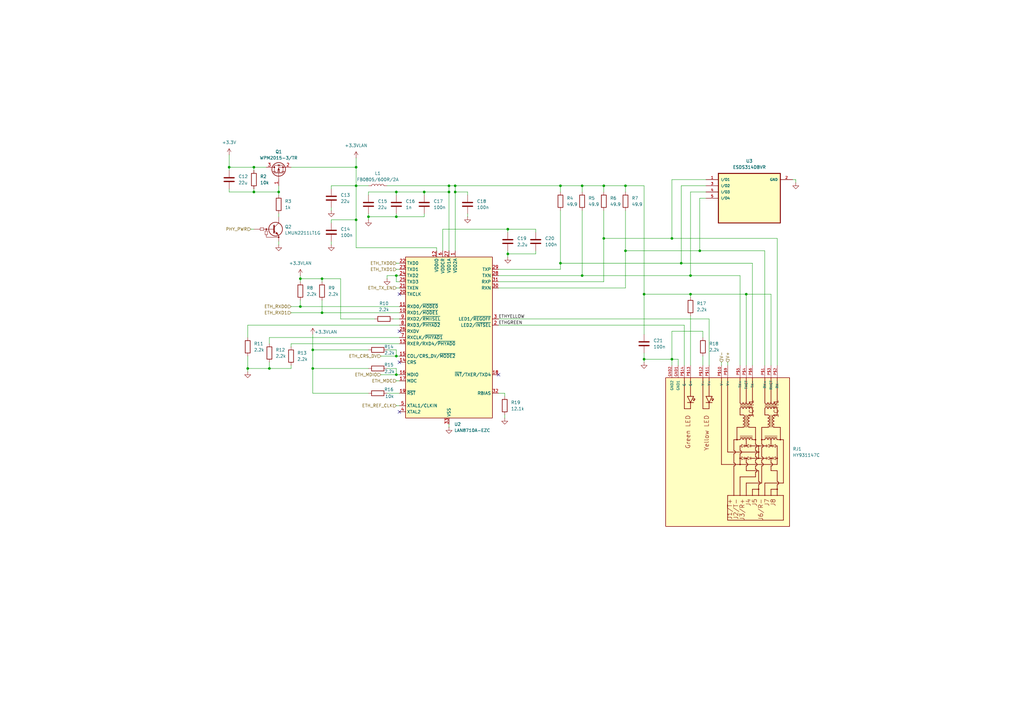
<source format=kicad_sch>
(kicad_sch
	(version 20250114)
	(generator "eeschema")
	(generator_version "9.0")
	(uuid "74fb24bf-e6c1-4151-b560-47cf365db6fc")
	(paper "A3")
	(lib_symbols
		(symbol "Device:C"
			(pin_numbers
				(hide yes)
			)
			(pin_names
				(offset 0.254)
			)
			(exclude_from_sim no)
			(in_bom yes)
			(on_board yes)
			(property "Reference" "C"
				(at 0.635 2.54 0)
				(effects
					(font
						(size 1.27 1.27)
					)
					(justify left)
				)
			)
			(property "Value" "C"
				(at 0.635 -2.54 0)
				(effects
					(font
						(size 1.27 1.27)
					)
					(justify left)
				)
			)
			(property "Footprint" ""
				(at 0.9652 -3.81 0)
				(effects
					(font
						(size 1.27 1.27)
					)
					(hide yes)
				)
			)
			(property "Datasheet" "~"
				(at 0 0 0)
				(effects
					(font
						(size 1.27 1.27)
					)
					(hide yes)
				)
			)
			(property "Description" "Unpolarized capacitor"
				(at 0 0 0)
				(effects
					(font
						(size 1.27 1.27)
					)
					(hide yes)
				)
			)
			(property "ki_keywords" "cap capacitor"
				(at 0 0 0)
				(effects
					(font
						(size 1.27 1.27)
					)
					(hide yes)
				)
			)
			(property "ki_fp_filters" "C_*"
				(at 0 0 0)
				(effects
					(font
						(size 1.27 1.27)
					)
					(hide yes)
				)
			)
			(symbol "C_0_1"
				(polyline
					(pts
						(xy -2.032 0.762) (xy 2.032 0.762)
					)
					(stroke
						(width 0.508)
						(type default)
					)
					(fill
						(type none)
					)
				)
				(polyline
					(pts
						(xy -2.032 -0.762) (xy 2.032 -0.762)
					)
					(stroke
						(width 0.508)
						(type default)
					)
					(fill
						(type none)
					)
				)
			)
			(symbol "C_1_1"
				(pin passive line
					(at 0 3.81 270)
					(length 2.794)
					(name "~"
						(effects
							(font
								(size 1.27 1.27)
							)
						)
					)
					(number "1"
						(effects
							(font
								(size 1.27 1.27)
							)
						)
					)
				)
				(pin passive line
					(at 0 -3.81 90)
					(length 2.794)
					(name "~"
						(effects
							(font
								(size 1.27 1.27)
							)
						)
					)
					(number "2"
						(effects
							(font
								(size 1.27 1.27)
							)
						)
					)
				)
			)
			(embedded_fonts no)
		)
		(symbol "Device:L"
			(pin_numbers
				(hide yes)
			)
			(pin_names
				(offset 1.016)
				(hide yes)
			)
			(exclude_from_sim no)
			(in_bom yes)
			(on_board yes)
			(property "Reference" "L"
				(at -1.27 0 90)
				(effects
					(font
						(size 1.27 1.27)
					)
				)
			)
			(property "Value" "L"
				(at 1.905 0 90)
				(effects
					(font
						(size 1.27 1.27)
					)
				)
			)
			(property "Footprint" ""
				(at 0 0 0)
				(effects
					(font
						(size 1.27 1.27)
					)
					(hide yes)
				)
			)
			(property "Datasheet" "~"
				(at 0 0 0)
				(effects
					(font
						(size 1.27 1.27)
					)
					(hide yes)
				)
			)
			(property "Description" "Inductor"
				(at 0 0 0)
				(effects
					(font
						(size 1.27 1.27)
					)
					(hide yes)
				)
			)
			(property "ki_keywords" "inductor choke coil reactor magnetic"
				(at 0 0 0)
				(effects
					(font
						(size 1.27 1.27)
					)
					(hide yes)
				)
			)
			(property "ki_fp_filters" "Choke_* *Coil* Inductor_* L_*"
				(at 0 0 0)
				(effects
					(font
						(size 1.27 1.27)
					)
					(hide yes)
				)
			)
			(symbol "L_0_1"
				(arc
					(start 0 2.54)
					(mid 0.6323 1.905)
					(end 0 1.27)
					(stroke
						(width 0)
						(type default)
					)
					(fill
						(type none)
					)
				)
				(arc
					(start 0 1.27)
					(mid 0.6323 0.635)
					(end 0 0)
					(stroke
						(width 0)
						(type default)
					)
					(fill
						(type none)
					)
				)
				(arc
					(start 0 0)
					(mid 0.6323 -0.635)
					(end 0 -1.27)
					(stroke
						(width 0)
						(type default)
					)
					(fill
						(type none)
					)
				)
				(arc
					(start 0 -1.27)
					(mid 0.6323 -1.905)
					(end 0 -2.54)
					(stroke
						(width 0)
						(type default)
					)
					(fill
						(type none)
					)
				)
			)
			(symbol "L_1_1"
				(pin passive line
					(at 0 3.81 270)
					(length 1.27)
					(name "1"
						(effects
							(font
								(size 1.27 1.27)
							)
						)
					)
					(number "1"
						(effects
							(font
								(size 1.27 1.27)
							)
						)
					)
				)
				(pin passive line
					(at 0 -3.81 90)
					(length 1.27)
					(name "2"
						(effects
							(font
								(size 1.27 1.27)
							)
						)
					)
					(number "2"
						(effects
							(font
								(size 1.27 1.27)
							)
						)
					)
				)
			)
			(embedded_fonts no)
		)
		(symbol "Device:Q_NPN_BRT"
			(pin_numbers
				(hide yes)
			)
			(pin_names
				(hide yes)
			)
			(exclude_from_sim no)
			(in_bom yes)
			(on_board yes)
			(property "Reference" "Q2"
				(at 3.81 0.9653 0)
				(effects
					(font
						(size 1.27 1.27)
					)
					(justify left)
				)
			)
			(property "Value" "LMUN2211LT1G"
				(at 3.81 -1.5747 0)
				(effects
					(font
						(size 1.27 1.27)
					)
					(justify left)
				)
			)
			(property "Footprint" "Package_TO_SOT_SMD:SOT-23-3"
				(at 2.032 -7.366 0)
				(effects
					(font
						(size 1.27 1.27)
					)
					(hide yes)
				)
			)
			(property "Datasheet" "~"
				(at 0 0 0)
				(effects
					(font
						(size 1.27 1.27)
					)
					(hide yes)
				)
			)
			(property "Description" "NPN bias resistor bipolar junction transistor"
				(at 0 -5.842 0)
				(effects
					(font
						(size 1.27 1.27)
					)
					(hide yes)
				)
			)
			(property "ki_keywords" "BJT"
				(at 0 0 0)
				(effects
					(font
						(size 1.27 1.27)
					)
					(hide yes)
				)
			)
			(symbol "Q_NPN_BRT_0_1"
				(rectangle
					(start -6.35 0.508)
					(end -4.826 -0.508)
					(stroke
						(width 0)
						(type default)
					)
					(fill
						(type none)
					)
				)
				(rectangle
					(start -4.318 -2.286)
					(end -3.302 -0.762)
					(stroke
						(width 0)
						(type default)
					)
					(fill
						(type none)
					)
				)
				(circle
					(center -3.81 0)
					(radius 0.254)
					(stroke
						(width 0)
						(type default)
					)
					(fill
						(type outline)
					)
				)
				(polyline
					(pts
						(xy -3.81 -0.762) (xy -3.81 0)
					)
					(stroke
						(width 0)
						(type default)
					)
					(fill
						(type none)
					)
				)
				(polyline
					(pts
						(xy -3.81 -2.286) (xy -3.81 -3.302) (xy 1.27 -3.302)
					)
					(stroke
						(width 0)
						(type default)
					)
					(fill
						(type none)
					)
				)
				(polyline
					(pts
						(xy -0.762 0) (xy -4.826 0)
					)
					(stroke
						(width 0)
						(type default)
					)
					(fill
						(type none)
					)
				)
				(polyline
					(pts
						(xy -0.635 1.524) (xy -0.635 -1.524)
					)
					(stroke
						(width 0.508)
						(type default)
					)
					(fill
						(type none)
					)
				)
				(circle
					(center 1.27 -3.302)
					(radius 0.254)
					(stroke
						(width 0)
						(type default)
					)
					(fill
						(type outline)
					)
				)
			)
			(symbol "Q_NPN_BRT_1_1"
				(polyline
					(pts
						(xy -0.635 0.635) (xy 1.27 2.54)
					)
					(stroke
						(width 0)
						(type default)
					)
					(fill
						(type none)
					)
				)
				(polyline
					(pts
						(xy -0.635 -0.635) (xy 1.27 -2.54)
					)
					(stroke
						(width 0)
						(type default)
					)
					(fill
						(type none)
					)
				)
				(circle
					(center 0 0)
					(radius 2.8194)
					(stroke
						(width 0.254)
						(type default)
					)
					(fill
						(type none)
					)
				)
				(polyline
					(pts
						(xy 0 -1.778) (xy 0.508 -1.27) (xy 1.016 -2.286) (xy 0 -1.778)
					)
					(stroke
						(width 0)
						(type default)
					)
					(fill
						(type outline)
					)
				)
				(pin input line
					(at -8.89 0 0)
					(length 2.54)
					(name "B"
						(effects
							(font
								(size 1.27 1.27)
							)
						)
					)
					(number "1"
						(effects
							(font
								(size 1.27 1.27)
							)
						)
					)
				)
				(pin passive line
					(at 1.27 5.08 270)
					(length 2.54)
					(name "C"
						(effects
							(font
								(size 1.27 1.27)
							)
						)
					)
					(number "3"
						(effects
							(font
								(size 1.27 1.27)
							)
						)
					)
				)
				(pin passive line
					(at 1.27 -5.08 90)
					(length 2.54)
					(name "E"
						(effects
							(font
								(size 1.27 1.27)
							)
						)
					)
					(number "2"
						(effects
							(font
								(size 1.27 1.27)
							)
						)
					)
				)
			)
			(embedded_fonts no)
		)
		(symbol "Device:R"
			(pin_numbers
				(hide yes)
			)
			(pin_names
				(offset 0)
			)
			(exclude_from_sim no)
			(in_bom yes)
			(on_board yes)
			(property "Reference" "R"
				(at 2.032 0 90)
				(effects
					(font
						(size 1.27 1.27)
					)
				)
			)
			(property "Value" "R"
				(at 0 0 90)
				(effects
					(font
						(size 1.27 1.27)
					)
				)
			)
			(property "Footprint" ""
				(at -1.778 0 90)
				(effects
					(font
						(size 1.27 1.27)
					)
					(hide yes)
				)
			)
			(property "Datasheet" "~"
				(at 0 0 0)
				(effects
					(font
						(size 1.27 1.27)
					)
					(hide yes)
				)
			)
			(property "Description" "Resistor"
				(at 0 0 0)
				(effects
					(font
						(size 1.27 1.27)
					)
					(hide yes)
				)
			)
			(property "ki_keywords" "R res resistor"
				(at 0 0 0)
				(effects
					(font
						(size 1.27 1.27)
					)
					(hide yes)
				)
			)
			(property "ki_fp_filters" "R_*"
				(at 0 0 0)
				(effects
					(font
						(size 1.27 1.27)
					)
					(hide yes)
				)
			)
			(symbol "R_0_1"
				(rectangle
					(start -1.016 -2.54)
					(end 1.016 2.54)
					(stroke
						(width 0.254)
						(type default)
					)
					(fill
						(type none)
					)
				)
			)
			(symbol "R_1_1"
				(pin passive line
					(at 0 3.81 270)
					(length 1.27)
					(name "~"
						(effects
							(font
								(size 1.27 1.27)
							)
						)
					)
					(number "1"
						(effects
							(font
								(size 1.27 1.27)
							)
						)
					)
				)
				(pin passive line
					(at 0 -3.81 90)
					(length 1.27)
					(name "~"
						(effects
							(font
								(size 1.27 1.27)
							)
						)
					)
					(number "2"
						(effects
							(font
								(size 1.27 1.27)
							)
						)
					)
				)
			)
			(embedded_fonts no)
		)
		(symbol "Interface_Ethernet:LAN8710A"
			(exclude_from_sim no)
			(in_bom yes)
			(on_board yes)
			(property "Reference" "U"
				(at -13.97 34.29 0)
				(effects
					(font
						(size 1.27 1.27)
					)
					(justify right)
				)
			)
			(property "Value" "LAN8710A"
				(at 17.78 34.29 0)
				(effects
					(font
						(size 1.27 1.27)
					)
					(justify right)
				)
			)
			(property "Footprint" "Package_DFN_QFN:QFN-32-1EP_5x5mm_P0.5mm_EP3.3x3.3mm_ThermalVias"
				(at 3.81 -34.29 0)
				(effects
					(font
						(size 1.27 1.27)
					)
					(justify left)
					(hide yes)
				)
			)
			(property "Datasheet" "http://ww1.microchip.com/downloads/en/DeviceDoc/8710a.pdf"
				(at -2.54 -24.13 0)
				(effects
					(font
						(size 1.27 1.27)
					)
					(hide yes)
				)
			)
			(property "Description" "LAN8710 Ethernet PHY with MII/RMII interface, QFN-32"
				(at 0 0 0)
				(effects
					(font
						(size 1.27 1.27)
					)
					(hide yes)
				)
			)
			(property "ki_keywords" "ETH PHY MII RMII"
				(at 0 0 0)
				(effects
					(font
						(size 1.27 1.27)
					)
					(hide yes)
				)
			)
			(property "ki_fp_filters" "QFN*1EP*5x5mm*P0.5mm*"
				(at 0 0 0)
				(effects
					(font
						(size 1.27 1.27)
					)
					(hide yes)
				)
			)
			(symbol "LAN8710A_0_1"
				(rectangle
					(start -17.78 33.02)
					(end 17.78 -33.02)
					(stroke
						(width 0.254)
						(type default)
					)
					(fill
						(type background)
					)
				)
			)
			(symbol "LAN8710A_1_1"
				(pin input line
					(at -20.32 30.48 0)
					(length 2.54)
					(name "TXD0"
						(effects
							(font
								(size 1.27 1.27)
							)
						)
					)
					(number "22"
						(effects
							(font
								(size 1.27 1.27)
							)
						)
					)
				)
				(pin input line
					(at -20.32 27.94 0)
					(length 2.54)
					(name "TXD1"
						(effects
							(font
								(size 1.27 1.27)
							)
						)
					)
					(number "23"
						(effects
							(font
								(size 1.27 1.27)
							)
						)
					)
				)
				(pin input line
					(at -20.32 25.4 0)
					(length 2.54)
					(name "TXD2"
						(effects
							(font
								(size 1.27 1.27)
							)
						)
					)
					(number "24"
						(effects
							(font
								(size 1.27 1.27)
							)
						)
					)
				)
				(pin input line
					(at -20.32 22.86 0)
					(length 2.54)
					(name "TXD3"
						(effects
							(font
								(size 1.27 1.27)
							)
						)
					)
					(number "25"
						(effects
							(font
								(size 1.27 1.27)
							)
						)
					)
				)
				(pin input line
					(at -20.32 20.32 0)
					(length 2.54)
					(name "TXEN"
						(effects
							(font
								(size 1.27 1.27)
							)
						)
					)
					(number "21"
						(effects
							(font
								(size 1.27 1.27)
							)
						)
					)
				)
				(pin output line
					(at -20.32 17.78 0)
					(length 2.54)
					(name "TXCLK"
						(effects
							(font
								(size 1.27 1.27)
							)
						)
					)
					(number "20"
						(effects
							(font
								(size 1.27 1.27)
							)
						)
					)
				)
				(pin bidirectional line
					(at -20.32 12.7 0)
					(length 2.54)
					(name "RXD0/~{MODE0}"
						(effects
							(font
								(size 1.27 1.27)
							)
						)
					)
					(number "11"
						(effects
							(font
								(size 1.27 1.27)
							)
						)
					)
				)
				(pin bidirectional line
					(at -20.32 10.16 0)
					(length 2.54)
					(name "RXD1/~{MODE1}"
						(effects
							(font
								(size 1.27 1.27)
							)
						)
					)
					(number "10"
						(effects
							(font
								(size 1.27 1.27)
							)
						)
					)
				)
				(pin bidirectional line
					(at -20.32 7.62 0)
					(length 2.54)
					(name "RXD2/~{RMIISEL}"
						(effects
							(font
								(size 1.27 1.27)
							)
						)
					)
					(number "9"
						(effects
							(font
								(size 1.27 1.27)
							)
						)
					)
				)
				(pin bidirectional line
					(at -20.32 5.08 0)
					(length 2.54)
					(name "RXD3/~{PHYAD2}"
						(effects
							(font
								(size 1.27 1.27)
							)
						)
					)
					(number "8"
						(effects
							(font
								(size 1.27 1.27)
							)
						)
					)
				)
				(pin output line
					(at -20.32 2.54 0)
					(length 2.54)
					(name "RXDV"
						(effects
							(font
								(size 1.27 1.27)
							)
						)
					)
					(number "26"
						(effects
							(font
								(size 1.27 1.27)
							)
						)
					)
				)
				(pin bidirectional line
					(at -20.32 0 0)
					(length 2.54)
					(name "RXCLK/~{PHYAD1}"
						(effects
							(font
								(size 1.27 1.27)
							)
						)
					)
					(number "7"
						(effects
							(font
								(size 1.27 1.27)
							)
						)
					)
				)
				(pin bidirectional line
					(at -20.32 -2.54 0)
					(length 2.54)
					(name "RXER/RXD4/~{PHYAD0}"
						(effects
							(font
								(size 1.27 1.27)
							)
						)
					)
					(number "13"
						(effects
							(font
								(size 1.27 1.27)
							)
						)
					)
				)
				(pin bidirectional line
					(at -20.32 -7.62 0)
					(length 2.54)
					(name "COL/CRS_DV/~{MODE2}"
						(effects
							(font
								(size 1.27 1.27)
							)
						)
					)
					(number "15"
						(effects
							(font
								(size 1.27 1.27)
							)
						)
					)
				)
				(pin output line
					(at -20.32 -10.16 0)
					(length 2.54)
					(name "CRS"
						(effects
							(font
								(size 1.27 1.27)
							)
						)
					)
					(number "14"
						(effects
							(font
								(size 1.27 1.27)
							)
						)
					)
				)
				(pin bidirectional line
					(at -20.32 -15.24 0)
					(length 2.54)
					(name "MDIO"
						(effects
							(font
								(size 1.27 1.27)
							)
						)
					)
					(number "16"
						(effects
							(font
								(size 1.27 1.27)
							)
						)
					)
				)
				(pin input line
					(at -20.32 -17.78 0)
					(length 2.54)
					(name "MDC"
						(effects
							(font
								(size 1.27 1.27)
							)
						)
					)
					(number "17"
						(effects
							(font
								(size 1.27 1.27)
							)
						)
					)
				)
				(pin input line
					(at -20.32 -22.86 0)
					(length 2.54)
					(name "~{RST}"
						(effects
							(font
								(size 1.27 1.27)
							)
						)
					)
					(number "19"
						(effects
							(font
								(size 1.27 1.27)
							)
						)
					)
				)
				(pin input line
					(at -20.32 -27.94 0)
					(length 2.54)
					(name "XTAL1/CLKIN"
						(effects
							(font
								(size 1.27 1.27)
							)
						)
					)
					(number "5"
						(effects
							(font
								(size 1.27 1.27)
							)
						)
					)
				)
				(pin output line
					(at -20.32 -30.48 0)
					(length 2.54)
					(name "XTAL2"
						(effects
							(font
								(size 1.27 1.27)
							)
						)
					)
					(number "4"
						(effects
							(font
								(size 1.27 1.27)
							)
						)
					)
				)
				(pin power_in line
					(at -5.08 35.56 270)
					(length 2.54)
					(name "VDDIO"
						(effects
							(font
								(size 1.27 1.27)
							)
						)
					)
					(number "12"
						(effects
							(font
								(size 1.27 1.27)
							)
						)
					)
				)
				(pin power_in line
					(at -2.54 35.56 270)
					(length 2.54)
					(name "VDDCR"
						(effects
							(font
								(size 1.27 1.27)
							)
						)
					)
					(number "6"
						(effects
							(font
								(size 1.27 1.27)
							)
						)
					)
				)
				(pin power_in line
					(at 0 35.56 270)
					(length 2.54)
					(name "VDD1A"
						(effects
							(font
								(size 1.27 1.27)
							)
						)
					)
					(number "27"
						(effects
							(font
								(size 1.27 1.27)
							)
						)
					)
				)
				(pin power_in line
					(at 0 -35.56 90)
					(length 2.54)
					(name "VSS"
						(effects
							(font
								(size 1.27 1.27)
							)
						)
					)
					(number "33"
						(effects
							(font
								(size 1.27 1.27)
							)
						)
					)
				)
				(pin power_in line
					(at 2.54 35.56 270)
					(length 2.54)
					(name "VDD2A"
						(effects
							(font
								(size 1.27 1.27)
							)
						)
					)
					(number "1"
						(effects
							(font
								(size 1.27 1.27)
							)
						)
					)
				)
				(pin bidirectional line
					(at 20.32 27.94 180)
					(length 2.54)
					(name "TXP"
						(effects
							(font
								(size 1.27 1.27)
							)
						)
					)
					(number "29"
						(effects
							(font
								(size 1.27 1.27)
							)
						)
					)
				)
				(pin bidirectional line
					(at 20.32 25.4 180)
					(length 2.54)
					(name "TXN"
						(effects
							(font
								(size 1.27 1.27)
							)
						)
					)
					(number "28"
						(effects
							(font
								(size 1.27 1.27)
							)
						)
					)
				)
				(pin bidirectional line
					(at 20.32 22.86 180)
					(length 2.54)
					(name "RXP"
						(effects
							(font
								(size 1.27 1.27)
							)
						)
					)
					(number "31"
						(effects
							(font
								(size 1.27 1.27)
							)
						)
					)
				)
				(pin bidirectional line
					(at 20.32 20.32 180)
					(length 2.54)
					(name "RXN"
						(effects
							(font
								(size 1.27 1.27)
							)
						)
					)
					(number "30"
						(effects
							(font
								(size 1.27 1.27)
							)
						)
					)
				)
				(pin bidirectional line
					(at 20.32 7.62 180)
					(length 2.54)
					(name "LED1/~{REGOFF}"
						(effects
							(font
								(size 1.27 1.27)
							)
						)
					)
					(number "3"
						(effects
							(font
								(size 1.27 1.27)
							)
						)
					)
				)
				(pin bidirectional line
					(at 20.32 5.08 180)
					(length 2.54)
					(name "LED2/~{INTSEL}"
						(effects
							(font
								(size 1.27 1.27)
							)
						)
					)
					(number "2"
						(effects
							(font
								(size 1.27 1.27)
							)
						)
					)
				)
				(pin bidirectional line
					(at 20.32 -15.24 180)
					(length 2.54)
					(name "~{INT}/TXER/TXD4"
						(effects
							(font
								(size 1.27 1.27)
							)
						)
					)
					(number "18"
						(effects
							(font
								(size 1.27 1.27)
							)
						)
					)
				)
				(pin passive line
					(at 20.32 -22.86 180)
					(length 2.54)
					(name "RBIAS"
						(effects
							(font
								(size 1.27 1.27)
							)
						)
					)
					(number "32"
						(effects
							(font
								(size 1.27 1.27)
							)
						)
					)
				)
			)
			(embedded_fonts no)
		)
		(symbol "Transistor_FET:Q_PMOS_GSD"
			(pin_names
				(offset 0)
				(hide yes)
			)
			(exclude_from_sim no)
			(in_bom yes)
			(on_board yes)
			(property "Reference" "Q"
				(at 5.08 1.905 0)
				(effects
					(font
						(size 1.27 1.27)
					)
					(justify left)
				)
			)
			(property "Value" "Q_PMOS_GSD"
				(at 5.08 0 0)
				(effects
					(font
						(size 1.27 1.27)
					)
					(justify left)
				)
			)
			(property "Footprint" ""
				(at 5.08 2.54 0)
				(effects
					(font
						(size 1.27 1.27)
					)
					(hide yes)
				)
			)
			(property "Datasheet" "~"
				(at 0 0 0)
				(effects
					(font
						(size 1.27 1.27)
					)
					(hide yes)
				)
			)
			(property "Description" "P-MOSFET transistor, gate/source/drain"
				(at 0 0 0)
				(effects
					(font
						(size 1.27 1.27)
					)
					(hide yes)
				)
			)
			(property "ki_keywords" "transistor PMOS P-MOS P-MOSFET"
				(at 0 0 0)
				(effects
					(font
						(size 1.27 1.27)
					)
					(hide yes)
				)
			)
			(symbol "Q_PMOS_GSD_0_1"
				(polyline
					(pts
						(xy 0.254 1.905) (xy 0.254 -1.905)
					)
					(stroke
						(width 0.254)
						(type default)
					)
					(fill
						(type none)
					)
				)
				(polyline
					(pts
						(xy 0.254 0) (xy -2.54 0)
					)
					(stroke
						(width 0)
						(type default)
					)
					(fill
						(type none)
					)
				)
				(polyline
					(pts
						(xy 0.762 2.286) (xy 0.762 1.27)
					)
					(stroke
						(width 0.254)
						(type default)
					)
					(fill
						(type none)
					)
				)
				(polyline
					(pts
						(xy 0.762 1.778) (xy 3.302 1.778) (xy 3.302 -1.778) (xy 0.762 -1.778)
					)
					(stroke
						(width 0)
						(type default)
					)
					(fill
						(type none)
					)
				)
				(polyline
					(pts
						(xy 0.762 0.508) (xy 0.762 -0.508)
					)
					(stroke
						(width 0.254)
						(type default)
					)
					(fill
						(type none)
					)
				)
				(polyline
					(pts
						(xy 0.762 -1.27) (xy 0.762 -2.286)
					)
					(stroke
						(width 0.254)
						(type default)
					)
					(fill
						(type none)
					)
				)
				(circle
					(center 1.651 0)
					(radius 2.794)
					(stroke
						(width 0.254)
						(type default)
					)
					(fill
						(type none)
					)
				)
				(polyline
					(pts
						(xy 2.286 0) (xy 1.27 0.381) (xy 1.27 -0.381) (xy 2.286 0)
					)
					(stroke
						(width 0)
						(type default)
					)
					(fill
						(type outline)
					)
				)
				(polyline
					(pts
						(xy 2.54 2.54) (xy 2.54 1.778)
					)
					(stroke
						(width 0)
						(type default)
					)
					(fill
						(type none)
					)
				)
				(circle
					(center 2.54 1.778)
					(radius 0.254)
					(stroke
						(width 0)
						(type default)
					)
					(fill
						(type outline)
					)
				)
				(circle
					(center 2.54 -1.778)
					(radius 0.254)
					(stroke
						(width 0)
						(type default)
					)
					(fill
						(type outline)
					)
				)
				(polyline
					(pts
						(xy 2.54 -2.54) (xy 2.54 0) (xy 0.762 0)
					)
					(stroke
						(width 0)
						(type default)
					)
					(fill
						(type none)
					)
				)
				(polyline
					(pts
						(xy 2.921 -0.381) (xy 3.683 -0.381)
					)
					(stroke
						(width 0)
						(type default)
					)
					(fill
						(type none)
					)
				)
				(polyline
					(pts
						(xy 3.302 -0.381) (xy 2.921 0.254) (xy 3.683 0.254) (xy 3.302 -0.381)
					)
					(stroke
						(width 0)
						(type default)
					)
					(fill
						(type none)
					)
				)
			)
			(symbol "Q_PMOS_GSD_1_1"
				(pin input line
					(at -5.08 0 0)
					(length 2.54)
					(name "G"
						(effects
							(font
								(size 1.27 1.27)
							)
						)
					)
					(number "1"
						(effects
							(font
								(size 1.27 1.27)
							)
						)
					)
				)
				(pin passive line
					(at 2.54 5.08 270)
					(length 2.54)
					(name "D"
						(effects
							(font
								(size 1.27 1.27)
							)
						)
					)
					(number "3"
						(effects
							(font
								(size 1.27 1.27)
							)
						)
					)
				)
				(pin passive line
					(at 2.54 -5.08 90)
					(length 2.54)
					(name "S"
						(effects
							(font
								(size 1.27 1.27)
							)
						)
					)
					(number "2"
						(effects
							(font
								(size 1.27 1.27)
							)
						)
					)
				)
			)
			(embedded_fonts no)
		)
		(symbol "Tutor_Common_Parts:ESDS314DBVR"
			(pin_names
				(offset 1.016)
			)
			(exclude_from_sim no)
			(in_bom yes)
			(on_board yes)
			(property "Reference" "U"
				(at -12.7 11.16 0)
				(effects
					(font
						(size 1.27 1.27)
					)
					(justify left bottom)
				)
			)
			(property "Value" "ESDS314DBVR"
				(at -12.7 -14.16 0)
				(effects
					(font
						(size 1.27 1.27)
					)
					(justify left bottom)
				)
			)
			(property "Footprint" "Package_TO_SOT_SMD:SOT-23-5"
				(at 0 0 0)
				(effects
					(font
						(size 1.27 1.27)
					)
					(justify bottom)
					(hide yes)
				)
			)
			(property "Datasheet" "https://www.ti.com/lit/ds/symlink/esds312.pdf?HQS=dis-dk-null-digikeymode-dsf-pf-null-wwe&ts=1750101044957&ref_url=https%253A%252F%252Fwww.ti.com%252Fgeneral%252Fdocs%252Fsuppproductinfo.tsp%253FdistId%253D10%2526gotoUrl%253Dhttps%253A%252F%252Fwww.ti.com%252Flit%252Fgpn%252Fesds312"
				(at 0 0 0)
				(effects
					(font
						(size 1.27 1.27)
					)
					(hide yes)
				)
			)
			(property "Description" ""
				(at 0 0 0)
				(effects
					(font
						(size 1.27 1.27)
					)
					(hide yes)
				)
			)
			(symbol "ESDS314DBVR_0_0"
				(rectangle
					(start -12.7 -10.16)
					(end 12.7 10.16)
					(stroke
						(width 0.41)
						(type default)
					)
					(fill
						(type background)
					)
				)
				(pin bidirectional line
					(at -17.78 7.62 0)
					(length 5.08)
					(name "I/O1"
						(effects
							(font
								(size 1.016 1.016)
							)
						)
					)
					(number "1"
						(effects
							(font
								(size 1.016 1.016)
							)
						)
					)
				)
				(pin bidirectional line
					(at -17.78 5.08 0)
					(length 5.08)
					(name "I/O2"
						(effects
							(font
								(size 1.016 1.016)
							)
						)
					)
					(number "3"
						(effects
							(font
								(size 1.016 1.016)
							)
						)
					)
				)
				(pin bidirectional line
					(at -17.78 2.54 0)
					(length 5.08)
					(name "I/O3"
						(effects
							(font
								(size 1.016 1.016)
							)
						)
					)
					(number "4"
						(effects
							(font
								(size 1.016 1.016)
							)
						)
					)
				)
				(pin bidirectional line
					(at -17.78 0 0)
					(length 5.08)
					(name "I/O4"
						(effects
							(font
								(size 1.016 1.016)
							)
						)
					)
					(number "5"
						(effects
							(font
								(size 1.016 1.016)
							)
						)
					)
				)
				(pin power_in line
					(at 17.78 7.62 180)
					(length 5.08)
					(name "GND"
						(effects
							(font
								(size 1.016 1.016)
							)
						)
					)
					(number "2"
						(effects
							(font
								(size 1.016 1.016)
							)
						)
					)
				)
			)
			(embedded_fonts no)
		)
		(symbol "Tutor_Common_Parts:HY931147C"
			(pin_names
				(offset 1.016)
			)
			(exclude_from_sim no)
			(in_bom yes)
			(on_board yes)
			(property "Reference" "RJ"
				(at 7.62 -17.78 0)
				(effects
					(font
						(size 1.27 1.27)
					)
					(justify left bottom)
				)
			)
			(property "Value" "HY931147C"
				(at 7.62 -20.32 0)
				(effects
					(font
						(size 1.27 1.27)
					)
					(justify left bottom)
				)
			)
			(property "Footprint" "Tutor_Common_Parts:HY931147C"
				(at 0 0 0)
				(effects
					(font
						(size 1.27 1.27)
					)
					(justify bottom)
					(hide yes)
				)
			)
			(property "Datasheet" "https://lcsc.com/datasheet/lcsc_datasheet_2411121146_HANRUN-Zhongshan-HanRun-Elec-HY931147C_C91754.pdf"
				(at 0 0 0)
				(effects
					(font
						(size 1.27 1.27)
					)
					(hide yes)
				)
			)
			(property "Description" ""
				(at 0 0 0)
				(effects
					(font
						(size 1.27 1.27)
					)
					(hide yes)
				)
			)
			(property "MF" "hanrun"
				(at 0 0 0)
				(effects
					(font
						(size 1.27 1.27)
					)
					(justify bottom)
					(hide yes)
				)
			)
			(property "Description_1" ""
				(at 0 0 0)
				(effects
					(font
						(size 1.27 1.27)
					)
					(justify bottom)
					(hide yes)
				)
			)
			(property "Package" "None"
				(at 0 0 0)
				(effects
					(font
						(size 1.27 1.27)
					)
					(justify bottom)
					(hide yes)
				)
			)
			(property "Price" "None"
				(at 0 0 0)
				(effects
					(font
						(size 1.27 1.27)
					)
					(justify bottom)
					(hide yes)
				)
			)
			(property "SnapEDA_Link" "https://www.snapeda.com/parts/HY931147C/HanRun/view-part/?ref=snap"
				(at 0 0 0)
				(effects
					(font
						(size 1.27 1.27)
					)
					(justify bottom)
					(hide yes)
				)
			)
			(property "MP" "HY931147C"
				(at 0 0 0)
				(effects
					(font
						(size 1.27 1.27)
					)
					(justify bottom)
					(hide yes)
				)
			)
			(property "Availability" "In Stock"
				(at 0 0 0)
				(effects
					(font
						(size 1.27 1.27)
					)
					(justify bottom)
					(hide yes)
				)
			)
			(property "Check_prices" "https://www.snapeda.com/parts/HY931147C/HanRun/view-part/?ref=eda"
				(at 0 0 0)
				(effects
					(font
						(size 1.27 1.27)
					)
					(justify bottom)
					(hide yes)
				)
			)
			(symbol "HY931147C_0_0"
				(polyline
					(pts
						(xy -27.94 17.78) (xy -17.78 17.78)
					)
					(stroke
						(width 0.254)
						(type default)
					)
					(fill
						(type none)
					)
				)
				(polyline
					(pts
						(xy -27.94 15.24) (xy -17.78 15.24)
					)
					(stroke
						(width 0.254)
						(type default)
					)
					(fill
						(type none)
					)
				)
				(polyline
					(pts
						(xy -27.94 5.08) (xy -17.78 5.08)
					)
					(stroke
						(width 0.254)
						(type default)
					)
					(fill
						(type none)
					)
				)
				(polyline
					(pts
						(xy -27.94 2.54) (xy -17.78 2.54)
					)
					(stroke
						(width 0.254)
						(type default)
					)
					(fill
						(type none)
					)
				)
				(polyline
					(pts
						(xy -27.94 -2.54) (xy 2.54 -2.54)
					)
					(stroke
						(width 0.254)
						(type default)
					)
					(fill
						(type none)
					)
				)
				(polyline
					(pts
						(xy -27.94 -5.08) (xy 7.62 -5.08)
					)
					(stroke
						(width 0.254)
						(type default)
					)
					(fill
						(type none)
					)
				)
				(polyline
					(pts
						(xy -27.94 -10.16) (xy -20.32 -10.16)
					)
					(stroke
						(width 0.254)
						(type default)
					)
					(fill
						(type none)
					)
				)
				(polyline
					(pts
						(xy -27.94 -12.7) (xy -15.24 -12.7)
					)
					(stroke
						(width 0.254)
						(type default)
					)
					(fill
						(type none)
					)
				)
				(polyline
					(pts
						(xy -27.94 -17.78) (xy -20.32 -17.78)
					)
					(stroke
						(width 0.254)
						(type default)
					)
					(fill
						(type none)
					)
				)
				(polyline
					(pts
						(xy -27.94 -20.32) (xy -15.24 -20.32)
					)
					(stroke
						(width 0.254)
						(type default)
					)
					(fill
						(type none)
					)
				)
				(rectangle
					(start -27.94 -27.94)
					(end 33.02 22.86)
					(stroke
						(width 0.254)
						(type default)
					)
					(fill
						(type background)
					)
				)
				(polyline
					(pts
						(xy -20.32 -8.89) (xy -20.32 -11.43)
					)
					(stroke
						(width 0.254)
						(type default)
					)
					(fill
						(type none)
					)
				)
				(polyline
					(pts
						(xy -20.32 -11.43) (xy -17.78 -10.16)
					)
					(stroke
						(width 0.254)
						(type default)
					)
					(fill
						(type none)
					)
				)
				(polyline
					(pts
						(xy -20.32 -16.51) (xy -20.32 -19.05)
					)
					(stroke
						(width 0.254)
						(type default)
					)
					(fill
						(type none)
					)
				)
				(polyline
					(pts
						(xy -20.32 -19.05) (xy -17.78 -17.78)
					)
					(stroke
						(width 0.254)
						(type default)
					)
					(fill
						(type none)
					)
				)
				(polyline
					(pts
						(xy -19.558 -8.89) (xy -19.05 -8.382)
					)
					(stroke
						(width 0.254)
						(type default)
					)
					(fill
						(type none)
					)
				)
				(polyline
					(pts
						(xy -19.558 -16.51) (xy -19.05 -16.002)
					)
					(stroke
						(width 0.254)
						(type default)
					)
					(fill
						(type none)
					)
				)
				(polyline
					(pts
						(xy -19.05 -8.382) (xy -19.304 -8.382)
					)
					(stroke
						(width 0.254)
						(type default)
					)
					(fill
						(type none)
					)
				)
				(polyline
					(pts
						(xy -19.05 -8.636) (xy -19.05 -8.382)
					)
					(stroke
						(width 0.254)
						(type default)
					)
					(fill
						(type none)
					)
				)
				(polyline
					(pts
						(xy -19.05 -9.144) (xy -18.542 -8.636)
					)
					(stroke
						(width 0.254)
						(type default)
					)
					(fill
						(type none)
					)
				)
				(polyline
					(pts
						(xy -19.05 -16.002) (xy -19.304 -16.002)
					)
					(stroke
						(width 0.254)
						(type default)
					)
					(fill
						(type none)
					)
				)
				(polyline
					(pts
						(xy -19.05 -16.256) (xy -19.05 -16.002)
					)
					(stroke
						(width 0.254)
						(type default)
					)
					(fill
						(type none)
					)
				)
				(polyline
					(pts
						(xy -19.05 -16.764) (xy -18.542 -16.256)
					)
					(stroke
						(width 0.254)
						(type default)
					)
					(fill
						(type none)
					)
				)
				(polyline
					(pts
						(xy -18.796 -8.636) (xy -18.542 -8.636)
					)
					(stroke
						(width 0.254)
						(type default)
					)
					(fill
						(type none)
					)
				)
				(polyline
					(pts
						(xy -18.796 -16.256) (xy -18.542 -16.256)
					)
					(stroke
						(width 0.254)
						(type default)
					)
					(fill
						(type none)
					)
				)
				(polyline
					(pts
						(xy -18.542 -8.636) (xy -18.542 -8.89)
					)
					(stroke
						(width 0.254)
						(type default)
					)
					(fill
						(type none)
					)
				)
				(polyline
					(pts
						(xy -18.542 -16.256) (xy -18.542 -16.51)
					)
					(stroke
						(width 0.254)
						(type default)
					)
					(fill
						(type none)
					)
				)
				(arc
					(start -17.78 17.78)
					(mid -17.1477 17.145)
					(end -17.78 16.51)
					(stroke
						(width 0.254)
						(type default)
					)
					(fill
						(type none)
					)
				)
				(arc
					(start -17.78 16.51)
					(mid -17.1477 15.875)
					(end -17.78 15.24)
					(stroke
						(width 0.254)
						(type default)
					)
					(fill
						(type none)
					)
				)
				(arc
					(start -17.78 15.24)
					(mid -17.1477 14.605)
					(end -17.78 13.97)
					(stroke
						(width 0.254)
						(type default)
					)
					(fill
						(type none)
					)
				)
				(arc
					(start -17.78 13.97)
					(mid -17.1477 13.335)
					(end -17.78 12.7)
					(stroke
						(width 0.254)
						(type default)
					)
					(fill
						(type none)
					)
				)
				(arc
					(start -17.78 7.62)
					(mid -17.1477 6.985)
					(end -17.78 6.35)
					(stroke
						(width 0.254)
						(type default)
					)
					(fill
						(type none)
					)
				)
				(arc
					(start -17.78 6.35)
					(mid -17.1477 5.715)
					(end -17.78 5.08)
					(stroke
						(width 0.254)
						(type default)
					)
					(fill
						(type none)
					)
				)
				(arc
					(start -17.78 5.08)
					(mid -17.1477 4.445)
					(end -17.78 3.81)
					(stroke
						(width 0.254)
						(type default)
					)
					(fill
						(type none)
					)
				)
				(arc
					(start -17.78 3.81)
					(mid -17.1477 3.175)
					(end -17.78 2.54)
					(stroke
						(width 0.254)
						(type default)
					)
					(fill
						(type none)
					)
				)
				(circle
					(center -17.78 17.272)
					(radius 0.0762)
					(stroke
						(width 0.127)
						(type default)
					)
					(fill
						(type none)
					)
				)
				(circle
					(center -17.78 14.732)
					(radius 0.0762)
					(stroke
						(width 0.127)
						(type default)
					)
					(fill
						(type none)
					)
				)
				(polyline
					(pts
						(xy -17.78 12.7) (xy -27.94 12.7)
					)
					(stroke
						(width 0.254)
						(type default)
					)
					(fill
						(type none)
					)
				)
				(polyline
					(pts
						(xy -17.78 7.62) (xy -27.94 7.62)
					)
					(stroke
						(width 0.254)
						(type default)
					)
					(fill
						(type none)
					)
				)
				(circle
					(center -17.78 7.112)
					(radius 0.0762)
					(stroke
						(width 0.127)
						(type default)
					)
					(fill
						(type none)
					)
				)
				(circle
					(center -17.78 4.572)
					(radius 0.0762)
					(stroke
						(width 0.127)
						(type default)
					)
					(fill
						(type none)
					)
				)
				(polyline
					(pts
						(xy -17.78 -8.89) (xy -17.78 -10.16)
					)
					(stroke
						(width 0.254)
						(type default)
					)
					(fill
						(type none)
					)
				)
				(polyline
					(pts
						(xy -17.78 -10.16) (xy -20.32 -8.89)
					)
					(stroke
						(width 0.254)
						(type default)
					)
					(fill
						(type none)
					)
				)
				(polyline
					(pts
						(xy -17.78 -10.16) (xy -17.78 -11.43)
					)
					(stroke
						(width 0.254)
						(type default)
					)
					(fill
						(type none)
					)
				)
				(polyline
					(pts
						(xy -17.78 -16.51) (xy -17.78 -17.78)
					)
					(stroke
						(width 0.254)
						(type default)
					)
					(fill
						(type none)
					)
				)
				(polyline
					(pts
						(xy -17.78 -17.78) (xy -20.32 -16.51)
					)
					(stroke
						(width 0.254)
						(type default)
					)
					(fill
						(type none)
					)
				)
				(polyline
					(pts
						(xy -17.78 -17.78) (xy -17.78 -19.05)
					)
					(stroke
						(width 0.254)
						(type default)
					)
					(fill
						(type none)
					)
				)
				(polyline
					(pts
						(xy -16.764 12.7) (xy -16.764 17.78)
					)
					(stroke
						(width 0.1524)
						(type default)
					)
					(fill
						(type none)
					)
				)
				(polyline
					(pts
						(xy -16.764 2.54) (xy -16.764 7.62)
					)
					(stroke
						(width 0.1524)
						(type default)
					)
					(fill
						(type none)
					)
				)
				(polyline
					(pts
						(xy -16.256 12.7) (xy -16.256 17.78)
					)
					(stroke
						(width 0.1524)
						(type default)
					)
					(fill
						(type none)
					)
				)
				(polyline
					(pts
						(xy -16.256 2.54) (xy -16.256 7.62)
					)
					(stroke
						(width 0.1524)
						(type default)
					)
					(fill
						(type none)
					)
				)
				(polyline
					(pts
						(xy -15.24 17.78) (xy -12.7 17.78)
					)
					(stroke
						(width 0.254)
						(type default)
					)
					(fill
						(type none)
					)
				)
				(circle
					(center -15.24 17.272)
					(radius 0.0762)
					(stroke
						(width 0.127)
						(type default)
					)
					(fill
						(type none)
					)
				)
				(polyline
					(pts
						(xy -15.24 12.7) (xy -12.7 12.7)
					)
					(stroke
						(width 0.254)
						(type default)
					)
					(fill
						(type none)
					)
				)
				(polyline
					(pts
						(xy -15.24 7.62) (xy -12.7 7.62)
					)
					(stroke
						(width 0.254)
						(type default)
					)
					(fill
						(type none)
					)
				)
				(circle
					(center -15.24 7.112)
					(radius 0.0762)
					(stroke
						(width 0.127)
						(type default)
					)
					(fill
						(type none)
					)
				)
				(polyline
					(pts
						(xy -15.24 2.54) (xy -12.7 2.54)
					)
					(stroke
						(width 0.254)
						(type default)
					)
					(fill
						(type none)
					)
				)
				(polyline
					(pts
						(xy -15.24 -10.16) (xy -17.78 -10.16)
					)
					(stroke
						(width 0.254)
						(type default)
					)
					(fill
						(type none)
					)
				)
				(polyline
					(pts
						(xy -15.24 -12.7) (xy -15.24 -10.16)
					)
					(stroke
						(width 0.254)
						(type default)
					)
					(fill
						(type none)
					)
				)
				(polyline
					(pts
						(xy -15.24 -17.78) (xy -17.78 -17.78)
					)
					(stroke
						(width 0.254)
						(type default)
					)
					(fill
						(type none)
					)
				)
				(polyline
					(pts
						(xy -15.24 -20.32) (xy -15.24 -17.78)
					)
					(stroke
						(width 0.254)
						(type default)
					)
					(fill
						(type none)
					)
				)
				(arc
					(start -15.24 16.51)
					(mid -15.8722 17.145)
					(end -15.24 17.78)
					(stroke
						(width 0.254)
						(type default)
					)
					(fill
						(type none)
					)
				)
				(arc
					(start -15.24 15.24)
					(mid -15.8722 15.875)
					(end -15.24 16.51)
					(stroke
						(width 0.254)
						(type default)
					)
					(fill
						(type none)
					)
				)
				(arc
					(start -15.24 13.97)
					(mid -15.8722 14.605)
					(end -15.24 15.24)
					(stroke
						(width 0.254)
						(type default)
					)
					(fill
						(type none)
					)
				)
				(arc
					(start -15.24 12.7)
					(mid -15.8722 13.335)
					(end -15.24 13.97)
					(stroke
						(width 0.254)
						(type default)
					)
					(fill
						(type none)
					)
				)
				(arc
					(start -15.24 6.35)
					(mid -15.8722 6.985)
					(end -15.24 7.62)
					(stroke
						(width 0.254)
						(type default)
					)
					(fill
						(type none)
					)
				)
				(arc
					(start -15.24 5.08)
					(mid -15.8722 5.715)
					(end -15.24 6.35)
					(stroke
						(width 0.254)
						(type default)
					)
					(fill
						(type none)
					)
				)
				(arc
					(start -15.24 3.81)
					(mid -15.8722 4.445)
					(end -15.24 5.08)
					(stroke
						(width 0.254)
						(type default)
					)
					(fill
						(type none)
					)
				)
				(arc
					(start -15.24 2.54)
					(mid -15.8722 3.175)
					(end -15.24 3.81)
					(stroke
						(width 0.254)
						(type default)
					)
					(fill
						(type none)
					)
				)
				(polyline
					(pts
						(xy -12.7 17.78) (xy -12.7 16.51)
					)
					(stroke
						(width 0.254)
						(type default)
					)
					(fill
						(type none)
					)
				)
				(polyline
					(pts
						(xy -12.7 15.494) (xy -7.62 15.494)
					)
					(stroke
						(width 0.1524)
						(type default)
					)
					(fill
						(type none)
					)
				)
				(polyline
					(pts
						(xy -12.7 14.986) (xy -7.62 14.986)
					)
					(stroke
						(width 0.1524)
						(type default)
					)
					(fill
						(type none)
					)
				)
				(polyline
					(pts
						(xy -12.7 12.7) (xy -12.7 13.97)
					)
					(stroke
						(width 0.254)
						(type default)
					)
					(fill
						(type none)
					)
				)
				(polyline
					(pts
						(xy -12.7 7.62) (xy -12.7 6.35)
					)
					(stroke
						(width 0.254)
						(type default)
					)
					(fill
						(type none)
					)
				)
				(polyline
					(pts
						(xy -12.7 5.334) (xy -7.62 5.334)
					)
					(stroke
						(width 0.1524)
						(type default)
					)
					(fill
						(type none)
					)
				)
				(polyline
					(pts
						(xy -12.7 4.826) (xy -7.62 4.826)
					)
					(stroke
						(width 0.1524)
						(type default)
					)
					(fill
						(type none)
					)
				)
				(polyline
					(pts
						(xy -12.7 2.54) (xy -12.7 3.81)
					)
					(stroke
						(width 0.254)
						(type default)
					)
					(fill
						(type none)
					)
				)
				(arc
					(start -11.43 16.51)
					(mid -12.065 15.8777)
					(end -12.7 16.51)
					(stroke
						(width 0.254)
						(type default)
					)
					(fill
						(type none)
					)
				)
				(arc
					(start -12.7 13.97)
					(mid -12.065 14.6022)
					(end -11.43 13.97)
					(stroke
						(width 0.254)
						(type default)
					)
					(fill
						(type none)
					)
				)
				(arc
					(start -11.43 6.35)
					(mid -12.065 5.7177)
					(end -12.7 6.35)
					(stroke
						(width 0.254)
						(type default)
					)
					(fill
						(type none)
					)
				)
				(arc
					(start -12.7 3.81)
					(mid -12.065 4.4422)
					(end -11.43 3.81)
					(stroke
						(width 0.254)
						(type default)
					)
					(fill
						(type none)
					)
				)
				(arc
					(start -10.16 16.51)
					(mid -10.795 15.8777)
					(end -11.43 16.51)
					(stroke
						(width 0.254)
						(type default)
					)
					(fill
						(type none)
					)
				)
				(arc
					(start -11.43 13.97)
					(mid -10.795 14.6022)
					(end -10.16 13.97)
					(stroke
						(width 0.254)
						(type default)
					)
					(fill
						(type none)
					)
				)
				(arc
					(start -10.16 6.35)
					(mid -10.795 5.7177)
					(end -11.43 6.35)
					(stroke
						(width 0.254)
						(type default)
					)
					(fill
						(type none)
					)
				)
				(arc
					(start -11.43 3.81)
					(mid -10.795 4.4422)
					(end -10.16 3.81)
					(stroke
						(width 0.254)
						(type default)
					)
					(fill
						(type none)
					)
				)
				(arc
					(start -8.89 16.51)
					(mid -9.525 15.8777)
					(end -10.16 16.51)
					(stroke
						(width 0.254)
						(type default)
					)
					(fill
						(type none)
					)
				)
				(arc
					(start -10.16 13.97)
					(mid -9.525 14.6022)
					(end -8.89 13.97)
					(stroke
						(width 0.254)
						(type default)
					)
					(fill
						(type none)
					)
				)
				(arc
					(start -8.89 6.35)
					(mid -9.525 5.7177)
					(end -10.16 6.35)
					(stroke
						(width 0.254)
						(type default)
					)
					(fill
						(type none)
					)
				)
				(arc
					(start -10.16 3.81)
					(mid -9.525 4.4422)
					(end -8.89 3.81)
					(stroke
						(width 0.254)
						(type default)
					)
					(fill
						(type none)
					)
				)
				(arc
					(start -7.62 16.51)
					(mid -8.255 15.8777)
					(end -8.89 16.51)
					(stroke
						(width 0.254)
						(type default)
					)
					(fill
						(type none)
					)
				)
				(arc
					(start -8.89 13.97)
					(mid -8.255 14.6022)
					(end -7.62 13.97)
					(stroke
						(width 0.254)
						(type default)
					)
					(fill
						(type none)
					)
				)
				(arc
					(start -7.62 6.35)
					(mid -8.255 5.7177)
					(end -8.89 6.35)
					(stroke
						(width 0.254)
						(type default)
					)
					(fill
						(type none)
					)
				)
				(arc
					(start -8.89 3.81)
					(mid -8.255 4.4422)
					(end -7.62 3.81)
					(stroke
						(width 0.254)
						(type default)
					)
					(fill
						(type none)
					)
				)
				(circle
					(center -8.128 16.51)
					(radius 0.0762)
					(stroke
						(width 0.127)
						(type default)
					)
					(fill
						(type none)
					)
				)
				(circle
					(center -8.128 13.97)
					(radius 0.0762)
					(stroke
						(width 0.127)
						(type default)
					)
					(fill
						(type none)
					)
				)
				(circle
					(center -8.128 6.35)
					(radius 0.0762)
					(stroke
						(width 0.127)
						(type default)
					)
					(fill
						(type none)
					)
				)
				(circle
					(center -8.128 3.81)
					(radius 0.0762)
					(stroke
						(width 0.127)
						(type default)
					)
					(fill
						(type none)
					)
				)
				(polyline
					(pts
						(xy -7.62 19.05) (xy -2.54 19.05)
					)
					(stroke
						(width 0.254)
						(type default)
					)
					(fill
						(type none)
					)
				)
				(polyline
					(pts
						(xy -7.62 16.51) (xy -7.62 19.05)
					)
					(stroke
						(width 0.254)
						(type default)
					)
					(fill
						(type none)
					)
				)
				(polyline
					(pts
						(xy -7.62 13.97) (xy -7.62 11.43)
					)
					(stroke
						(width 0.254)
						(type default)
					)
					(fill
						(type none)
					)
				)
				(polyline
					(pts
						(xy -7.62 11.43) (xy -2.54 11.43)
					)
					(stroke
						(width 0.254)
						(type default)
					)
					(fill
						(type none)
					)
				)
				(polyline
					(pts
						(xy -7.62 8.89) (xy -2.54 8.89)
					)
					(stroke
						(width 0.254)
						(type default)
					)
					(fill
						(type none)
					)
				)
				(polyline
					(pts
						(xy -7.62 6.35) (xy -7.62 8.89)
					)
					(stroke
						(width 0.254)
						(type default)
					)
					(fill
						(type none)
					)
				)
				(polyline
					(pts
						(xy -7.62 3.81) (xy -7.62 1.27)
					)
					(stroke
						(width 0.254)
						(type default)
					)
					(fill
						(type none)
					)
				)
				(polyline
					(pts
						(xy -7.62 1.27) (xy -2.54 1.27)
					)
					(stroke
						(width 0.254)
						(type default)
					)
					(fill
						(type none)
					)
				)
				(polyline
					(pts
						(xy -4.064 17.78) (xy -4.064 12.7)
					)
					(stroke
						(width 0.1524)
						(type default)
					)
					(fill
						(type none)
					)
				)
				(polyline
					(pts
						(xy -4.064 7.62) (xy -4.064 2.54)
					)
					(stroke
						(width 0.1524)
						(type default)
					)
					(fill
						(type none)
					)
				)
				(polyline
					(pts
						(xy -3.556 17.78) (xy -3.556 12.7)
					)
					(stroke
						(width 0.1524)
						(type default)
					)
					(fill
						(type none)
					)
				)
				(polyline
					(pts
						(xy -3.556 7.62) (xy -3.556 2.54)
					)
					(stroke
						(width 0.1524)
						(type default)
					)
					(fill
						(type none)
					)
				)
				(polyline
					(pts
						(xy -2.54 20.32) (xy 15.24 20.32)
					)
					(stroke
						(width 0.254)
						(type default)
					)
					(fill
						(type none)
					)
				)
				(circle
					(center -2.54 19.05)
					(radius 0.2032)
					(stroke
						(width 0.2032)
						(type default)
					)
					(fill
						(type none)
					)
				)
				(polyline
					(pts
						(xy -2.54 19.05) (xy -2.54 20.32)
					)
					(stroke
						(width 0.254)
						(type default)
					)
					(fill
						(type none)
					)
				)
				(polyline
					(pts
						(xy -2.54 19.05) (xy -2.54 17.78)
					)
					(stroke
						(width 0.254)
						(type default)
					)
					(fill
						(type none)
					)
				)
				(circle
					(center -2.54 17.272)
					(radius 0.0762)
					(stroke
						(width 0.127)
						(type default)
					)
					(fill
						(type none)
					)
				)
				(circle
					(center -2.54 14.732)
					(radius 0.0762)
					(stroke
						(width 0.127)
						(type default)
					)
					(fill
						(type none)
					)
				)
				(polyline
					(pts
						(xy -2.54 12.7) (xy -2.54 11.43)
					)
					(stroke
						(width 0.254)
						(type default)
					)
					(fill
						(type none)
					)
				)
				(circle
					(center -2.54 11.43)
					(radius 0.2032)
					(stroke
						(width 0.2032)
						(type default)
					)
					(fill
						(type none)
					)
				)
				(circle
					(center -2.54 8.89)
					(radius 0.2032)
					(stroke
						(width 0.2032)
						(type default)
					)
					(fill
						(type none)
					)
				)
				(polyline
					(pts
						(xy -2.54 8.89) (xy -2.54 7.62)
					)
					(stroke
						(width 0.254)
						(type default)
					)
					(fill
						(type none)
					)
				)
				(polyline
					(pts
						(xy -2.54 8.89) (xy -0.635 8.89)
					)
					(stroke
						(width 0.254)
						(type default)
					)
					(fill
						(type none)
					)
				)
				(circle
					(center -2.54 7.112)
					(radius 0.0762)
					(stroke
						(width 0.127)
						(type default)
					)
					(fill
						(type none)
					)
				)
				(circle
					(center -2.54 4.572)
					(radius 0.0762)
					(stroke
						(width 0.127)
						(type default)
					)
					(fill
						(type none)
					)
				)
				(circle
					(center -2.54 1.27)
					(radius 0.2032)
					(stroke
						(width 0.2032)
						(type default)
					)
					(fill
						(type none)
					)
				)
				(polyline
					(pts
						(xy -2.54 1.27) (xy -2.54 2.54)
					)
					(stroke
						(width 0.254)
						(type default)
					)
					(fill
						(type none)
					)
				)
				(polyline
					(pts
						(xy -2.54 1.27) (xy -2.54 0)
					)
					(stroke
						(width 0.254)
						(type default)
					)
					(fill
						(type none)
					)
				)
				(polyline
					(pts
						(xy -2.54 0) (xy 1.905 0)
					)
					(stroke
						(width 0.254)
						(type default)
					)
					(fill
						(type none)
					)
				)
				(arc
					(start -2.54 16.51)
					(mid -3.1722 17.145)
					(end -2.54 17.78)
					(stroke
						(width 0.254)
						(type default)
					)
					(fill
						(type none)
					)
				)
				(arc
					(start -2.54 15.24)
					(mid -3.1722 15.875)
					(end -2.54 16.51)
					(stroke
						(width 0.254)
						(type default)
					)
					(fill
						(type none)
					)
				)
				(arc
					(start -2.54 13.97)
					(mid -3.1722 14.605)
					(end -2.54 15.24)
					(stroke
						(width 0.254)
						(type default)
					)
					(fill
						(type none)
					)
				)
				(arc
					(start -2.54 12.7)
					(mid -3.1722 13.335)
					(end -2.54 13.97)
					(stroke
						(width 0.254)
						(type default)
					)
					(fill
						(type none)
					)
				)
				(arc
					(start -2.54 6.35)
					(mid -3.1722 6.985)
					(end -2.54 7.62)
					(stroke
						(width 0.254)
						(type default)
					)
					(fill
						(type none)
					)
				)
				(arc
					(start -2.54 5.08)
					(mid -3.1722 5.715)
					(end -2.54 6.35)
					(stroke
						(width 0.254)
						(type default)
					)
					(fill
						(type none)
					)
				)
				(arc
					(start -2.54 3.81)
					(mid -3.1722 4.445)
					(end -2.54 5.08)
					(stroke
						(width 0.254)
						(type default)
					)
					(fill
						(type none)
					)
				)
				(arc
					(start -2.54 2.54)
					(mid -3.1722 3.175)
					(end -2.54 3.81)
					(stroke
						(width 0.254)
						(type default)
					)
					(fill
						(type none)
					)
				)
				(polyline
					(pts
						(xy -0.635 17.145) (xy 0 15.875)
					)
					(stroke
						(width 0.1524)
						(type default)
					)
					(fill
						(type none)
					)
				)
				(polyline
					(pts
						(xy -0.635 14.605) (xy 0 13.335)
					)
					(stroke
						(width 0.1524)
						(type default)
					)
					(fill
						(type none)
					)
				)
				(polyline
					(pts
						(xy -0.635 11.43) (xy -2.54 11.43)
					)
					(stroke
						(width 0.254)
						(type default)
					)
					(fill
						(type none)
					)
				)
				(polyline
					(pts
						(xy -0.635 6.985) (xy 0 6.985)
					)
					(stroke
						(width 0.1524)
						(type default)
					)
					(fill
						(type none)
					)
				)
				(polyline
					(pts
						(xy -0.635 5.715) (xy 0 5.715)
					)
					(stroke
						(width 0.1524)
						(type default)
					)
					(fill
						(type none)
					)
				)
				(polyline
					(pts
						(xy -0.635 4.445) (xy 0 4.445)
					)
					(stroke
						(width 0.1524)
						(type default)
					)
					(fill
						(type none)
					)
				)
				(polyline
					(pts
						(xy -0.635 3.175) (xy 0 3.175)
					)
					(stroke
						(width 0.1524)
						(type default)
					)
					(fill
						(type none)
					)
				)
				(polyline
					(pts
						(xy 0 17.78) (xy 5.08 17.78)
					)
					(stroke
						(width 0.254)
						(type default)
					)
					(fill
						(type none)
					)
				)
				(polyline
					(pts
						(xy 0 17.145) (xy -0.635 17.145)
					)
					(stroke
						(width 0.1524)
						(type default)
					)
					(fill
						(type none)
					)
				)
				(polyline
					(pts
						(xy 0 17.145) (xy 0 17.78)
					)
					(stroke
						(width 0.254)
						(type default)
					)
					(fill
						(type none)
					)
				)
				(polyline
					(pts
						(xy 0 15.875) (xy -0.635 15.875)
					)
					(stroke
						(width 0.1524)
						(type default)
					)
					(fill
						(type none)
					)
				)
				(polyline
					(pts
						(xy 0 15.875) (xy 0 15.24)
					)
					(stroke
						(width 0.254)
						(type default)
					)
					(fill
						(type none)
					)
				)
				(polyline
					(pts
						(xy 0 15.875) (xy 0.635 17.145)
					)
					(stroke
						(width 0.1524)
						(type default)
					)
					(fill
						(type none)
					)
				)
				(circle
					(center 0 15.24)
					(radius 0.2032)
					(stroke
						(width 0.2032)
						(type default)
					)
					(fill
						(type none)
					)
				)
				(polyline
					(pts
						(xy 0 15.24) (xy -2.54 15.24)
					)
					(stroke
						(width 0.254)
						(type default)
					)
					(fill
						(type none)
					)
				)
				(polyline
					(pts
						(xy 0 15.24) (xy 0 14.605)
					)
					(stroke
						(width 0.254)
						(type default)
					)
					(fill
						(type none)
					)
				)
				(polyline
					(pts
						(xy 0 14.605) (xy -0.635 14.605)
					)
					(stroke
						(width 0.1524)
						(type default)
					)
					(fill
						(type none)
					)
				)
				(polyline
					(pts
						(xy 0 13.335) (xy -0.635 13.335)
					)
					(stroke
						(width 0.1524)
						(type default)
					)
					(fill
						(type none)
					)
				)
				(polyline
					(pts
						(xy 0 13.335) (xy 0 10.16)
					)
					(stroke
						(width 0.254)
						(type default)
					)
					(fill
						(type none)
					)
				)
				(polyline
					(pts
						(xy 0 13.335) (xy 0.635 14.605)
					)
					(stroke
						(width 0.1524)
						(type default)
					)
					(fill
						(type none)
					)
				)
				(arc
					(start -0.635 11.43)
					(mid 0 12.0622)
					(end 0.635 11.43)
					(stroke
						(width 0.254)
						(type default)
					)
					(fill
						(type none)
					)
				)
				(circle
					(center 0 10.16)
					(radius 0.2032)
					(stroke
						(width 0.2032)
						(type default)
					)
					(fill
						(type none)
					)
				)
				(polyline
					(pts
						(xy 0 10.16) (xy 0 6.985)
					)
					(stroke
						(width 0.254)
						(type default)
					)
					(fill
						(type none)
					)
				)
				(polyline
					(pts
						(xy 0 10.16) (xy 2.54 10.16)
					)
					(stroke
						(width 0.254)
						(type default)
					)
					(fill
						(type none)
					)
				)
				(arc
					(start -0.635 8.89)
					(mid 0 9.5222)
					(end 0.635 8.89)
					(stroke
						(width 0.254)
						(type default)
					)
					(fill
						(type none)
					)
				)
				(polyline
					(pts
						(xy 0 6.985) (xy -0.635 5.715)
					)
					(stroke
						(width 0.1524)
						(type default)
					)
					(fill
						(type none)
					)
				)
				(polyline
					(pts
						(xy 0 6.985) (xy 0.635 6.985)
					)
					(stroke
						(width 0.1524)
						(type default)
					)
					(fill
						(type none)
					)
				)
				(polyline
					(pts
						(xy 0 5.715) (xy 0.635 5.715)
					)
					(stroke
						(width 0.1524)
						(type default)
					)
					(fill
						(type none)
					)
				)
				(circle
					(center 0 5.08)
					(radius 0.2032)
					(stroke
						(width 0.2032)
						(type default)
					)
					(fill
						(type none)
					)
				)
				(polyline
					(pts
						(xy 0 5.08) (xy -2.54 5.08)
					)
					(stroke
						(width 0.254)
						(type default)
					)
					(fill
						(type none)
					)
				)
				(polyline
					(pts
						(xy 0 5.08) (xy 0 5.715)
					)
					(stroke
						(width 0.254)
						(type default)
					)
					(fill
						(type none)
					)
				)
				(polyline
					(pts
						(xy 0 4.445) (xy -0.635 3.175)
					)
					(stroke
						(width 0.1524)
						(type default)
					)
					(fill
						(type none)
					)
				)
				(polyline
					(pts
						(xy 0 4.445) (xy 0 5.08)
					)
					(stroke
						(width 0.254)
						(type default)
					)
					(fill
						(type none)
					)
				)
				(polyline
					(pts
						(xy 0 4.445) (xy 0.635 4.445)
					)
					(stroke
						(width 0.1524)
						(type default)
					)
					(fill
						(type none)
					)
				)
				(polyline
					(pts
						(xy 0 3.175) (xy 0 2.54)
					)
					(stroke
						(width 0.254)
						(type default)
					)
					(fill
						(type none)
					)
				)
				(polyline
					(pts
						(xy 0 3.175) (xy 0.635 3.175)
					)
					(stroke
						(width 0.1524)
						(type default)
					)
					(fill
						(type none)
					)
				)
				(polyline
					(pts
						(xy 0 2.54) (xy 1.905 2.54)
					)
					(stroke
						(width 0.254)
						(type default)
					)
					(fill
						(type none)
					)
				)
				(polyline
					(pts
						(xy 0.635 17.145) (xy 0 17.145)
					)
					(stroke
						(width 0.1524)
						(type default)
					)
					(fill
						(type none)
					)
				)
				(polyline
					(pts
						(xy 0.635 15.875) (xy 0 15.875)
					)
					(stroke
						(width 0.1524)
						(type default)
					)
					(fill
						(type none)
					)
				)
				(polyline
					(pts
						(xy 0.635 14.605) (xy 0 14.605)
					)
					(stroke
						(width 0.1524)
						(type default)
					)
					(fill
						(type none)
					)
				)
				(polyline
					(pts
						(xy 0.635 13.335) (xy 0 13.335)
					)
					(stroke
						(width 0.1524)
						(type default)
					)
					(fill
						(type none)
					)
				)
				(polyline
					(pts
						(xy 0.635 11.43) (xy 4.445 11.43)
					)
					(stroke
						(width 0.254)
						(type default)
					)
					(fill
						(type none)
					)
				)
				(polyline
					(pts
						(xy 0.635 8.89) (xy 1.905 8.89)
					)
					(stroke
						(width 0.254)
						(type default)
					)
					(fill
						(type none)
					)
				)
				(polyline
					(pts
						(xy 0.635 5.715) (xy 0 6.985)
					)
					(stroke
						(width 0.1524)
						(type default)
					)
					(fill
						(type none)
					)
				)
				(polyline
					(pts
						(xy 0.635 3.175) (xy 0 4.445)
					)
					(stroke
						(width 0.1524)
						(type default)
					)
					(fill
						(type none)
					)
				)
				(polyline
					(pts
						(xy 2.54 10.16) (xy 5.08 10.16)
					)
					(stroke
						(width 0.254)
						(type default)
					)
					(fill
						(type none)
					)
				)
				(circle
					(center 2.54 10.16)
					(radius 0.2032)
					(stroke
						(width 0.2032)
						(type default)
					)
					(fill
						(type none)
					)
				)
				(arc
					(start 1.905 8.89)
					(mid 2.54 9.5222)
					(end 3.175 8.89)
					(stroke
						(width 0.254)
						(type default)
					)
					(fill
						(type none)
					)
				)
				(arc
					(start 1.905 2.54)
					(mid 2.54 3.1722)
					(end 3.175 2.54)
					(stroke
						(width 0.254)
						(type default)
					)
					(fill
						(type none)
					)
				)
				(arc
					(start 1.905 0)
					(mid 2.54 0.6323)
					(end 3.175 0)
					(stroke
						(width 0.254)
						(type default)
					)
					(fill
						(type none)
					)
				)
				(polyline
					(pts
						(xy 2.54 -2.54) (xy 2.54 10.16)
					)
					(stroke
						(width 0.254)
						(type default)
					)
					(fill
						(type none)
					)
				)
				(polyline
					(pts
						(xy 3.175 8.89) (xy 4.445 8.89)
					)
					(stroke
						(width 0.254)
						(type default)
					)
					(fill
						(type none)
					)
				)
				(polyline
					(pts
						(xy 3.175 2.54) (xy 5.08 2.54)
					)
					(stroke
						(width 0.254)
						(type default)
					)
					(fill
						(type none)
					)
				)
				(polyline
					(pts
						(xy 3.175 0) (xy 6.985 0)
					)
					(stroke
						(width 0.254)
						(type default)
					)
					(fill
						(type none)
					)
				)
				(polyline
					(pts
						(xy 4.445 17.145) (xy 5.08 15.875)
					)
					(stroke
						(width 0.1524)
						(type default)
					)
					(fill
						(type none)
					)
				)
				(polyline
					(pts
						(xy 4.445 14.605) (xy 5.08 13.335)
					)
					(stroke
						(width 0.1524)
						(type default)
					)
					(fill
						(type none)
					)
				)
				(polyline
					(pts
						(xy 4.445 6.985) (xy 5.08 6.985)
					)
					(stroke
						(width 0.1524)
						(type default)
					)
					(fill
						(type none)
					)
				)
				(polyline
					(pts
						(xy 4.445 5.715) (xy 5.08 5.715)
					)
					(stroke
						(width 0.1524)
						(type default)
					)
					(fill
						(type none)
					)
				)
				(polyline
					(pts
						(xy 4.445 4.445) (xy 5.08 4.445)
					)
					(stroke
						(width 0.1524)
						(type default)
					)
					(fill
						(type none)
					)
				)
				(polyline
					(pts
						(xy 4.445 3.175) (xy 5.08 3.175)
					)
					(stroke
						(width 0.1524)
						(type default)
					)
					(fill
						(type none)
					)
				)
				(circle
					(center 5.08 17.78)
					(radius 0.2032)
					(stroke
						(width 0.2032)
						(type default)
					)
					(fill
						(type none)
					)
				)
				(polyline
					(pts
						(xy 5.08 17.145) (xy 4.445 17.145)
					)
					(stroke
						(width 0.1524)
						(type default)
					)
					(fill
						(type none)
					)
				)
				(polyline
					(pts
						(xy 5.08 17.145) (xy 5.08 17.78)
					)
					(stroke
						(width 0.254)
						(type default)
					)
					(fill
						(type none)
					)
				)
				(polyline
					(pts
						(xy 5.08 15.875) (xy 4.445 15.875)
					)
					(stroke
						(width 0.1524)
						(type default)
					)
					(fill
						(type none)
					)
				)
				(polyline
					(pts
						(xy 5.08 15.875) (xy 5.08 15.24)
					)
					(stroke
						(width 0.254)
						(type default)
					)
					(fill
						(type none)
					)
				)
				(polyline
					(pts
						(xy 5.08 15.875) (xy 5.715 17.145)
					)
					(stroke
						(width 0.1524)
						(type default)
					)
					(fill
						(type none)
					)
				)
				(polyline
					(pts
						(xy 5.08 15.24) (xy 5.08 14.605)
					)
					(stroke
						(width 0.254)
						(type default)
					)
					(fill
						(type none)
					)
				)
				(polyline
					(pts
						(xy 5.08 15.24) (xy 6.985 15.24)
					)
					(stroke
						(width 0.254)
						(type default)
					)
					(fill
						(type none)
					)
				)
				(circle
					(center 5.08 15.24)
					(radius 0.2032)
					(stroke
						(width 0.2032)
						(type default)
					)
					(fill
						(type none)
					)
				)
				(polyline
					(pts
						(xy 5.08 14.605) (xy 4.445 14.605)
					)
					(stroke
						(width 0.1524)
						(type default)
					)
					(fill
						(type none)
					)
				)
				(polyline
					(pts
						(xy 5.08 13.335) (xy 4.445 13.335)
					)
					(stroke
						(width 0.1524)
						(type default)
					)
					(fill
						(type none)
					)
				)
				(polyline
					(pts
						(xy 5.08 13.335) (xy 5.08 10.16)
					)
					(stroke
						(width 0.254)
						(type default)
					)
					(fill
						(type none)
					)
				)
				(polyline
					(pts
						(xy 5.08 13.335) (xy 5.715 14.605)
					)
					(stroke
						(width 0.1524)
						(type default)
					)
					(fill
						(type none)
					)
				)
				(arc
					(start 4.445 11.43)
					(mid 5.08 12.0622)
					(end 5.715 11.43)
					(stroke
						(width 0.254)
						(type default)
					)
					(fill
						(type none)
					)
				)
				(polyline
					(pts
						(xy 5.08 10.16) (xy 5.08 6.985)
					)
					(stroke
						(width 0.254)
						(type default)
					)
					(fill
						(type none)
					)
				)
				(circle
					(center 5.08 10.16)
					(radius 0.2032)
					(stroke
						(width 0.2032)
						(type default)
					)
					(fill
						(type none)
					)
				)
				(arc
					(start 4.445 8.89)
					(mid 5.08 9.5222)
					(end 5.715 8.89)
					(stroke
						(width 0.254)
						(type default)
					)
					(fill
						(type none)
					)
				)
				(polyline
					(pts
						(xy 5.08 6.985) (xy 4.445 5.715)
					)
					(stroke
						(width 0.1524)
						(type default)
					)
					(fill
						(type none)
					)
				)
				(polyline
					(pts
						(xy 5.08 6.985) (xy 5.715 6.985)
					)
					(stroke
						(width 0.1524)
						(type default)
					)
					(fill
						(type none)
					)
				)
				(polyline
					(pts
						(xy 5.08 5.715) (xy 5.715 5.715)
					)
					(stroke
						(width 0.1524)
						(type default)
					)
					(fill
						(type none)
					)
				)
				(polyline
					(pts
						(xy 5.08 5.08) (xy 5.08 5.715)
					)
					(stroke
						(width 0.254)
						(type default)
					)
					(fill
						(type none)
					)
				)
				(polyline
					(pts
						(xy 5.08 5.08) (xy 6.985 5.08)
					)
					(stroke
						(width 0.254)
						(type default)
					)
					(fill
						(type none)
					)
				)
				(circle
					(center 5.08 5.08)
					(radius 0.2032)
					(stroke
						(width 0.2032)
						(type default)
					)
					(fill
						(type none)
					)
				)
				(polyline
					(pts
						(xy 5.08 4.445) (xy 4.445 3.175)
					)
					(stroke
						(width 0.1524)
						(type default)
					)
					(fill
						(type none)
					)
				)
				(polyline
					(pts
						(xy 5.08 4.445) (xy 5.08 5.08)
					)
					(stroke
						(width 0.254)
						(type default)
					)
					(fill
						(type none)
					)
				)
				(polyline
					(pts
						(xy 5.08 4.445) (xy 5.715 4.445)
					)
					(stroke
						(width 0.1524)
						(type default)
					)
					(fill
						(type none)
					)
				)
				(polyline
					(pts
						(xy 5.08 3.175) (xy 5.08 2.54)
					)
					(stroke
						(width 0.254)
						(type default)
					)
					(fill
						(type none)
					)
				)
				(polyline
					(pts
						(xy 5.08 3.175) (xy 5.715 3.175)
					)
					(stroke
						(width 0.1524)
						(type default)
					)
					(fill
						(type none)
					)
				)
				(polyline
					(pts
						(xy 5.08 2.54) (xy 7.62 2.54)
					)
					(stroke
						(width 0.254)
						(type default)
					)
					(fill
						(type none)
					)
				)
				(circle
					(center 5.08 2.54)
					(radius 0.2032)
					(stroke
						(width 0.2032)
						(type default)
					)
					(fill
						(type none)
					)
				)
				(polyline
					(pts
						(xy 5.715 17.145) (xy 5.08 17.145)
					)
					(stroke
						(width 0.1524)
						(type default)
					)
					(fill
						(type none)
					)
				)
				(polyline
					(pts
						(xy 5.715 15.875) (xy 5.08 15.875)
					)
					(stroke
						(width 0.1524)
						(type default)
					)
					(fill
						(type none)
					)
				)
				(polyline
					(pts
						(xy 5.715 14.605) (xy 5.08 14.605)
					)
					(stroke
						(width 0.1524)
						(type default)
					)
					(fill
						(type none)
					)
				)
				(polyline
					(pts
						(xy 5.715 13.335) (xy 5.08 13.335)
					)
					(stroke
						(width 0.1524)
						(type default)
					)
					(fill
						(type none)
					)
				)
				(polyline
					(pts
						(xy 5.715 11.43) (xy 6.985 11.43)
					)
					(stroke
						(width 0.254)
						(type default)
					)
					(fill
						(type none)
					)
				)
				(polyline
					(pts
						(xy 5.715 8.89) (xy 6.985 8.89)
					)
					(stroke
						(width 0.254)
						(type default)
					)
					(fill
						(type none)
					)
				)
				(polyline
					(pts
						(xy 5.715 5.715) (xy 5.08 6.985)
					)
					(stroke
						(width 0.1524)
						(type default)
					)
					(fill
						(type none)
					)
				)
				(polyline
					(pts
						(xy 5.715 3.175) (xy 5.08 4.445)
					)
					(stroke
						(width 0.1524)
						(type default)
					)
					(fill
						(type none)
					)
				)
				(polyline
					(pts
						(xy 7.62 17.78) (xy 5.08 17.78)
					)
					(stroke
						(width 0.254)
						(type default)
					)
					(fill
						(type none)
					)
				)
				(arc
					(start 6.985 15.24)
					(mid 7.62 15.8722)
					(end 8.255 15.24)
					(stroke
						(width 0.254)
						(type default)
					)
					(fill
						(type none)
					)
				)
				(arc
					(start 6.985 11.43)
					(mid 7.62 12.0622)
					(end 8.255 11.43)
					(stroke
						(width 0.254)
						(type default)
					)
					(fill
						(type none)
					)
				)
				(arc
					(start 6.985 8.89)
					(mid 7.62 9.5222)
					(end 8.255 8.89)
					(stroke
						(width 0.254)
						(type default)
					)
					(fill
						(type none)
					)
				)
				(arc
					(start 6.985 5.08)
					(mid 7.62 5.7122)
					(end 8.255 5.08)
					(stroke
						(width 0.254)
						(type default)
					)
					(fill
						(type none)
					)
				)
				(polyline
					(pts
						(xy 7.62 2.54) (xy 7.62 17.78)
					)
					(stroke
						(width 0.254)
						(type default)
					)
					(fill
						(type none)
					)
				)
				(circle
					(center 7.62 2.54)
					(radius 0.2032)
					(stroke
						(width 0.2032)
						(type default)
					)
					(fill
						(type none)
					)
				)
				(arc
					(start 6.985 0)
					(mid 7.62 0.6323)
					(end 8.255 0)
					(stroke
						(width 0.254)
						(type default)
					)
					(fill
						(type none)
					)
				)
				(polyline
					(pts
						(xy 7.62 -5.08) (xy 7.62 2.54)
					)
					(stroke
						(width 0.254)
						(type default)
					)
					(fill
						(type none)
					)
				)
				(polyline
					(pts
						(xy 8.255 15.24) (xy 10.16 15.24)
					)
					(stroke
						(width 0.254)
						(type default)
					)
					(fill
						(type none)
					)
				)
				(polyline
					(pts
						(xy 8.255 11.43) (xy 15.24 11.43)
					)
					(stroke
						(width 0.254)
						(type default)
					)
					(fill
						(type none)
					)
				)
				(polyline
					(pts
						(xy 8.255 8.89) (xy 9.525 8.89)
					)
					(stroke
						(width 0.254)
						(type default)
					)
					(fill
						(type none)
					)
				)
				(polyline
					(pts
						(xy 8.255 5.08) (xy 10.16 5.08)
					)
					(stroke
						(width 0.254)
						(type default)
					)
					(fill
						(type none)
					)
				)
				(polyline
					(pts
						(xy 8.255 0) (xy 20.32 0)
					)
					(stroke
						(width 0.254)
						(type default)
					)
					(fill
						(type none)
					)
				)
				(polyline
					(pts
						(xy 10.16 17.78) (xy 14.605 17.78)
					)
					(stroke
						(width 0.254)
						(type default)
					)
					(fill
						(type none)
					)
				)
				(polyline
					(pts
						(xy 10.16 15.24) (xy 10.16 17.78)
					)
					(stroke
						(width 0.254)
						(type default)
					)
					(fill
						(type none)
					)
				)
				(polyline
					(pts
						(xy 10.16 10.16) (xy 14.605 10.16)
					)
					(stroke
						(width 0.254)
						(type default)
					)
					(fill
						(type none)
					)
				)
				(arc
					(start 9.525 8.89)
					(mid 10.16 9.5222)
					(end 10.795 8.89)
					(stroke
						(width 0.254)
						(type default)
					)
					(fill
						(type none)
					)
				)
				(polyline
					(pts
						(xy 10.16 5.08) (xy 10.16 10.16)
					)
					(stroke
						(width 0.254)
						(type default)
					)
					(fill
						(type none)
					)
				)
				(polyline
					(pts
						(xy 10.795 8.89) (xy 12.7 8.89)
					)
					(stroke
						(width 0.254)
						(type default)
					)
					(fill
						(type none)
					)
				)
				(polyline
					(pts
						(xy 12.7 8.89) (xy 12.7 2.54)
					)
					(stroke
						(width 0.254)
						(type default)
					)
					(fill
						(type none)
					)
				)
				(polyline
					(pts
						(xy 12.7 2.54) (xy 20.32 2.54)
					)
					(stroke
						(width 0.254)
						(type default)
					)
					(fill
						(type none)
					)
				)
				(polyline
					(pts
						(xy 15.24 20.32) (xy 15.24 12.7)
					)
					(stroke
						(width 0.254)
						(type default)
					)
					(fill
						(type none)
					)
				)
				(arc
					(start 14.605 17.78)
					(mid 15.24 18.4122)
					(end 15.875 17.78)
					(stroke
						(width 0.254)
						(type default)
					)
					(fill
						(type none)
					)
				)
				(polyline
					(pts
						(xy 15.24 12.7) (xy 20.32 12.7)
					)
					(stroke
						(width 0.254)
						(type default)
					)
					(fill
						(type none)
					)
				)
				(polyline
					(pts
						(xy 15.24 11.43) (xy 15.24 5.08)
					)
					(stroke
						(width 0.254)
						(type default)
					)
					(fill
						(type none)
					)
				)
				(arc
					(start 14.605 10.16)
					(mid 15.24 10.7922)
					(end 15.875 10.16)
					(stroke
						(width 0.254)
						(type default)
					)
					(fill
						(type none)
					)
				)
				(polyline
					(pts
						(xy 15.24 5.08) (xy 20.32 5.08)
					)
					(stroke
						(width 0.254)
						(type default)
					)
					(fill
						(type none)
					)
				)
				(polyline
					(pts
						(xy 15.875 17.78) (xy 17.78 17.78)
					)
					(stroke
						(width 0.254)
						(type default)
					)
					(fill
						(type none)
					)
				)
				(polyline
					(pts
						(xy 15.875 10.16) (xy 17.78 10.16)
					)
					(stroke
						(width 0.254)
						(type default)
					)
					(fill
						(type none)
					)
				)
				(polyline
					(pts
						(xy 17.78 17.78) (xy 17.78 15.24)
					)
					(stroke
						(width 0.254)
						(type default)
					)
					(fill
						(type none)
					)
				)
				(circle
					(center 17.78 17.78)
					(radius 0.2032)
					(stroke
						(width 0.2032)
						(type default)
					)
					(fill
						(type none)
					)
				)
				(polyline
					(pts
						(xy 17.78 15.24) (xy 20.32 15.24)
					)
					(stroke
						(width 0.254)
						(type default)
					)
					(fill
						(type none)
					)
				)
				(polyline
					(pts
						(xy 17.78 10.16) (xy 20.32 10.16)
					)
					(stroke
						(width 0.254)
						(type default)
					)
					(fill
						(type none)
					)
				)
				(circle
					(center 17.78 10.16)
					(radius 0.2032)
					(stroke
						(width 0.2032)
						(type default)
					)
					(fill
						(type none)
					)
				)
				(polyline
					(pts
						(xy 17.78 7.62) (xy 17.78 10.16)
					)
					(stroke
						(width 0.254)
						(type default)
					)
					(fill
						(type none)
					)
				)
				(polyline
					(pts
						(xy 20.32 20.32) (xy 20.32 17.78)
					)
					(stroke
						(width 0.254)
						(type default)
					)
					(fill
						(type none)
					)
				)
				(polyline
					(pts
						(xy 20.32 17.78) (xy 17.78 17.78)
					)
					(stroke
						(width 0.254)
						(type default)
					)
					(fill
						(type none)
					)
				)
				(polyline
					(pts
						(xy 20.32 17.78) (xy 20.32 15.24)
					)
					(stroke
						(width 0.254)
						(type default)
					)
					(fill
						(type none)
					)
				)
				(polyline
					(pts
						(xy 20.32 15.24) (xy 20.32 12.7)
					)
					(stroke
						(width 0.254)
						(type default)
					)
					(fill
						(type none)
					)
				)
				(polyline
					(pts
						(xy 20.32 12.7) (xy 20.32 10.16)
					)
					(stroke
						(width 0.254)
						(type default)
					)
					(fill
						(type none)
					)
				)
				(polyline
					(pts
						(xy 20.32 10.16) (xy 20.32 7.62)
					)
					(stroke
						(width 0.254)
						(type default)
					)
					(fill
						(type none)
					)
				)
				(polyline
					(pts
						(xy 20.32 7.62) (xy 17.78 7.62)
					)
					(stroke
						(width 0.254)
						(type default)
					)
					(fill
						(type none)
					)
				)
				(polyline
					(pts
						(xy 20.32 7.62) (xy 20.32 5.08)
					)
					(stroke
						(width 0.254)
						(type default)
					)
					(fill
						(type none)
					)
				)
				(polyline
					(pts
						(xy 20.32 5.08) (xy 20.32 2.54)
					)
					(stroke
						(width 0.254)
						(type default)
					)
					(fill
						(type none)
					)
				)
				(polyline
					(pts
						(xy 20.32 2.54) (xy 20.32 0)
					)
					(stroke
						(width 0.254)
						(type default)
					)
					(fill
						(type none)
					)
				)
				(polyline
					(pts
						(xy 20.32 0) (xy 20.32 -2.54)
					)
					(stroke
						(width 0.254)
						(type default)
					)
					(fill
						(type none)
					)
				)
				(polyline
					(pts
						(xy 20.32 -2.54) (xy 30.48 -2.54)
					)
					(stroke
						(width 0.254)
						(type default)
					)
					(fill
						(type none)
					)
				)
				(polyline
					(pts
						(xy 30.48 20.32) (xy 20.32 20.32)
					)
					(stroke
						(width 0.254)
						(type default)
					)
					(fill
						(type none)
					)
				)
				(polyline
					(pts
						(xy 30.48 -2.54) (xy 30.48 20.32)
					)
					(stroke
						(width 0.254)
						(type default)
					)
					(fill
						(type none)
					)
				)
				(text "1CT:1"
					(at -19.05 18.415 0)
					(effects
						(font
							(size 1.778 1.778)
						)
						(justify left bottom)
					)
				)
				(text "1CT:1"
					(at -19.05 8.255 0)
					(effects
						(font
							(size 1.778 1.778)
						)
						(justify left bottom)
					)
				)
				(text "Yellow LED"
					(at -12.7 -10.16 0)
					(effects
						(font
							(size 1.778 1.778)
						)
						(justify left bottom)
					)
				)
				(text "Green LED"
					(at -12.7 -17.78 0)
					(effects
						(font
							(size 1.778 1.778)
						)
						(justify left bottom)
					)
				)
				(text "J8"
					(at 21.59 17.145 0)
					(effects
						(font
							(size 1.778 1.778)
						)
						(justify left bottom)
					)
				)
				(text "J7"
					(at 21.59 14.605 0)
					(effects
						(font
							(size 1.778 1.778)
						)
						(justify left bottom)
					)
				)
				(text "J6/R-"
					(at 21.59 12.065 0)
					(effects
						(font
							(size 1.778 1.778)
						)
						(justify left bottom)
					)
				)
				(text "J5"
					(at 21.59 9.525 0)
					(effects
						(font
							(size 1.778 1.778)
						)
						(justify left bottom)
					)
				)
				(text "J4"
					(at 21.59 6.985 0)
					(effects
						(font
							(size 1.778 1.778)
						)
						(justify left bottom)
					)
				)
				(text "J3/R+"
					(at 21.59 4.445 0)
					(effects
						(font
							(size 1.778 1.778)
						)
						(justify left bottom)
					)
				)
				(text "J2/T-"
					(at 21.59 1.905 0)
					(effects
						(font
							(size 1.778 1.778)
						)
						(justify left bottom)
					)
				)
				(text "J1/T+"
					(at 21.59 -0.635 0)
					(effects
						(font
							(size 1.778 1.778)
						)
						(justify left bottom)
					)
				)
				(pin bidirectional line
					(at -33.02 17.78 0)
					(length 5.08)
					(name "RX-"
						(effects
							(font
								(size 1.016 1.016)
							)
						)
					)
					(number "P$2"
						(effects
							(font
								(size 1.016 1.016)
							)
						)
					)
				)
				(pin bidirectional line
					(at -33.02 15.24 0)
					(length 5.08)
					(name "RXCT"
						(effects
							(font
								(size 1.016 1.016)
							)
						)
					)
					(number "P$3"
						(effects
							(font
								(size 1.016 1.016)
							)
						)
					)
				)
				(pin bidirectional line
					(at -33.02 12.7 0)
					(length 5.08)
					(name "RX+"
						(effects
							(font
								(size 1.016 1.016)
							)
						)
					)
					(number "P$1"
						(effects
							(font
								(size 1.016 1.016)
							)
						)
					)
				)
				(pin bidirectional line
					(at -33.02 7.62 0)
					(length 5.08)
					(name "TX-"
						(effects
							(font
								(size 1.016 1.016)
							)
						)
					)
					(number "P$6"
						(effects
							(font
								(size 1.016 1.016)
							)
						)
					)
				)
				(pin bidirectional line
					(at -33.02 5.08 0)
					(length 5.08)
					(name "TXCT"
						(effects
							(font
								(size 1.016 1.016)
							)
						)
					)
					(number "P$4"
						(effects
							(font
								(size 1.016 1.016)
							)
						)
					)
				)
				(pin bidirectional line
					(at -33.02 2.54 0)
					(length 5.08)
					(name "TX+"
						(effects
							(font
								(size 1.016 1.016)
							)
						)
					)
					(number "P$5"
						(effects
							(font
								(size 1.016 1.016)
							)
						)
					)
				)
				(pin bidirectional line
					(at -33.02 -2.54 0)
					(length 5.08)
					(name "V+"
						(effects
							(font
								(size 1.016 1.016)
							)
						)
					)
					(number "P$9"
						(effects
							(font
								(size 1.016 1.016)
							)
						)
					)
				)
				(pin bidirectional line
					(at -33.02 -5.08 0)
					(length 5.08)
					(name "V-"
						(effects
							(font
								(size 1.016 1.016)
							)
						)
					)
					(number "P$10"
						(effects
							(font
								(size 1.016 1.016)
							)
						)
					)
				)
				(pin bidirectional line
					(at -33.02 -10.16 0)
					(length 5.08)
					(name "Y+"
						(effects
							(font
								(size 1.016 1.016)
							)
						)
					)
					(number "P$11"
						(effects
							(font
								(size 1.016 1.016)
							)
						)
					)
				)
				(pin bidirectional line
					(at -33.02 -12.7 0)
					(length 5.08)
					(name "Y-"
						(effects
							(font
								(size 1.016 1.016)
							)
						)
					)
					(number "P$12"
						(effects
							(font
								(size 1.016 1.016)
							)
						)
					)
				)
				(pin bidirectional line
					(at -33.02 -17.78 0)
					(length 5.08)
					(name "G+"
						(effects
							(font
								(size 1.016 1.016)
							)
						)
					)
					(number "P$13"
						(effects
							(font
								(size 1.016 1.016)
							)
						)
					)
				)
				(pin bidirectional line
					(at -33.02 -20.32 0)
					(length 5.08)
					(name "G-"
						(effects
							(font
								(size 1.016 1.016)
							)
						)
					)
					(number "P$14"
						(effects
							(font
								(size 1.016 1.016)
							)
						)
					)
				)
				(pin bidirectional line
					(at -33.02 -22.86 0)
					(length 5.08)
					(name "GND1"
						(effects
							(font
								(size 1.016 1.016)
							)
						)
					)
					(number "GND1"
						(effects
							(font
								(size 1.016 1.016)
							)
						)
					)
				)
				(pin bidirectional line
					(at -33.02 -25.4 0)
					(length 5.08)
					(name "GND2"
						(effects
							(font
								(size 1.016 1.016)
							)
						)
					)
					(number "GND2"
						(effects
							(font
								(size 1.016 1.016)
							)
						)
					)
				)
			)
			(embedded_fonts no)
		)
		(symbol "power:+3.3V"
			(power)
			(pin_numbers
				(hide yes)
			)
			(pin_names
				(offset 0)
				(hide yes)
			)
			(exclude_from_sim no)
			(in_bom yes)
			(on_board yes)
			(property "Reference" "#PWR"
				(at 0 -3.81 0)
				(effects
					(font
						(size 1.27 1.27)
					)
					(hide yes)
				)
			)
			(property "Value" "+3.3V"
				(at 0 3.556 0)
				(effects
					(font
						(size 1.27 1.27)
					)
				)
			)
			(property "Footprint" ""
				(at 0 0 0)
				(effects
					(font
						(size 1.27 1.27)
					)
					(hide yes)
				)
			)
			(property "Datasheet" ""
				(at 0 0 0)
				(effects
					(font
						(size 1.27 1.27)
					)
					(hide yes)
				)
			)
			(property "Description" "Power symbol creates a global label with name \"+3.3V\""
				(at 0 0 0)
				(effects
					(font
						(size 1.27 1.27)
					)
					(hide yes)
				)
			)
			(property "ki_keywords" "global power"
				(at 0 0 0)
				(effects
					(font
						(size 1.27 1.27)
					)
					(hide yes)
				)
			)
			(symbol "+3.3V_0_1"
				(polyline
					(pts
						(xy -0.762 1.27) (xy 0 2.54)
					)
					(stroke
						(width 0)
						(type default)
					)
					(fill
						(type none)
					)
				)
				(polyline
					(pts
						(xy 0 2.54) (xy 0.762 1.27)
					)
					(stroke
						(width 0)
						(type default)
					)
					(fill
						(type none)
					)
				)
				(polyline
					(pts
						(xy 0 0) (xy 0 2.54)
					)
					(stroke
						(width 0)
						(type default)
					)
					(fill
						(type none)
					)
				)
			)
			(symbol "+3.3V_1_1"
				(pin power_in line
					(at 0 0 90)
					(length 0)
					(name "~"
						(effects
							(font
								(size 1.27 1.27)
							)
						)
					)
					(number "1"
						(effects
							(font
								(size 1.27 1.27)
							)
						)
					)
				)
			)
			(embedded_fonts no)
		)
		(symbol "power:GND"
			(power)
			(pin_numbers
				(hide yes)
			)
			(pin_names
				(offset 0)
				(hide yes)
			)
			(exclude_from_sim no)
			(in_bom yes)
			(on_board yes)
			(property "Reference" "#PWR"
				(at 0 -6.35 0)
				(effects
					(font
						(size 1.27 1.27)
					)
					(hide yes)
				)
			)
			(property "Value" "GND"
				(at 0 -3.81 0)
				(effects
					(font
						(size 1.27 1.27)
					)
				)
			)
			(property "Footprint" ""
				(at 0 0 0)
				(effects
					(font
						(size 1.27 1.27)
					)
					(hide yes)
				)
			)
			(property "Datasheet" ""
				(at 0 0 0)
				(effects
					(font
						(size 1.27 1.27)
					)
					(hide yes)
				)
			)
			(property "Description" "Power symbol creates a global label with name \"GND\" , ground"
				(at 0 0 0)
				(effects
					(font
						(size 1.27 1.27)
					)
					(hide yes)
				)
			)
			(property "ki_keywords" "global power"
				(at 0 0 0)
				(effects
					(font
						(size 1.27 1.27)
					)
					(hide yes)
				)
			)
			(symbol "GND_0_1"
				(polyline
					(pts
						(xy 0 0) (xy 0 -1.27) (xy 1.27 -1.27) (xy 0 -2.54) (xy -1.27 -1.27) (xy 0 -1.27)
					)
					(stroke
						(width 0)
						(type default)
					)
					(fill
						(type none)
					)
				)
			)
			(symbol "GND_1_1"
				(pin power_in line
					(at 0 0 270)
					(length 0)
					(name "~"
						(effects
							(font
								(size 1.27 1.27)
							)
						)
					)
					(number "1"
						(effects
							(font
								(size 1.27 1.27)
							)
						)
					)
				)
			)
			(embedded_fonts no)
		)
	)
	(junction
		(at 162.56 88.9)
		(diameter 0)
		(color 0 0 0 0)
		(uuid "060191b0-3c05-4328-a76e-f46453764f01")
	)
	(junction
		(at 146.05 68.58)
		(diameter 0)
		(color 0 0 0 0)
		(uuid "0f31a58c-6907-4933-87f4-4c6ed899261c")
	)
	(junction
		(at 162.56 113.03)
		(diameter 0)
		(color 0 0 0 0)
		(uuid "1529d454-7c12-4adb-9c9b-9f60585ae519")
	)
	(junction
		(at 151.13 88.9)
		(diameter 0)
		(color 0 0 0 0)
		(uuid "1739061d-9927-4c95-91d2-53235fa6feac")
	)
	(junction
		(at 283.21 113.03)
		(diameter 0)
		(color 0 0 0 0)
		(uuid "1ab3cec9-65cd-418b-91e1-c54ff1086a93")
	)
	(junction
		(at 173.99 78.74)
		(diameter 0)
		(color 0 0 0 0)
		(uuid "23b46a87-71cd-4f6f-8d77-8301b767a952")
	)
	(junction
		(at 238.76 76.2)
		(diameter 0)
		(color 0 0 0 0)
		(uuid "347dc3ce-7ca3-4b6e-a08c-8f10ca11213e")
	)
	(junction
		(at 184.15 76.2)
		(diameter 0)
		(color 0 0 0 0)
		(uuid "38932d6c-b71b-4e93-a05b-1d81f14662e7")
	)
	(junction
		(at 123.19 125.73)
		(diameter 0)
		(color 0 0 0 0)
		(uuid "4977ec73-4fbb-45e9-b1e8-a24ee6be49ff")
	)
	(junction
		(at 186.69 76.2)
		(diameter 0)
		(color 0 0 0 0)
		(uuid "54129265-caa7-4daf-b284-838bbd164ae5")
	)
	(junction
		(at 128.27 143.51)
		(diameter 0)
		(color 0 0 0 0)
		(uuid "56a083b9-0f8f-409c-a4ee-fe9d8e7553f1")
	)
	(junction
		(at 104.14 68.58)
		(diameter 0)
		(color 0 0 0 0)
		(uuid "5e7cfbd8-cffa-420d-9e07-e9536e9195a8")
	)
	(junction
		(at 110.49 151.13)
		(diameter 0)
		(color 0 0 0 0)
		(uuid "612f95bb-defc-4a28-8284-5eaebe467a54")
	)
	(junction
		(at 101.6 151.13)
		(diameter 0)
		(color 0 0 0 0)
		(uuid "6295e5d4-1725-49b7-9c1f-09595411b05f")
	)
	(junction
		(at 162.56 153.67)
		(diameter 0)
		(color 0 0 0 0)
		(uuid "636d348f-33f1-439e-bad3-7e60d0dac0de")
	)
	(junction
		(at 186.69 78.74)
		(diameter 0)
		(color 0 0 0 0)
		(uuid "72fcccc0-4f36-4b9e-ae03-a3b715142371")
	)
	(junction
		(at 264.16 147.32)
		(diameter 0)
		(color 0 0 0 0)
		(uuid "741c3218-93f8-4222-9d75-96a4effbbec9")
	)
	(junction
		(at 104.14 78.74)
		(diameter 0)
		(color 0 0 0 0)
		(uuid "769444d6-bd56-41c5-9715-a65d6f9bfeb3")
	)
	(junction
		(at 264.16 120.65)
		(diameter 0)
		(color 0 0 0 0)
		(uuid "76e75120-b4d4-416f-a06a-6821b12a8e4d")
	)
	(junction
		(at 283.21 120.65)
		(diameter 0)
		(color 0 0 0 0)
		(uuid "7a0cf07f-07c7-4a12-8ec1-a81113641742")
	)
	(junction
		(at 146.05 76.2)
		(diameter 0)
		(color 0 0 0 0)
		(uuid "7c00dfc8-6cdf-4f01-a5ed-1c1fa34da140")
	)
	(junction
		(at 275.59 97.79)
		(diameter 0)
		(color 0 0 0 0)
		(uuid "7fbafe53-c9db-453d-b165-a95f985c9bf9")
	)
	(junction
		(at 208.28 104.14)
		(diameter 0)
		(color 0 0 0 0)
		(uuid "97f8267d-49e9-4c80-869b-6e264e45ee51")
	)
	(junction
		(at 256.54 76.2)
		(diameter 0)
		(color 0 0 0 0)
		(uuid "980dbfe8-efd0-4d35-b3ac-826479fb3927")
	)
	(junction
		(at 114.3 78.74)
		(diameter 0)
		(color 0 0 0 0)
		(uuid "9c387c06-9656-488b-a153-f313618489b9")
	)
	(junction
		(at 208.28 93.98)
		(diameter 0)
		(color 0 0 0 0)
		(uuid "9e34c9cc-f027-4114-8c48-4c2f86e073f7")
	)
	(junction
		(at 184.15 78.74)
		(diameter 0)
		(color 0 0 0 0)
		(uuid "a0d53121-85e6-4b1d-a1cc-8de3466d39a2")
	)
	(junction
		(at 306.07 120.65)
		(diameter 0)
		(color 0 0 0 0)
		(uuid "ae9a39c5-074b-477d-9665-aec0f7a66fd1")
	)
	(junction
		(at 162.56 146.05)
		(diameter 0)
		(color 0 0 0 0)
		(uuid "af5af191-8b4b-4142-a49a-4761058eb51a")
	)
	(junction
		(at 146.05 90.17)
		(diameter 0)
		(color 0 0 0 0)
		(uuid "b6c0fc38-7d93-4ad4-8c4c-16d995c34548")
	)
	(junction
		(at 279.4 107.95)
		(diameter 0)
		(color 0 0 0 0)
		(uuid "b8011244-95c8-4746-b7e8-fb08edb3599f")
	)
	(junction
		(at 229.87 107.95)
		(diameter 0)
		(color 0 0 0 0)
		(uuid "bf67a219-1ff7-45eb-861a-e8ec6252f11d")
	)
	(junction
		(at 275.59 147.32)
		(diameter 0)
		(color 0 0 0 0)
		(uuid "c74bb9ab-4bcd-43c0-9f83-86bb6391a6c5")
	)
	(junction
		(at 128.27 151.13)
		(diameter 0)
		(color 0 0 0 0)
		(uuid "cbb6dd82-6536-4bba-aab6-26bda2dd4c3d")
	)
	(junction
		(at 123.19 114.3)
		(diameter 0)
		(color 0 0 0 0)
		(uuid "ced8f994-d238-48b5-b8b5-a364bf4ea3c1")
	)
	(junction
		(at 132.08 114.3)
		(diameter 0)
		(color 0 0 0 0)
		(uuid "e44d780e-3579-4f03-bd94-d2024880395a")
	)
	(junction
		(at 247.65 76.2)
		(diameter 0)
		(color 0 0 0 0)
		(uuid "e9d4398a-2928-4f3a-9210-1e7c8c257b5e")
	)
	(junction
		(at 247.65 97.79)
		(diameter 0)
		(color 0 0 0 0)
		(uuid "eb1d10f4-e365-422d-914f-34e761f4683c")
	)
	(junction
		(at 162.56 78.74)
		(diameter 0)
		(color 0 0 0 0)
		(uuid "f063c0d1-499f-4187-9e86-2e13f53d4080")
	)
	(junction
		(at 238.76 113.03)
		(diameter 0)
		(color 0 0 0 0)
		(uuid "f12475b6-5e2a-4b76-bcb8-a309d00bfc1d")
	)
	(junction
		(at 256.54 102.87)
		(diameter 0)
		(color 0 0 0 0)
		(uuid "f2a3d983-1f83-47a2-9e5e-3c23d6614d97")
	)
	(junction
		(at 132.08 128.27)
		(diameter 0)
		(color 0 0 0 0)
		(uuid "f33b0011-cc39-46fd-99e3-f122210a646d")
	)
	(junction
		(at 287.02 102.87)
		(diameter 0)
		(color 0 0 0 0)
		(uuid "f3724a17-da6f-4bae-b544-8bf0b55ca6e3")
	)
	(junction
		(at 93.98 68.58)
		(diameter 0)
		(color 0 0 0 0)
		(uuid "f7575986-5012-4807-a7f9-bdc40208d7ba")
	)
	(junction
		(at 229.87 76.2)
		(diameter 0)
		(color 0 0 0 0)
		(uuid "fde07b85-5374-44b5-98f1-2342f0ebfbc1")
	)
	(no_connect
		(at 204.47 153.67)
		(uuid "18b8dd3e-c4b0-4fd8-a478-43e3a54a34e0")
	)
	(no_connect
		(at 163.83 148.59)
		(uuid "c0c452a7-f3a6-4482-a95a-3d2428b629b5")
	)
	(no_connect
		(at 163.83 168.91)
		(uuid "cf731dfb-8538-468f-bfc0-1bd4946c3324")
	)
	(no_connect
		(at 163.83 120.65)
		(uuid "d2e740e8-fbcf-43b9-9873-cc4047cbf470")
	)
	(no_connect
		(at 163.83 135.89)
		(uuid "fa374ecd-4b35-41ac-93e1-b2000316331a")
	)
	(wire
		(pts
			(xy 208.28 102.87) (xy 208.28 104.14)
		)
		(stroke
			(width 0)
			(type default)
		)
		(uuid "021eed41-5df8-4ea0-b6df-a931a5a429b0")
	)
	(wire
		(pts
			(xy 191.77 87.63) (xy 191.77 88.9)
		)
		(stroke
			(width 0)
			(type default)
		)
		(uuid "026a5c62-3b7c-4f48-afad-b3fd9043e25f")
	)
	(wire
		(pts
			(xy 207.01 170.18) (xy 207.01 171.45)
		)
		(stroke
			(width 0)
			(type default)
		)
		(uuid "034cc95b-de7d-430a-86da-9c0bd210b0c8")
	)
	(wire
		(pts
			(xy 146.05 101.6) (xy 179.07 101.6)
		)
		(stroke
			(width 0)
			(type default)
		)
		(uuid "049d88f7-8975-49cd-9632-f9ff6a73ca42")
	)
	(wire
		(pts
			(xy 162.56 113.03) (xy 163.83 113.03)
		)
		(stroke
			(width 0)
			(type default)
		)
		(uuid "069f3263-550d-46f0-9df7-93bfecbf2a65")
	)
	(wire
		(pts
			(xy 162.56 87.63) (xy 162.56 88.9)
		)
		(stroke
			(width 0)
			(type default)
		)
		(uuid "071d2642-072f-416b-b7ce-57c8b151d4b4")
	)
	(wire
		(pts
			(xy 128.27 143.51) (xy 128.27 151.13)
		)
		(stroke
			(width 0)
			(type default)
		)
		(uuid "0ab6adbf-c8d8-4fa1-a6e8-55dec04b7c9b")
	)
	(wire
		(pts
			(xy 289.56 73.66) (xy 275.59 73.66)
		)
		(stroke
			(width 0)
			(type default)
		)
		(uuid "0df6c9bd-964e-4d75-89ad-34231e25aa2a")
	)
	(wire
		(pts
			(xy 287.02 81.28) (xy 287.02 102.87)
		)
		(stroke
			(width 0)
			(type default)
		)
		(uuid "0e3cd912-ed10-468a-9cad-69c46f7f79b8")
	)
	(wire
		(pts
			(xy 151.13 78.74) (xy 151.13 80.01)
		)
		(stroke
			(width 0)
			(type default)
		)
		(uuid "0f3a7eeb-7e20-43e4-bba3-02d66fc22128")
	)
	(wire
		(pts
			(xy 287.02 102.87) (xy 313.69 102.87)
		)
		(stroke
			(width 0)
			(type default)
		)
		(uuid "0f9ac5c3-b288-46cf-bc4f-0255e8e11250")
	)
	(wire
		(pts
			(xy 162.56 166.37) (xy 163.83 166.37)
		)
		(stroke
			(width 0)
			(type default)
		)
		(uuid "0fed8745-3da0-4a2f-9738-a2cccde717f1")
	)
	(wire
		(pts
			(xy 158.75 113.03) (xy 162.56 113.03)
		)
		(stroke
			(width 0)
			(type default)
		)
		(uuid "104932c7-528b-422a-b6f2-fd17e542df62")
	)
	(wire
		(pts
			(xy 151.13 78.74) (xy 162.56 78.74)
		)
		(stroke
			(width 0)
			(type default)
		)
		(uuid "12495267-9e97-4b22-aaab-ce32c6a1c97f")
	)
	(wire
		(pts
			(xy 123.19 114.3) (xy 123.19 115.57)
		)
		(stroke
			(width 0)
			(type default)
		)
		(uuid "1660010f-997f-4daa-874f-dd2618c2523c")
	)
	(wire
		(pts
			(xy 119.38 149.86) (xy 119.38 151.13)
		)
		(stroke
			(width 0)
			(type default)
		)
		(uuid "17246a50-5aca-4136-afb7-9ca302a78f62")
	)
	(wire
		(pts
			(xy 173.99 87.63) (xy 173.99 88.9)
		)
		(stroke
			(width 0)
			(type default)
		)
		(uuid "189f8ba2-9a73-46b6-a68b-46630c6717c8")
	)
	(wire
		(pts
			(xy 229.87 76.2) (xy 229.87 78.74)
		)
		(stroke
			(width 0)
			(type default)
		)
		(uuid "1af4adc4-689f-43c3-96ff-4f90ac1b6cee")
	)
	(wire
		(pts
			(xy 119.38 128.27) (xy 132.08 128.27)
		)
		(stroke
			(width 0)
			(type default)
		)
		(uuid "1af4bd95-e11b-497e-a0fc-f196fa919b2d")
	)
	(wire
		(pts
			(xy 229.87 76.2) (xy 186.69 76.2)
		)
		(stroke
			(width 0)
			(type default)
		)
		(uuid "1bc0e10d-2221-4a97-9635-a55f02521f1f")
	)
	(wire
		(pts
			(xy 135.89 85.09) (xy 135.89 86.36)
		)
		(stroke
			(width 0)
			(type default)
		)
		(uuid "1c90afb4-363c-41fe-826e-286067a3551c")
	)
	(wire
		(pts
			(xy 132.08 114.3) (xy 123.19 114.3)
		)
		(stroke
			(width 0)
			(type default)
		)
		(uuid "1f24a040-a6ac-43a1-aeab-d80d51547fcc")
	)
	(wire
		(pts
			(xy 238.76 76.2) (xy 238.76 78.74)
		)
		(stroke
			(width 0)
			(type default)
		)
		(uuid "1f59809d-8cb5-4a79-8468-12063a3d4a9b")
	)
	(wire
		(pts
			(xy 93.98 68.58) (xy 104.14 68.58)
		)
		(stroke
			(width 0)
			(type default)
		)
		(uuid "1f8194bd-9659-40bb-8640-17622d230c03")
	)
	(wire
		(pts
			(xy 158.75 161.29) (xy 163.83 161.29)
		)
		(stroke
			(width 0)
			(type default)
		)
		(uuid "20fd3cb1-4cec-44e8-9bdc-4add43cfa6dd")
	)
	(wire
		(pts
			(xy 204.47 133.35) (xy 280.67 133.35)
		)
		(stroke
			(width 0)
			(type default)
		)
		(uuid "21d376a0-acdd-4511-a02e-5571e9249a9e")
	)
	(wire
		(pts
			(xy 162.56 151.13) (xy 162.56 153.67)
		)
		(stroke
			(width 0)
			(type default)
		)
		(uuid "24361442-d6c7-45c7-938c-dca642ed7e13")
	)
	(wire
		(pts
			(xy 316.23 120.65) (xy 306.07 120.65)
		)
		(stroke
			(width 0)
			(type default)
		)
		(uuid "2494aed6-51f8-4f10-b7a4-9ccb695258f6")
	)
	(wire
		(pts
			(xy 93.98 77.47) (xy 93.98 78.74)
		)
		(stroke
			(width 0)
			(type default)
		)
		(uuid "24f7080f-b501-43d4-b15a-e5a99736631e")
	)
	(wire
		(pts
			(xy 279.4 107.95) (xy 308.61 107.95)
		)
		(stroke
			(width 0)
			(type default)
		)
		(uuid "26464c2b-0188-4004-a02b-cbaadc889823")
	)
	(wire
		(pts
			(xy 162.56 153.67) (xy 163.83 153.67)
		)
		(stroke
			(width 0)
			(type default)
		)
		(uuid "273673ae-b4e9-4f2e-9105-7294506e52f2")
	)
	(wire
		(pts
			(xy 123.19 125.73) (xy 163.83 125.73)
		)
		(stroke
			(width 0)
			(type default)
		)
		(uuid "278312ba-b5ad-4a79-a89b-ec337f02ab21")
	)
	(wire
		(pts
			(xy 173.99 78.74) (xy 184.15 78.74)
		)
		(stroke
			(width 0)
			(type default)
		)
		(uuid "28245b27-fc6f-4977-a6d2-5cece50d8560")
	)
	(wire
		(pts
			(xy 162.56 110.49) (xy 163.83 110.49)
		)
		(stroke
			(width 0)
			(type default)
		)
		(uuid "2a0d8ae1-99f1-4de1-86b8-75ec1090a97d")
	)
	(wire
		(pts
			(xy 279.4 76.2) (xy 279.4 107.95)
		)
		(stroke
			(width 0)
			(type default)
		)
		(uuid "2a80ef21-3950-4c71-a78e-70bca660c2f9")
	)
	(wire
		(pts
			(xy 283.21 113.03) (xy 303.53 113.03)
		)
		(stroke
			(width 0)
			(type default)
		)
		(uuid "310f0a9f-af32-4350-a968-8f454c73427e")
	)
	(wire
		(pts
			(xy 162.56 118.11) (xy 163.83 118.11)
		)
		(stroke
			(width 0)
			(type default)
		)
		(uuid "35efad82-82e3-41fd-9af2-62ffc1c35148")
	)
	(wire
		(pts
			(xy 247.65 97.79) (xy 275.59 97.79)
		)
		(stroke
			(width 0)
			(type default)
		)
		(uuid "366ee73e-763c-498a-ab7f-2b927adc19d1")
	)
	(wire
		(pts
			(xy 238.76 113.03) (xy 283.21 113.03)
		)
		(stroke
			(width 0)
			(type default)
		)
		(uuid "373e8df8-df3f-43a0-b040-d7b70f27a0a1")
	)
	(wire
		(pts
			(xy 303.53 149.86) (xy 303.53 113.03)
		)
		(stroke
			(width 0)
			(type default)
		)
		(uuid "37b39a61-3c26-47b9-b7f7-4ff5f9ef22d0")
	)
	(wire
		(pts
			(xy 283.21 120.65) (xy 264.16 120.65)
		)
		(stroke
			(width 0)
			(type default)
		)
		(uuid "3ae40514-2686-4d89-bf5c-9cf4c451518a")
	)
	(wire
		(pts
			(xy 162.56 143.51) (xy 162.56 146.05)
		)
		(stroke
			(width 0)
			(type default)
		)
		(uuid "3c02254d-e0de-4017-9b56-5eedef50838e")
	)
	(wire
		(pts
			(xy 264.16 148.59) (xy 264.16 147.32)
		)
		(stroke
			(width 0)
			(type default)
		)
		(uuid "3ed58147-479f-424f-b114-94ab0653244c")
	)
	(wire
		(pts
			(xy 229.87 86.36) (xy 229.87 107.95)
		)
		(stroke
			(width 0)
			(type default)
		)
		(uuid "3f4ef390-5074-4a0d-a0f6-a4bd968f7968")
	)
	(wire
		(pts
			(xy 256.54 76.2) (xy 247.65 76.2)
		)
		(stroke
			(width 0)
			(type default)
		)
		(uuid "3f6b15b1-034d-4dc8-9322-4076da32fa7c")
	)
	(wire
		(pts
			(xy 247.65 115.57) (xy 247.65 97.79)
		)
		(stroke
			(width 0)
			(type default)
		)
		(uuid "3ffb89cc-8af7-4cc6-a009-d879c5b005a3")
	)
	(wire
		(pts
			(xy 316.23 149.86) (xy 316.23 120.65)
		)
		(stroke
			(width 0)
			(type default)
		)
		(uuid "402b40c0-557c-437c-bc96-5641999a72cb")
	)
	(wire
		(pts
			(xy 191.77 80.01) (xy 191.77 78.74)
		)
		(stroke
			(width 0)
			(type default)
		)
		(uuid "4300b0ca-e644-488f-a9fc-b0e2de385a4e")
	)
	(wire
		(pts
			(xy 173.99 80.01) (xy 173.99 78.74)
		)
		(stroke
			(width 0)
			(type default)
		)
		(uuid "4398f9e3-e85b-446c-a529-f75a0d58adf3")
	)
	(wire
		(pts
			(xy 256.54 118.11) (xy 256.54 102.87)
		)
		(stroke
			(width 0)
			(type default)
		)
		(uuid "44486011-a06f-42e2-bcbc-f09afea94d2c")
	)
	(wire
		(pts
			(xy 146.05 68.58) (xy 146.05 76.2)
		)
		(stroke
			(width 0)
			(type default)
		)
		(uuid "46456e92-a59f-416e-8b40-5e1cd1e20376")
	)
	(wire
		(pts
			(xy 256.54 78.74) (xy 256.54 76.2)
		)
		(stroke
			(width 0)
			(type default)
		)
		(uuid "4bde31e7-ea53-462c-b685-a8add2f4304f")
	)
	(wire
		(pts
			(xy 139.7 130.81) (xy 139.7 114.3)
		)
		(stroke
			(width 0)
			(type default)
		)
		(uuid "4bdf93ef-0b43-4866-81e7-50df3849f716")
	)
	(wire
		(pts
			(xy 158.75 113.03) (xy 158.75 114.3)
		)
		(stroke
			(width 0)
			(type default)
		)
		(uuid "4ca1f06a-e18c-480f-8bb8-9d41cd89cf07")
	)
	(wire
		(pts
			(xy 128.27 137.16) (xy 128.27 143.51)
		)
		(stroke
			(width 0)
			(type default)
		)
		(uuid "4cd21b7b-1094-4e6c-a4cf-921a129babfb")
	)
	(wire
		(pts
			(xy 161.29 130.81) (xy 163.83 130.81)
		)
		(stroke
			(width 0)
			(type default)
		)
		(uuid "4e7be2c0-0ba1-46c2-8b12-9132b8af4def")
	)
	(wire
		(pts
			(xy 163.83 133.35) (xy 101.6 133.35)
		)
		(stroke
			(width 0)
			(type default)
		)
		(uuid "4f01af75-6a40-4ff9-bd8b-f3c441518cd9")
	)
	(wire
		(pts
			(xy 146.05 64.77) (xy 146.05 68.58)
		)
		(stroke
			(width 0)
			(type default)
		)
		(uuid "4f0b90aa-aac5-457e-92e0-575e6424d895")
	)
	(wire
		(pts
			(xy 313.69 149.86) (xy 313.69 102.87)
		)
		(stroke
			(width 0)
			(type default)
		)
		(uuid "5168f840-8173-4619-b739-668304dc46f7")
	)
	(wire
		(pts
			(xy 219.71 95.25) (xy 219.71 93.98)
		)
		(stroke
			(width 0)
			(type default)
		)
		(uuid "54342f3a-2dd5-4e44-a7c6-c462a3f7ccbc")
	)
	(wire
		(pts
			(xy 162.56 107.95) (xy 163.83 107.95)
		)
		(stroke
			(width 0)
			(type default)
		)
		(uuid "54fbd6bf-e503-4b48-95c0-2e56bb932892")
	)
	(wire
		(pts
			(xy 104.14 77.47) (xy 104.14 78.74)
		)
		(stroke
			(width 0)
			(type default)
		)
		(uuid "56388f4b-3a9d-490d-9b35-ed175235b31d")
	)
	(wire
		(pts
			(xy 229.87 107.95) (xy 279.4 107.95)
		)
		(stroke
			(width 0)
			(type default)
		)
		(uuid "5704b323-7770-4677-a04a-902cd65e8543")
	)
	(wire
		(pts
			(xy 119.38 68.58) (xy 146.05 68.58)
		)
		(stroke
			(width 0)
			(type default)
		)
		(uuid "581d102e-5421-419f-8271-221da122c9ed")
	)
	(wire
		(pts
			(xy 93.98 68.58) (xy 93.98 69.85)
		)
		(stroke
			(width 0)
			(type default)
		)
		(uuid "58c581b3-d93b-46fd-b83c-aefe1e90eccf")
	)
	(wire
		(pts
			(xy 151.13 151.13) (xy 128.27 151.13)
		)
		(stroke
			(width 0)
			(type default)
		)
		(uuid "58de811a-bb9d-42a9-b00a-f7bb5f130e8d")
	)
	(wire
		(pts
			(xy 179.07 101.6) (xy 179.07 102.87)
		)
		(stroke
			(width 0)
			(type default)
		)
		(uuid "599abdc3-2d67-4cd5-9294-08071344bba8")
	)
	(wire
		(pts
			(xy 238.76 76.2) (xy 229.87 76.2)
		)
		(stroke
			(width 0)
			(type default)
		)
		(uuid "59fc12ef-18a2-495c-9579-5c61cc9c4150")
	)
	(wire
		(pts
			(xy 186.69 76.2) (xy 186.69 78.74)
		)
		(stroke
			(width 0)
			(type default)
		)
		(uuid "5a4626e1-383e-486b-88de-301b54540300")
	)
	(wire
		(pts
			(xy 247.65 76.2) (xy 238.76 76.2)
		)
		(stroke
			(width 0)
			(type default)
		)
		(uuid "5ab2b6ca-189b-434f-a77e-51a5b290dfb5")
	)
	(wire
		(pts
			(xy 275.59 147.32) (xy 275.59 149.86)
		)
		(stroke
			(width 0)
			(type default)
		)
		(uuid "5e6e9ae6-dc93-48e5-b91c-ecf070f69984")
	)
	(wire
		(pts
			(xy 151.13 87.63) (xy 151.13 88.9)
		)
		(stroke
			(width 0)
			(type default)
		)
		(uuid "5e844556-a109-4fe7-807b-3eeedf7a9f74")
	)
	(wire
		(pts
			(xy 306.07 120.65) (xy 283.21 120.65)
		)
		(stroke
			(width 0)
			(type default)
		)
		(uuid "5ef6d67a-4288-4413-9e74-44916723e6a3")
	)
	(wire
		(pts
			(xy 219.71 93.98) (xy 208.28 93.98)
		)
		(stroke
			(width 0)
			(type default)
		)
		(uuid "5f78b108-fdc6-4622-bf62-5888f0d83eab")
	)
	(wire
		(pts
			(xy 162.56 156.21) (xy 163.83 156.21)
		)
		(stroke
			(width 0)
			(type default)
		)
		(uuid "63ccb75d-830c-4fcf-bc6f-30d3d3a41071")
	)
	(wire
		(pts
			(xy 275.59 135.89) (xy 275.59 147.32)
		)
		(stroke
			(width 0)
			(type default)
		)
		(uuid "66bb4e1a-1280-4c48-8275-f3a10b83e8cd")
	)
	(wire
		(pts
			(xy 101.6 151.13) (xy 110.49 151.13)
		)
		(stroke
			(width 0)
			(type default)
		)
		(uuid "68d7d73d-fc19-4b37-9bba-d618918b4ea6")
	)
	(wire
		(pts
			(xy 110.49 148.59) (xy 110.49 151.13)
		)
		(stroke
			(width 0)
			(type default)
		)
		(uuid "6dad3977-3a01-404b-9049-b5b7478ad673")
	)
	(wire
		(pts
			(xy 229.87 107.95) (xy 229.87 110.49)
		)
		(stroke
			(width 0)
			(type default)
		)
		(uuid "6e73e16f-30bf-4ef3-9647-0ef28e35730c")
	)
	(wire
		(pts
			(xy 278.13 149.86) (xy 278.13 147.32)
		)
		(stroke
			(width 0)
			(type default)
		)
		(uuid "6f390064-a6e7-495f-851c-745731b7a928")
	)
	(wire
		(pts
			(xy 306.07 120.65) (xy 306.07 149.86)
		)
		(stroke
			(width 0)
			(type default)
		)
		(uuid "6fa105fc-89e3-46c7-8464-689155b53c3b")
	)
	(wire
		(pts
			(xy 146.05 76.2) (xy 151.13 76.2)
		)
		(stroke
			(width 0)
			(type default)
		)
		(uuid "700c25e3-6aef-4d39-a3c7-8a1d79602816")
	)
	(wire
		(pts
			(xy 110.49 151.13) (xy 119.38 151.13)
		)
		(stroke
			(width 0)
			(type default)
		)
		(uuid "7059b2cd-14ed-49e6-b2d7-d0a9627d5f5e")
	)
	(wire
		(pts
			(xy 135.89 99.06) (xy 135.89 100.33)
		)
		(stroke
			(width 0)
			(type default)
		)
		(uuid "71b38f3d-4b47-4afa-9ea4-7f1c54d1597a")
	)
	(wire
		(pts
			(xy 219.71 102.87) (xy 219.71 104.14)
		)
		(stroke
			(width 0)
			(type default)
		)
		(uuid "72500879-a7c8-49c1-8a32-f83335f6f395")
	)
	(wire
		(pts
			(xy 264.16 120.65) (xy 264.16 76.2)
		)
		(stroke
			(width 0)
			(type default)
		)
		(uuid "748a2f51-73a7-4bff-8cb4-89c566bd1e20")
	)
	(wire
		(pts
			(xy 162.56 113.03) (xy 162.56 115.57)
		)
		(stroke
			(width 0)
			(type default)
		)
		(uuid "74f4ed6d-0dc9-4240-a817-fe82b27ca5ab")
	)
	(wire
		(pts
			(xy 104.14 78.74) (xy 114.3 78.74)
		)
		(stroke
			(width 0)
			(type default)
		)
		(uuid "761db60d-4605-4936-b1b7-9a1f9a283fb8")
	)
	(wire
		(pts
			(xy 162.56 88.9) (xy 151.13 88.9)
		)
		(stroke
			(width 0)
			(type default)
		)
		(uuid "7e0a9d72-400f-478b-9f00-8a6b3602f1aa")
	)
	(wire
		(pts
			(xy 208.28 93.98) (xy 208.28 95.25)
		)
		(stroke
			(width 0)
			(type default)
		)
		(uuid "8130d7d8-e733-4170-b546-828bfd4fdcfb")
	)
	(wire
		(pts
			(xy 156.21 146.05) (xy 162.56 146.05)
		)
		(stroke
			(width 0)
			(type default)
		)
		(uuid "81b8ccad-b959-43b0-8f84-13408c2dde42")
	)
	(wire
		(pts
			(xy 326.39 73.66) (xy 325.12 73.66)
		)
		(stroke
			(width 0)
			(type default)
		)
		(uuid "82697dfd-9785-42d6-8027-9a66677abce0")
	)
	(wire
		(pts
			(xy 151.13 143.51) (xy 128.27 143.51)
		)
		(stroke
			(width 0)
			(type default)
		)
		(uuid "826af8fa-f065-402e-9843-b1412515956c")
	)
	(wire
		(pts
			(xy 132.08 128.27) (xy 163.83 128.27)
		)
		(stroke
			(width 0)
			(type default)
		)
		(uuid "82c9851b-00cb-44ab-be90-5c8390bed595")
	)
	(wire
		(pts
			(xy 204.47 118.11) (xy 256.54 118.11)
		)
		(stroke
			(width 0)
			(type default)
		)
		(uuid "86e9d82e-6aac-414e-82ed-0cc919383fe0")
	)
	(wire
		(pts
			(xy 132.08 115.57) (xy 132.08 114.3)
		)
		(stroke
			(width 0)
			(type default)
		)
		(uuid "897630af-1223-47d8-8c5a-f062c8f3fd15")
	)
	(wire
		(pts
			(xy 208.28 104.14) (xy 208.28 105.41)
		)
		(stroke
			(width 0)
			(type default)
		)
		(uuid "8af4e3c8-9e28-496f-8023-2b64fa831c24")
	)
	(wire
		(pts
			(xy 275.59 73.66) (xy 275.59 97.79)
		)
		(stroke
			(width 0)
			(type default)
		)
		(uuid "8c7f040f-a380-44d9-8a7c-08833ce49d0f")
	)
	(wire
		(pts
			(xy 191.77 78.74) (xy 186.69 78.74)
		)
		(stroke
			(width 0)
			(type default)
		)
		(uuid "8ca3fdcf-64bf-4b06-8164-30e46460f545")
	)
	(wire
		(pts
			(xy 123.19 123.19) (xy 123.19 125.73)
		)
		(stroke
			(width 0)
			(type default)
		)
		(uuid "8d8e35b6-2525-4b14-a277-72ec1f81885c")
	)
	(wire
		(pts
			(xy 318.77 149.86) (xy 318.77 97.79)
		)
		(stroke
			(width 0)
			(type default)
		)
		(uuid "8e2c0594-21f6-4cf9-9d34-7086f3b41c83")
	)
	(wire
		(pts
			(xy 104.14 68.58) (xy 104.14 69.85)
		)
		(stroke
			(width 0)
			(type default)
		)
		(uuid "8e916e6a-df14-480d-9fe8-817bb73234d3")
	)
	(wire
		(pts
			(xy 162.56 146.05) (xy 163.83 146.05)
		)
		(stroke
			(width 0)
			(type default)
		)
		(uuid "90f03e7f-1a86-4ae9-88a0-c4e8c09fd388")
	)
	(wire
		(pts
			(xy 104.14 68.58) (xy 109.22 68.58)
		)
		(stroke
			(width 0)
			(type default)
		)
		(uuid "9100e6bd-2b01-45e0-b369-337cf2f459c5")
	)
	(wire
		(pts
			(xy 101.6 133.35) (xy 101.6 138.43)
		)
		(stroke
			(width 0)
			(type default)
		)
		(uuid "923f55ad-233b-44de-97fd-91f2bb008df6")
	)
	(wire
		(pts
			(xy 275.59 97.79) (xy 318.77 97.79)
		)
		(stroke
			(width 0)
			(type default)
		)
		(uuid "9398e4f8-a5b8-40e7-98f5-323baa172a91")
	)
	(wire
		(pts
			(xy 114.3 99.06) (xy 114.3 100.33)
		)
		(stroke
			(width 0)
			(type default)
		)
		(uuid "93d1d32d-22ae-499f-a4fe-bc88053c3e3a")
	)
	(wire
		(pts
			(xy 289.56 78.74) (xy 283.21 78.74)
		)
		(stroke
			(width 0)
			(type default)
		)
		(uuid "94299d05-bc0c-42d2-bb1b-313778291455")
	)
	(wire
		(pts
			(xy 288.29 135.89) (xy 275.59 135.89)
		)
		(stroke
			(width 0)
			(type default)
		)
		(uuid "964249bb-6f03-4d71-9ff3-e0b4fd5166a4")
	)
	(wire
		(pts
			(xy 308.61 149.86) (xy 308.61 107.95)
		)
		(stroke
			(width 0)
			(type default)
		)
		(uuid "99781ab1-cdc3-4baa-9927-fa27797775f9")
	)
	(wire
		(pts
			(xy 114.3 78.74) (xy 114.3 80.01)
		)
		(stroke
			(width 0)
			(type default)
		)
		(uuid "999f05af-d065-4503-b43b-dc4f2e2c511c")
	)
	(wire
		(pts
			(xy 135.89 90.17) (xy 135.89 91.44)
		)
		(stroke
			(width 0)
			(type default)
		)
		(uuid "99e82568-bede-44dd-af12-231e799c343c")
	)
	(wire
		(pts
			(xy 283.21 129.54) (xy 283.21 149.86)
		)
		(stroke
			(width 0)
			(type default)
		)
		(uuid "9a7d5b5d-f2ef-4ff7-9601-9fe8a70b961b")
	)
	(wire
		(pts
			(xy 264.16 147.32) (xy 275.59 147.32)
		)
		(stroke
			(width 0)
			(type default)
		)
		(uuid "a02f0f3d-674e-4724-98df-74a6e01f6636")
	)
	(wire
		(pts
			(xy 256.54 86.36) (xy 256.54 102.87)
		)
		(stroke
			(width 0)
			(type default)
		)
		(uuid "a13c750e-9ffe-40d3-b4fa-aa4fc304b36c")
	)
	(wire
		(pts
			(xy 146.05 101.6) (xy 146.05 90.17)
		)
		(stroke
			(width 0)
			(type default)
		)
		(uuid "a3696455-1224-4570-b215-2f55f391af2f")
	)
	(wire
		(pts
			(xy 135.89 76.2) (xy 146.05 76.2)
		)
		(stroke
			(width 0)
			(type default)
		)
		(uuid "a434101b-b320-4811-8080-0ad015e7c758")
	)
	(wire
		(pts
			(xy 101.6 152.4) (xy 101.6 151.13)
		)
		(stroke
			(width 0)
			(type default)
		)
		(uuid "a4af5016-bc06-4d0a-8cab-57538f3d2463")
	)
	(wire
		(pts
			(xy 184.15 78.74) (xy 184.15 102.87)
		)
		(stroke
			(width 0)
			(type default)
		)
		(uuid "a741140d-f9fb-47b6-b3c4-2a629426061b")
	)
	(wire
		(pts
			(xy 173.99 88.9) (xy 162.56 88.9)
		)
		(stroke
			(width 0)
			(type default)
		)
		(uuid "aa3c20c4-3595-4873-8a42-198abd57d2a4")
	)
	(wire
		(pts
			(xy 186.69 78.74) (xy 186.69 102.87)
		)
		(stroke
			(width 0)
			(type default)
		)
		(uuid "acdeaa94-490b-4686-8bb6-0b318cfc2c00")
	)
	(wire
		(pts
			(xy 298.45 148.59) (xy 298.45 149.86)
		)
		(stroke
			(width 0)
			(type default)
		)
		(uuid "afa949f1-06cf-4ef8-ba35-9eaa1d6ff0c0")
	)
	(wire
		(pts
			(xy 264.16 144.78) (xy 264.16 147.32)
		)
		(stroke
			(width 0)
			(type default)
		)
		(uuid "b1fbd8ba-056b-400a-92b9-322e04845050")
	)
	(wire
		(pts
			(xy 289.56 76.2) (xy 279.4 76.2)
		)
		(stroke
			(width 0)
			(type default)
		)
		(uuid "b40ea178-fbdb-469b-9aa7-b84a0e786fbc")
	)
	(wire
		(pts
			(xy 184.15 76.2) (xy 158.75 76.2)
		)
		(stroke
			(width 0)
			(type default)
		)
		(uuid "b66fa3e1-7eb7-4187-971c-fef5cc04397c")
	)
	(wire
		(pts
			(xy 163.83 115.57) (xy 162.56 115.57)
		)
		(stroke
			(width 0)
			(type default)
		)
		(uuid "b6b80415-f92e-4d84-9cd0-eca16558ed14")
	)
	(wire
		(pts
			(xy 162.56 78.74) (xy 173.99 78.74)
		)
		(stroke
			(width 0)
			(type default)
		)
		(uuid "b82bfb94-f6c0-4bbe-85d8-e3895b8d1fda")
	)
	(wire
		(pts
			(xy 153.67 130.81) (xy 139.7 130.81)
		)
		(stroke
			(width 0)
			(type default)
		)
		(uuid "b8b64752-3b41-4f2c-86d5-40cbba0eb9b1")
	)
	(wire
		(pts
			(xy 204.47 113.03) (xy 238.76 113.03)
		)
		(stroke
			(width 0)
			(type default)
		)
		(uuid "b8fafdb0-8e15-4f24-b01c-90cea2c4a372")
	)
	(wire
		(pts
			(xy 289.56 81.28) (xy 287.02 81.28)
		)
		(stroke
			(width 0)
			(type default)
		)
		(uuid "b9279c91-c0db-4764-925f-af506cff861f")
	)
	(wire
		(pts
			(xy 204.47 115.57) (xy 247.65 115.57)
		)
		(stroke
			(width 0)
			(type default)
		)
		(uuid "bb2861c0-fd78-418c-82c5-1821f8509f72")
	)
	(wire
		(pts
			(xy 247.65 86.36) (xy 247.65 97.79)
		)
		(stroke
			(width 0)
			(type default)
		)
		(uuid "bb4c82c3-a8b1-48c7-a13c-d615269e843e")
	)
	(wire
		(pts
			(xy 139.7 114.3) (xy 132.08 114.3)
		)
		(stroke
			(width 0)
			(type default)
		)
		(uuid "bf78f2d1-e282-42a7-a741-a005e4a80e38")
	)
	(wire
		(pts
			(xy 151.13 161.29) (xy 128.27 161.29)
		)
		(stroke
			(width 0)
			(type default)
		)
		(uuid "bf7ff39e-0454-40ec-850f-41b87882d825")
	)
	(wire
		(pts
			(xy 280.67 133.35) (xy 280.67 149.86)
		)
		(stroke
			(width 0)
			(type default)
		)
		(uuid "bfcf3ceb-4a57-43b4-82af-77e25f60f132")
	)
	(wire
		(pts
			(xy 283.21 78.74) (xy 283.21 113.03)
		)
		(stroke
			(width 0)
			(type default)
		)
		(uuid "c5654ed8-b57b-462c-a3e1-0975e214eb87")
	)
	(wire
		(pts
			(xy 264.16 137.16) (xy 264.16 120.65)
		)
		(stroke
			(width 0)
			(type default)
		)
		(uuid "c5ce89eb-d466-4868-97d0-64456f9da3e7")
	)
	(wire
		(pts
			(xy 283.21 121.92) (xy 283.21 120.65)
		)
		(stroke
			(width 0)
			(type default)
		)
		(uuid "c6b7a8ff-7f54-4b10-8f6e-f9e25b6e0bdf")
	)
	(wire
		(pts
			(xy 101.6 146.05) (xy 101.6 151.13)
		)
		(stroke
			(width 0)
			(type default)
		)
		(uuid "c6b9dd72-bf92-4653-9f90-3f823ec1a285")
	)
	(wire
		(pts
			(xy 135.89 77.47) (xy 135.89 76.2)
		)
		(stroke
			(width 0)
			(type default)
		)
		(uuid "c6bb4488-cfe3-4f1e-af35-01ae0da85b74")
	)
	(wire
		(pts
			(xy 288.29 135.89) (xy 288.29 138.43)
		)
		(stroke
			(width 0)
			(type default)
		)
		(uuid "c720dc17-0fb8-4c4b-9323-9b89c8c7ae88")
	)
	(wire
		(pts
			(xy 295.91 148.59) (xy 295.91 149.86)
		)
		(stroke
			(width 0)
			(type default)
		)
		(uuid "c8ba1148-c9ba-45fa-88a2-b4d5cd0c7593")
	)
	(wire
		(pts
			(xy 93.98 63.5) (xy 93.98 68.58)
		)
		(stroke
			(width 0)
			(type default)
		)
		(uuid "cd24a4c9-52dc-46a3-8c17-c9c929eeb34f")
	)
	(wire
		(pts
			(xy 158.75 143.51) (xy 162.56 143.51)
		)
		(stroke
			(width 0)
			(type default)
		)
		(uuid "cebed816-e6b4-4c3d-8ce4-d7e0a77e6da7")
	)
	(wire
		(pts
			(xy 207.01 162.56) (xy 207.01 161.29)
		)
		(stroke
			(width 0)
			(type default)
		)
		(uuid "cf1f0798-9655-4769-96a5-89724c890f49")
	)
	(wire
		(pts
			(xy 156.21 153.67) (xy 162.56 153.67)
		)
		(stroke
			(width 0)
			(type default)
		)
		(uuid "d28f741b-cda8-4a78-a8c0-4c4e44d296de")
	)
	(wire
		(pts
			(xy 151.13 88.9) (xy 151.13 90.17)
		)
		(stroke
			(width 0)
			(type default)
		)
		(uuid "d2ba797a-c55a-41af-83eb-28151b2a3e5d")
	)
	(wire
		(pts
			(xy 278.13 147.32) (xy 275.59 147.32)
		)
		(stroke
			(width 0)
			(type default)
		)
		(uuid "d2dc1f69-6a6d-4748-b1f0-4da523683479")
	)
	(wire
		(pts
			(xy 158.75 151.13) (xy 162.56 151.13)
		)
		(stroke
			(width 0)
			(type default)
		)
		(uuid "d2e4db79-3c82-45ce-be16-b45862151322")
	)
	(wire
		(pts
			(xy 135.89 90.17) (xy 146.05 90.17)
		)
		(stroke
			(width 0)
			(type default)
		)
		(uuid "d58da4d8-f9d4-4b95-af95-e652d2a8266e")
	)
	(wire
		(pts
			(xy 186.69 76.2) (xy 184.15 76.2)
		)
		(stroke
			(width 0)
			(type default)
		)
		(uuid "d5e0fb32-3d04-4b25-8498-650aed7cf0f9")
	)
	(wire
		(pts
			(xy 181.61 102.87) (xy 181.61 93.98)
		)
		(stroke
			(width 0)
			(type default)
		)
		(uuid "d7a89349-cca7-461b-bcaf-d7d44008e467")
	)
	(wire
		(pts
			(xy 238.76 86.36) (xy 238.76 113.03)
		)
		(stroke
			(width 0)
			(type default)
		)
		(uuid "d88d102f-3779-419f-848b-e07eee0b8454")
	)
	(wire
		(pts
			(xy 256.54 102.87) (xy 287.02 102.87)
		)
		(stroke
			(width 0)
			(type default)
		)
		(uuid "dd3e4156-8b07-4c90-9c8c-00cb4dea91d4")
	)
	(wire
		(pts
			(xy 204.47 130.81) (xy 290.83 130.81)
		)
		(stroke
			(width 0)
			(type default)
		)
		(uuid "e183a222-29c8-4ac0-8df8-e6b52e850919")
	)
	(wire
		(pts
			(xy 93.98 78.74) (xy 104.14 78.74)
		)
		(stroke
			(width 0)
			(type default)
		)
		(uuid "e1ca3edf-9fca-4de8-87de-020918b6e78a")
	)
	(wire
		(pts
			(xy 119.38 140.97) (xy 119.38 142.24)
		)
		(stroke
			(width 0)
			(type default)
		)
		(uuid "e4b7d7f3-4567-4b17-9d18-62c68a211562")
	)
	(wire
		(pts
			(xy 326.39 74.93) (xy 326.39 73.66)
		)
		(stroke
			(width 0)
			(type default)
		)
		(uuid "e4c83329-44fe-47f8-9000-b7719a10dc51")
	)
	(wire
		(pts
			(xy 114.3 87.63) (xy 114.3 88.9)
		)
		(stroke
			(width 0)
			(type default)
		)
		(uuid "e63b3f9b-1fb8-44b9-91bd-c843e3ef87df")
	)
	(wire
		(pts
			(xy 104.14 93.98) (xy 102.87 93.98)
		)
		(stroke
			(width 0)
			(type default)
		)
		(uuid "e713a18d-4aaf-47b1-96cd-2e646b5f29f9")
	)
	(wire
		(pts
			(xy 132.08 123.19) (xy 132.08 128.27)
		)
		(stroke
			(width 0)
			(type default)
		)
		(uuid "e8b422e0-b7d9-4924-9706-b1c3859878e4")
	)
	(wire
		(pts
			(xy 114.3 76.2) (xy 114.3 78.74)
		)
		(stroke
			(width 0)
			(type default)
		)
		(uuid "eaa15fc1-44c9-4fa7-9187-1ea02b905ecd")
	)
	(wire
		(pts
			(xy 290.83 149.86) (xy 290.83 130.81)
		)
		(stroke
			(width 0)
			(type default)
		)
		(uuid "eb38517f-74cc-4538-a9fb-3dc0f9205dc6")
	)
	(wire
		(pts
			(xy 110.49 140.97) (xy 110.49 138.43)
		)
		(stroke
			(width 0)
			(type default)
		)
		(uuid "ebe44d7b-d3b5-441f-aefc-a6c6d0836e5c")
	)
	(wire
		(pts
			(xy 247.65 76.2) (xy 247.65 78.74)
		)
		(stroke
			(width 0)
			(type default)
		)
		(uuid "ec22420d-5699-45d5-b89f-874afcf009bc")
	)
	(wire
		(pts
			(xy 184.15 173.99) (xy 184.15 175.26)
		)
		(stroke
			(width 0)
			(type default)
		)
		(uuid "ed2f23eb-e372-4673-995b-b84a6921d8b7")
	)
	(wire
		(pts
			(xy 146.05 76.2) (xy 146.05 90.17)
		)
		(stroke
			(width 0)
			(type default)
		)
		(uuid "ee5939b9-421f-417a-b3b4-afe5d222059d")
	)
	(wire
		(pts
			(xy 219.71 104.14) (xy 208.28 104.14)
		)
		(stroke
			(width 0)
			(type default)
		)
		(uuid "eea79e3f-3ec0-40f5-b2c8-ad169e6de48c")
	)
	(wire
		(pts
			(xy 184.15 76.2) (xy 184.15 78.74)
		)
		(stroke
			(width 0)
			(type default)
		)
		(uuid "ef8dbea3-5238-4a2f-9acd-61d9d2a9075b")
	)
	(wire
		(pts
			(xy 128.27 161.29) (xy 128.27 151.13)
		)
		(stroke
			(width 0)
			(type default)
		)
		(uuid "f18a4e6a-44a2-49b3-9a18-bc4bd5310e52")
	)
	(wire
		(pts
			(xy 123.19 113.03) (xy 123.19 114.3)
		)
		(stroke
			(width 0)
			(type default)
		)
		(uuid "f22c0470-d8b3-4fdc-9492-04e72a712118")
	)
	(wire
		(pts
			(xy 264.16 76.2) (xy 256.54 76.2)
		)
		(stroke
			(width 0)
			(type default)
		)
		(uuid "f430443f-b575-4eca-b7a0-80024e1a6d23")
	)
	(wire
		(pts
			(xy 163.83 140.97) (xy 119.38 140.97)
		)
		(stroke
			(width 0)
			(type default)
		)
		(uuid "f47d0793-60bb-45f4-8351-a0229148c719")
	)
	(wire
		(pts
			(xy 204.47 161.29) (xy 207.01 161.29)
		)
		(stroke
			(width 0)
			(type default)
		)
		(uuid "f4fea42f-1353-4a28-bd11-0fd694eea8c2")
	)
	(wire
		(pts
			(xy 110.49 138.43) (xy 163.83 138.43)
		)
		(stroke
			(width 0)
			(type default)
		)
		(uuid "f771ccbe-afb1-4a8d-902f-ae17047a40d1")
	)
	(wire
		(pts
			(xy 204.47 110.49) (xy 229.87 110.49)
		)
		(stroke
			(width 0)
			(type default)
		)
		(uuid "f812fc61-0f58-4220-aae6-6059a8872ec2")
	)
	(wire
		(pts
			(xy 162.56 78.74) (xy 162.56 80.01)
		)
		(stroke
			(width 0)
			(type default)
		)
		(uuid "f93cb27c-bf53-4cfb-a7c1-f86a864c2115")
	)
	(wire
		(pts
			(xy 181.61 93.98) (xy 208.28 93.98)
		)
		(stroke
			(width 0)
			(type default)
		)
		(uuid "f998750f-ac57-492a-90bd-476fdadafbd2")
	)
	(wire
		(pts
			(xy 119.38 125.73) (xy 123.19 125.73)
		)
		(stroke
			(width 0)
			(type default)
		)
		(uuid "fc1a8bf2-3fef-400d-b304-7d146c07b896")
	)
	(wire
		(pts
			(xy 288.29 146.05) (xy 288.29 149.86)
		)
		(stroke
			(width 0)
			(type default)
		)
		(uuid "ff62703d-7e0b-4c84-bcf8-437682f7e71e")
	)
	(label "ETHGREEN"
		(at 204.47 133.35 0)
		(effects
			(font
				(size 1.27 1.27)
			)
			(justify left bottom)
		)
		(uuid "07f9259c-d083-4a6b-8163-661f1195756e")
	)
	(label "ETHYELLOW"
		(at 204.47 130.81 0)
		(effects
			(font
				(size 1.27 1.27)
			)
			(justify left bottom)
		)
		(uuid "fcd890f9-75ae-4eeb-9918-1d7c725b887a")
	)
	(hierarchical_label "PHY_PWR"
		(shape input)
		(at 102.87 93.98 180)
		(effects
			(font
				(size 1.27 1.27)
			)
			(justify right)
		)
		(uuid "0857321d-4221-423f-8d7f-3909c35fcfa1")
	)
	(hierarchical_label "ETH_TXD1"
		(shape input)
		(at 162.56 110.49 180)
		(effects
			(font
				(size 1.27 1.27)
			)
			(justify right)
		)
		(uuid "221f5945-0d9b-455f-9ce3-51b24b3f90b3")
	)
	(hierarchical_label "ETH_TX_EN"
		(shape input)
		(at 162.56 118.11 180)
		(effects
			(font
				(size 1.27 1.27)
			)
			(justify right)
		)
		(uuid "288ff921-0c34-408b-8e3f-7b1d3401e5e3")
	)
	(hierarchical_label "ETH_REF_CLK"
		(shape input)
		(at 162.56 166.37 180)
		(effects
			(font
				(size 1.27 1.27)
			)
			(justify right)
		)
		(uuid "35843339-8b92-415e-b503-e3893c7bbf6a")
	)
	(hierarchical_label "V-"
		(shape input)
		(at 295.91 148.59 90)
		(effects
			(font
				(size 1.27 1.27)
			)
			(justify left)
		)
		(uuid "73b08839-727a-4c9e-beea-a5269e167504")
	)
	(hierarchical_label "ETH_RXD1"
		(shape input)
		(at 119.38 128.27 180)
		(effects
			(font
				(size 1.27 1.27)
			)
			(justify right)
		)
		(uuid "85647d50-0a16-4660-9ceb-377852083e39")
	)
	(hierarchical_label "ETH_MDC"
		(shape input)
		(at 162.56 156.21 180)
		(effects
			(font
				(size 1.27 1.27)
			)
			(justify right)
		)
		(uuid "b03c6d0e-33da-4cab-bd99-9758067cccdb")
	)
	(hierarchical_label "ETH_TXD0"
		(shape input)
		(at 162.56 107.95 180)
		(effects
			(font
				(size 1.27 1.27)
			)
			(justify right)
		)
		(uuid "ba44e352-158c-400c-8f34-c9a6260faa19")
	)
	(hierarchical_label "ETH_RXD0"
		(shape input)
		(at 119.38 125.73 180)
		(effects
			(font
				(size 1.27 1.27)
			)
			(justify right)
		)
		(uuid "bc2a4817-34ec-458f-935b-e92373f73f48")
	)
	(hierarchical_label "V+"
		(shape input)
		(at 298.45 148.59 90)
		(effects
			(font
				(size 1.27 1.27)
			)
			(justify left)
		)
		(uuid "c42506f3-22a1-4a7a-896e-43d82a1ad9e2")
	)
	(hierarchical_label "ETH_MDIO"
		(shape input)
		(at 156.21 153.67 180)
		(effects
			(font
				(size 1.27 1.27)
			)
			(justify right)
		)
		(uuid "ee819db3-9182-4293-bf76-f19e0f1d6ec7")
	)
	(hierarchical_label "ETH_CRS_DV"
		(shape input)
		(at 156.21 146.05 180)
		(effects
			(font
				(size 1.27 1.27)
			)
			(justify right)
		)
		(uuid "fd1db754-8265-4f5d-b2d2-5a60ed79225f")
	)
	(symbol
		(lib_id "Device:R")
		(at 283.21 125.73 180)
		(unit 1)
		(exclude_from_sim no)
		(in_bom yes)
		(on_board yes)
		(dnp no)
		(fields_autoplaced yes)
		(uuid "0c09babb-df34-4bde-9354-2fe824b0d00b")
		(property "Reference" "R17"
			(at 285.75 124.4599 0)
			(effects
				(font
					(size 1.27 1.27)
				)
				(justify right)
			)
		)
		(property "Value" "2.2k"
			(at 285.75 126.9999 0)
			(effects
				(font
					(size 1.27 1.27)
				)
				(justify right)
			)
		)
		(property "Footprint" "Resistor_SMD:R_0402_1005Metric"
			(at 284.988 125.73 90)
			(effects
				(font
					(size 1.27 1.27)
				)
				(hide yes)
			)
		)
		(property "Datasheet" "~"
			(at 283.21 125.73 0)
			(effects
				(font
					(size 1.27 1.27)
				)
				(hide yes)
			)
		)
		(property "Description" "Resistor"
			(at 283.21 125.73 0)
			(effects
				(font
					(size 1.27 1.27)
				)
				(hide yes)
			)
		)
		(pin "2"
			(uuid "826bf388-3e16-40bd-9020-e3202d34db42")
		)
		(pin "1"
			(uuid "614c459c-b74f-4c96-9698-13f921db77c4")
		)
		(instances
			(project "Fan_Eve_V1.0"
				(path "/3b2348ba-8b31-4b25-9d4d-64f66293ce1c/2a9e6674-9de8-493b-8f66-0414afaa2b8f"
					(reference "R17")
					(unit 1)
				)
			)
		)
	)
	(symbol
		(lib_id "Device:C")
		(at 173.99 83.82 0)
		(unit 1)
		(exclude_from_sim no)
		(in_bom yes)
		(on_board yes)
		(dnp no)
		(fields_autoplaced yes)
		(uuid "160ab3f1-bdc4-45c8-86ae-e1e7e18cba4f")
		(property "Reference" "C17"
			(at 177.8 82.5499 0)
			(effects
				(font
					(size 1.27 1.27)
				)
				(justify left)
			)
		)
		(property "Value" "100n"
			(at 177.8 85.0899 0)
			(effects
				(font
					(size 1.27 1.27)
				)
				(justify left)
			)
		)
		(property "Footprint" "Capacitor_SMD:C_0402_1005Metric"
			(at 174.9552 87.63 0)
			(effects
				(font
					(size 1.27 1.27)
				)
				(hide yes)
			)
		)
		(property "Datasheet" "~"
			(at 173.99 83.82 0)
			(effects
				(font
					(size 1.27 1.27)
				)
				(hide yes)
			)
		)
		(property "Description" "Unpolarized capacitor"
			(at 173.99 83.82 0)
			(effects
				(font
					(size 1.27 1.27)
				)
				(hide yes)
			)
		)
		(pin "2"
			(uuid "8753ae3d-349e-4d93-9072-bd4cf7b64ef2")
		)
		(pin "1"
			(uuid "b8dda300-31e4-4088-a75b-2357008b860f")
		)
		(instances
			(project "Fan_Eve_V1.0"
				(path "/3b2348ba-8b31-4b25-9d4d-64f66293ce1c/2a9e6674-9de8-493b-8f66-0414afaa2b8f"
					(reference "C17")
					(unit 1)
				)
			)
		)
	)
	(symbol
		(lib_id "Device:C")
		(at 135.89 95.25 0)
		(unit 1)
		(exclude_from_sim no)
		(in_bom yes)
		(on_board yes)
		(dnp no)
		(fields_autoplaced yes)
		(uuid "2dda4cd0-93b5-4691-8484-234f1abd4535")
		(property "Reference" "C14"
			(at 139.7 93.9799 0)
			(effects
				(font
					(size 1.27 1.27)
				)
				(justify left)
			)
		)
		(property "Value" "100n"
			(at 139.7 96.5199 0)
			(effects
				(font
					(size 1.27 1.27)
				)
				(justify left)
			)
		)
		(property "Footprint" "Capacitor_SMD:C_0402_1005Metric"
			(at 136.8552 99.06 0)
			(effects
				(font
					(size 1.27 1.27)
				)
				(hide yes)
			)
		)
		(property "Datasheet" "~"
			(at 135.89 95.25 0)
			(effects
				(font
					(size 1.27 1.27)
				)
				(hide yes)
			)
		)
		(property "Description" "Unpolarized capacitor"
			(at 135.89 95.25 0)
			(effects
				(font
					(size 1.27 1.27)
				)
				(hide yes)
			)
		)
		(pin "2"
			(uuid "53e3633e-4a99-405d-81a4-9ebc2fc4aeb4")
		)
		(pin "1"
			(uuid "109151de-8829-4ce0-86a3-272bf53a1ca8")
		)
		(instances
			(project "Fan_Eve_V1.0"
				(path "/3b2348ba-8b31-4b25-9d4d-64f66293ce1c/2a9e6674-9de8-493b-8f66-0414afaa2b8f"
					(reference "C14")
					(unit 1)
				)
			)
		)
	)
	(symbol
		(lib_id "Device:R")
		(at 114.3 83.82 0)
		(unit 1)
		(exclude_from_sim no)
		(in_bom yes)
		(on_board yes)
		(dnp no)
		(fields_autoplaced yes)
		(uuid "3dc6a696-5b11-464d-9386-8762b20cb199")
		(property "Reference" "R3"
			(at 116.84 82.5499 0)
			(effects
				(font
					(size 1.27 1.27)
				)
				(justify left)
			)
		)
		(property "Value" "1k"
			(at 116.84 85.0899 0)
			(effects
				(font
					(size 1.27 1.27)
				)
				(justify left)
			)
		)
		(property "Footprint" "Resistor_SMD:R_0402_1005Metric"
			(at 112.522 83.82 90)
			(effects
				(font
					(size 1.27 1.27)
				)
				(hide yes)
			)
		)
		(property "Datasheet" "~"
			(at 114.3 83.82 0)
			(effects
				(font
					(size 1.27 1.27)
				)
				(hide yes)
			)
		)
		(property "Description" "Resistor"
			(at 114.3 83.82 0)
			(effects
				(font
					(size 1.27 1.27)
				)
				(hide yes)
			)
		)
		(pin "2"
			(uuid "597c132d-69a6-4769-a9a6-171560d21e29")
		)
		(pin "1"
			(uuid "da05fc44-5a5e-4796-be5f-c9656e236971")
		)
		(instances
			(project "Fan_Eve_V1.0"
				(path "/3b2348ba-8b31-4b25-9d4d-64f66293ce1c/2a9e6674-9de8-493b-8f66-0414afaa2b8f"
					(reference "R3")
					(unit 1)
				)
			)
		)
	)
	(symbol
		(lib_id "Device:R")
		(at 154.94 143.51 270)
		(unit 1)
		(exclude_from_sim no)
		(in_bom yes)
		(on_board yes)
		(dnp no)
		(uuid "44e0e2c2-0db1-4175-8f02-1f5a75f23690")
		(property "Reference" "R14"
			(at 159.512 142.24 90)
			(effects
				(font
					(size 1.27 1.27)
				)
			)
		)
		(property "Value" "2.2k"
			(at 159.766 144.78 90)
			(effects
				(font
					(size 1.27 1.27)
				)
			)
		)
		(property "Footprint" "Resistor_SMD:R_0402_1005Metric"
			(at 154.94 141.732 90)
			(effects
				(font
					(size 1.27 1.27)
				)
				(hide yes)
			)
		)
		(property "Datasheet" "~"
			(at 154.94 143.51 0)
			(effects
				(font
					(size 1.27 1.27)
				)
				(hide yes)
			)
		)
		(property "Description" "Resistor"
			(at 154.94 143.51 0)
			(effects
				(font
					(size 1.27 1.27)
				)
				(hide yes)
			)
		)
		(pin "2"
			(uuid "e22c003e-688a-4664-8f01-8f00c60a1841")
		)
		(pin "1"
			(uuid "fcb3ebf7-344c-408c-b53f-8467a5086d1b")
		)
		(instances
			(project "Fan_Eve_V1.0"
				(path "/3b2348ba-8b31-4b25-9d4d-64f66293ce1c/2a9e6674-9de8-493b-8f66-0414afaa2b8f"
					(reference "R14")
					(unit 1)
				)
			)
		)
	)
	(symbol
		(lib_id "Device:L")
		(at 154.94 76.2 90)
		(unit 1)
		(exclude_from_sim no)
		(in_bom yes)
		(on_board yes)
		(dnp no)
		(fields_autoplaced yes)
		(uuid "4ad1986f-f580-4c1d-af13-4337dffe68ce")
		(property "Reference" "L1"
			(at 154.94 71.12 90)
			(effects
				(font
					(size 1.27 1.27)
				)
			)
		)
		(property "Value" "FB0805/600R/2A"
			(at 154.94 73.66 90)
			(effects
				(font
					(size 1.27 1.27)
				)
			)
		)
		(property "Footprint" "Inductor_SMD:L_0805_2012Metric"
			(at 154.94 76.2 0)
			(effects
				(font
					(size 1.27 1.27)
				)
				(hide yes)
			)
		)
		(property "Datasheet" "~"
			(at 154.94 76.2 0)
			(effects
				(font
					(size 1.27 1.27)
				)
				(hide yes)
			)
		)
		(property "Description" "Inductor"
			(at 154.94 76.2 0)
			(effects
				(font
					(size 1.27 1.27)
				)
				(hide yes)
			)
		)
		(pin "1"
			(uuid "db21cf17-d115-4204-b819-bbb87a4f647a")
		)
		(pin "2"
			(uuid "51a997f6-e918-4bb7-b3d8-94c711d67aaf")
		)
		(instances
			(project "Fan_Eve_V1.0"
				(path "/3b2348ba-8b31-4b25-9d4d-64f66293ce1c/2a9e6674-9de8-493b-8f66-0414afaa2b8f"
					(reference "L1")
					(unit 1)
				)
			)
		)
	)
	(symbol
		(lib_id "power:GND")
		(at 264.16 148.59 0)
		(unit 1)
		(exclude_from_sim no)
		(in_bom yes)
		(on_board yes)
		(dnp no)
		(fields_autoplaced yes)
		(uuid "4d1adde0-2b6a-4bb2-8cde-c479daa96c5b")
		(property "Reference" "#PWR0108"
			(at 264.16 154.94 0)
			(effects
				(font
					(size 1.27 1.27)
				)
				(hide yes)
			)
		)
		(property "Value" "GND"
			(at 264.16 153.67 0)
			(effects
				(font
					(size 1.27 1.27)
				)
				(hide yes)
			)
		)
		(property "Footprint" ""
			(at 264.16 148.59 0)
			(effects
				(font
					(size 1.27 1.27)
				)
				(hide yes)
			)
		)
		(property "Datasheet" ""
			(at 264.16 148.59 0)
			(effects
				(font
					(size 1.27 1.27)
				)
				(hide yes)
			)
		)
		(property "Description" "Power symbol creates a global label with name \"GND\" , ground"
			(at 264.16 148.59 0)
			(effects
				(font
					(size 1.27 1.27)
				)
				(hide yes)
			)
		)
		(pin "1"
			(uuid "2e532c2a-2b6e-4d35-8518-a2dfc35594d7")
		)
		(instances
			(project "Fan_Eve_V1.0"
				(path "/3b2348ba-8b31-4b25-9d4d-64f66293ce1c/2a9e6674-9de8-493b-8f66-0414afaa2b8f"
					(reference "#PWR0108")
					(unit 1)
				)
			)
		)
	)
	(symbol
		(lib_id "Device:R")
		(at 154.94 161.29 270)
		(unit 1)
		(exclude_from_sim no)
		(in_bom yes)
		(on_board yes)
		(dnp no)
		(uuid "50d81a82-ed5c-44dc-b2de-6e3091c86b44")
		(property "Reference" "R16"
			(at 159.512 159.766 90)
			(effects
				(font
					(size 1.27 1.27)
				)
			)
		)
		(property "Value" "10k"
			(at 159.766 162.56 90)
			(effects
				(font
					(size 1.27 1.27)
				)
			)
		)
		(property "Footprint" "Resistor_SMD:R_0402_1005Metric"
			(at 154.94 159.512 90)
			(effects
				(font
					(size 1.27 1.27)
				)
				(hide yes)
			)
		)
		(property "Datasheet" "~"
			(at 154.94 161.29 0)
			(effects
				(font
					(size 1.27 1.27)
				)
				(hide yes)
			)
		)
		(property "Description" "Resistor"
			(at 154.94 161.29 0)
			(effects
				(font
					(size 1.27 1.27)
				)
				(hide yes)
			)
		)
		(pin "2"
			(uuid "0c62094b-c473-450e-b48a-47b14a1f3a52")
		)
		(pin "1"
			(uuid "1a69e390-2938-4591-b6e5-1abb7dfa733c")
		)
		(instances
			(project "Fan_Eve_V1.0"
				(path "/3b2348ba-8b31-4b25-9d4d-64f66293ce1c/2a9e6674-9de8-493b-8f66-0414afaa2b8f"
					(reference "R16")
					(unit 1)
				)
			)
		)
	)
	(symbol
		(lib_id "power:+3.3V")
		(at 93.98 63.5 0)
		(unit 1)
		(exclude_from_sim no)
		(in_bom yes)
		(on_board yes)
		(dnp no)
		(fields_autoplaced yes)
		(uuid "58bdfc2d-b21c-4001-a322-a96301511f70")
		(property "Reference" "#PWR011"
			(at 93.98 67.31 0)
			(effects
				(font
					(size 1.27 1.27)
				)
				(hide yes)
			)
		)
		(property "Value" "+3.3V"
			(at 93.98 58.42 0)
			(effects
				(font
					(size 1.27 1.27)
				)
			)
		)
		(property "Footprint" ""
			(at 93.98 63.5 0)
			(effects
				(font
					(size 1.27 1.27)
				)
				(hide yes)
			)
		)
		(property "Datasheet" ""
			(at 93.98 63.5 0)
			(effects
				(font
					(size 1.27 1.27)
				)
				(hide yes)
			)
		)
		(property "Description" "Power symbol creates a global label with name \"+3.3V\""
			(at 93.98 63.5 0)
			(effects
				(font
					(size 1.27 1.27)
				)
				(hide yes)
			)
		)
		(pin "1"
			(uuid "ea250cca-4d92-4e62-ab15-1a6a93b9c90b")
		)
		(instances
			(project "Fan_Eve_V1.0"
				(path "/3b2348ba-8b31-4b25-9d4d-64f66293ce1c/2a9e6674-9de8-493b-8f66-0414afaa2b8f"
					(reference "#PWR011")
					(unit 1)
				)
			)
		)
	)
	(symbol
		(lib_id "Device:Q_NPN_BRT")
		(at 113.03 93.98 0)
		(unit 1)
		(exclude_from_sim no)
		(in_bom yes)
		(on_board yes)
		(dnp no)
		(fields_autoplaced yes)
		(uuid "5bd19dd4-b8c3-4cab-a442-ae581516984d")
		(property "Reference" "Q2"
			(at 116.84 93.0147 0)
			(effects
				(font
					(size 1.27 1.27)
				)
				(justify left)
			)
		)
		(property "Value" "LMUN2211LT1G"
			(at 116.84 95.5547 0)
			(effects
				(font
					(size 1.27 1.27)
				)
				(justify left)
			)
		)
		(property "Footprint" "Package_TO_SOT_SMD:SOT-23-3"
			(at 115.062 101.346 0)
			(effects
				(font
					(size 1.27 1.27)
				)
				(hide yes)
			)
		)
		(property "Datasheet" "~"
			(at 113.03 93.98 0)
			(effects
				(font
					(size 1.27 1.27)
				)
				(hide yes)
			)
		)
		(property "Description" "NPN bias resistor bipolar junction transistor"
			(at 113.03 99.822 0)
			(effects
				(font
					(size 1.27 1.27)
				)
				(hide yes)
			)
		)
		(pin "3"
			(uuid "6179b58f-207c-4383-aa5f-2c6226296b49")
		)
		(pin "1"
			(uuid "ce9e960f-b674-44eb-85df-ac020f52ca43")
		)
		(pin "2"
			(uuid "1fcb3486-a49c-410d-90ae-708d716b2c52")
		)
		(instances
			(project "Fan_Eve_V1.0"
				(path "/3b2348ba-8b31-4b25-9d4d-64f66293ce1c/2a9e6674-9de8-493b-8f66-0414afaa2b8f"
					(reference "Q2")
					(unit 1)
				)
			)
		)
	)
	(symbol
		(lib_id "power:+3.3V")
		(at 123.19 113.03 0)
		(unit 1)
		(exclude_from_sim no)
		(in_bom yes)
		(on_board yes)
		(dnp no)
		(fields_autoplaced yes)
		(uuid "668838ef-b148-4dfd-a265-1ae985741e40")
		(property "Reference" "#PWR0102"
			(at 123.19 116.84 0)
			(effects
				(font
					(size 1.27 1.27)
				)
				(hide yes)
			)
		)
		(property "Value" "+3.3VLAN"
			(at 123.19 107.95 0)
			(effects
				(font
					(size 1.27 1.27)
				)
			)
		)
		(property "Footprint" ""
			(at 123.19 113.03 0)
			(effects
				(font
					(size 1.27 1.27)
				)
				(hide yes)
			)
		)
		(property "Datasheet" ""
			(at 123.19 113.03 0)
			(effects
				(font
					(size 1.27 1.27)
				)
				(hide yes)
			)
		)
		(property "Description" "Power symbol creates a global label with name \"+3.3V\""
			(at 123.19 113.03 0)
			(effects
				(font
					(size 1.27 1.27)
				)
				(hide yes)
			)
		)
		(pin "1"
			(uuid "c791fc64-545d-4d9b-b370-6b88b84ba8b4")
		)
		(instances
			(project "Fan_Eve_V1.0"
				(path "/3b2348ba-8b31-4b25-9d4d-64f66293ce1c/2a9e6674-9de8-493b-8f66-0414afaa2b8f"
					(reference "#PWR0102")
					(unit 1)
				)
			)
		)
	)
	(symbol
		(lib_id "Device:R")
		(at 229.87 82.55 0)
		(unit 1)
		(exclude_from_sim no)
		(in_bom yes)
		(on_board yes)
		(dnp no)
		(fields_autoplaced yes)
		(uuid "6e83aaac-7300-46ea-9e0e-5b5aff87bf43")
		(property "Reference" "R4"
			(at 232.41 81.2799 0)
			(effects
				(font
					(size 1.27 1.27)
				)
				(justify left)
			)
		)
		(property "Value" "49.9"
			(at 232.41 83.8199 0)
			(effects
				(font
					(size 1.27 1.27)
				)
				(justify left)
			)
		)
		(property "Footprint" "Resistor_SMD:R_0402_1005Metric"
			(at 228.092 82.55 90)
			(effects
				(font
					(size 1.27 1.27)
				)
				(hide yes)
			)
		)
		(property "Datasheet" "~"
			(at 229.87 82.55 0)
			(effects
				(font
					(size 1.27 1.27)
				)
				(hide yes)
			)
		)
		(property "Description" "Resistor"
			(at 229.87 82.55 0)
			(effects
				(font
					(size 1.27 1.27)
				)
				(hide yes)
			)
		)
		(pin "2"
			(uuid "422393a1-75ae-4dcf-840c-a827225e31df")
		)
		(pin "1"
			(uuid "bcf360b3-f6a7-48de-94eb-884b20b6fcb0")
		)
		(instances
			(project "Fan_Eve_V1.0"
				(path "/3b2348ba-8b31-4b25-9d4d-64f66293ce1c/2a9e6674-9de8-493b-8f66-0414afaa2b8f"
					(reference "R4")
					(unit 1)
				)
			)
		)
	)
	(symbol
		(lib_id "Device:C")
		(at 151.13 83.82 0)
		(unit 1)
		(exclude_from_sim no)
		(in_bom yes)
		(on_board yes)
		(dnp no)
		(fields_autoplaced yes)
		(uuid "72a008d8-4958-4470-93f6-e16b19993024")
		(property "Reference" "C15"
			(at 154.94 82.5499 0)
			(effects
				(font
					(size 1.27 1.27)
				)
				(justify left)
			)
		)
		(property "Value" "22u"
			(at 154.94 85.0899 0)
			(effects
				(font
					(size 1.27 1.27)
				)
				(justify left)
			)
		)
		(property "Footprint" "Capacitor_SMD:C_0603_1608Metric"
			(at 152.0952 87.63 0)
			(effects
				(font
					(size 1.27 1.27)
				)
				(hide yes)
			)
		)
		(property "Datasheet" "~"
			(at 151.13 83.82 0)
			(effects
				(font
					(size 1.27 1.27)
				)
				(hide yes)
			)
		)
		(property "Description" "Unpolarized capacitor"
			(at 151.13 83.82 0)
			(effects
				(font
					(size 1.27 1.27)
				)
				(hide yes)
			)
		)
		(pin "2"
			(uuid "fe574d54-5d93-4253-85c8-bc52adb55ed0")
		)
		(pin "1"
			(uuid "df5b3b21-97f8-400a-8c90-c72279591f1c")
		)
		(instances
			(project "Fan_Eve_V1.0"
				(path "/3b2348ba-8b31-4b25-9d4d-64f66293ce1c/2a9e6674-9de8-493b-8f66-0414afaa2b8f"
					(reference "C15")
					(unit 1)
				)
			)
		)
	)
	(symbol
		(lib_id "power:GND")
		(at 326.39 74.93 0)
		(unit 1)
		(exclude_from_sim no)
		(in_bom yes)
		(on_board yes)
		(dnp no)
		(fields_autoplaced yes)
		(uuid "732eefa6-ddf9-4e9d-a9e7-a7fe323d1e26")
		(property "Reference" "#PWR0111"
			(at 326.39 81.28 0)
			(effects
				(font
					(size 1.27 1.27)
				)
				(hide yes)
			)
		)
		(property "Value" "GND"
			(at 326.39 80.01 0)
			(effects
				(font
					(size 1.27 1.27)
				)
				(hide yes)
			)
		)
		(property "Footprint" ""
			(at 326.39 74.93 0)
			(effects
				(font
					(size 1.27 1.27)
				)
				(hide yes)
			)
		)
		(property "Datasheet" ""
			(at 326.39 74.93 0)
			(effects
				(font
					(size 1.27 1.27)
				)
				(hide yes)
			)
		)
		(property "Description" "Power symbol creates a global label with name \"GND\" , ground"
			(at 326.39 74.93 0)
			(effects
				(font
					(size 1.27 1.27)
				)
				(hide yes)
			)
		)
		(pin "1"
			(uuid "f162c683-b27b-4bf1-9649-5f46b841b4c1")
		)
		(instances
			(project "Fan_Eve_V1.0"
				(path "/3b2348ba-8b31-4b25-9d4d-64f66293ce1c/2a9e6674-9de8-493b-8f66-0414afaa2b8f"
					(reference "#PWR0111")
					(unit 1)
				)
			)
		)
	)
	(symbol
		(lib_id "Device:R")
		(at 110.49 144.78 180)
		(unit 1)
		(exclude_from_sim no)
		(in_bom yes)
		(on_board yes)
		(dnp no)
		(fields_autoplaced yes)
		(uuid "7530770d-11e2-44db-8aca-79686f9b05dd")
		(property "Reference" "R12"
			(at 113.03 143.5099 0)
			(effects
				(font
					(size 1.27 1.27)
				)
				(justify right)
			)
		)
		(property "Value" "2.2k"
			(at 113.03 146.0499 0)
			(effects
				(font
					(size 1.27 1.27)
				)
				(justify right)
			)
		)
		(property "Footprint" "Resistor_SMD:R_0402_1005Metric"
			(at 112.268 144.78 90)
			(effects
				(font
					(size 1.27 1.27)
				)
				(hide yes)
			)
		)
		(property "Datasheet" "~"
			(at 110.49 144.78 0)
			(effects
				(font
					(size 1.27 1.27)
				)
				(hide yes)
			)
		)
		(property "Description" "Resistor"
			(at 110.49 144.78 0)
			(effects
				(font
					(size 1.27 1.27)
				)
				(hide yes)
			)
		)
		(pin "2"
			(uuid "b08ecf2c-38b9-42ea-a9c7-0ea6c2199d13")
		)
		(pin "1"
			(uuid "28cedca1-a4ce-4218-a913-20cf2e540bdf")
		)
		(instances
			(project "Fan_Eve_V1.0"
				(path "/3b2348ba-8b31-4b25-9d4d-64f66293ce1c/2a9e6674-9de8-493b-8f66-0414afaa2b8f"
					(reference "R12")
					(unit 1)
				)
			)
		)
	)
	(symbol
		(lib_id "Device:R")
		(at 207.01 166.37 180)
		(unit 1)
		(exclude_from_sim no)
		(in_bom yes)
		(on_board yes)
		(dnp no)
		(fields_autoplaced yes)
		(uuid "7b634c75-e914-4e9e-b1b3-e699ace6a041")
		(property "Reference" "R19"
			(at 209.55 165.0999 0)
			(effects
				(font
					(size 1.27 1.27)
				)
				(justify right)
			)
		)
		(property "Value" "12.1k"
			(at 209.55 167.6399 0)
			(effects
				(font
					(size 1.27 1.27)
				)
				(justify right)
			)
		)
		(property "Footprint" "Resistor_SMD:R_0402_1005Metric"
			(at 208.788 166.37 90)
			(effects
				(font
					(size 1.27 1.27)
				)
				(hide yes)
			)
		)
		(property "Datasheet" "~"
			(at 207.01 166.37 0)
			(effects
				(font
					(size 1.27 1.27)
				)
				(hide yes)
			)
		)
		(property "Description" "Resistor"
			(at 207.01 166.37 0)
			(effects
				(font
					(size 1.27 1.27)
				)
				(hide yes)
			)
		)
		(pin "2"
			(uuid "c086caf2-7544-4cd8-8ca3-1f85acdeb485")
		)
		(pin "1"
			(uuid "d341a206-11af-4974-ae1a-8523b1052ce9")
		)
		(instances
			(project "Fan_Eve_V1.0"
				(path "/3b2348ba-8b31-4b25-9d4d-64f66293ce1c/2a9e6674-9de8-493b-8f66-0414afaa2b8f"
					(reference "R19")
					(unit 1)
				)
			)
		)
	)
	(symbol
		(lib_id "power:GND")
		(at 151.13 90.17 0)
		(unit 1)
		(exclude_from_sim no)
		(in_bom yes)
		(on_board yes)
		(dnp no)
		(fields_autoplaced yes)
		(uuid "7f32a495-92db-4705-964b-e4adc29e6496")
		(property "Reference" "#PWR0107"
			(at 151.13 96.52 0)
			(effects
				(font
					(size 1.27 1.27)
				)
				(hide yes)
			)
		)
		(property "Value" "GND"
			(at 151.13 95.25 0)
			(effects
				(font
					(size 1.27 1.27)
				)
				(hide yes)
			)
		)
		(property "Footprint" ""
			(at 151.13 90.17 0)
			(effects
				(font
					(size 1.27 1.27)
				)
				(hide yes)
			)
		)
		(property "Datasheet" ""
			(at 151.13 90.17 0)
			(effects
				(font
					(size 1.27 1.27)
				)
				(hide yes)
			)
		)
		(property "Description" "Power symbol creates a global label with name \"GND\" , ground"
			(at 151.13 90.17 0)
			(effects
				(font
					(size 1.27 1.27)
				)
				(hide yes)
			)
		)
		(pin "1"
			(uuid "619a3873-ba67-4dd3-a3a1-9e91b1c55809")
		)
		(instances
			(project "Fan_Eve_V1.0"
				(path "/3b2348ba-8b31-4b25-9d4d-64f66293ce1c/2a9e6674-9de8-493b-8f66-0414afaa2b8f"
					(reference "#PWR0107")
					(unit 1)
				)
			)
		)
	)
	(symbol
		(lib_id "power:GND")
		(at 191.77 88.9 0)
		(unit 1)
		(exclude_from_sim no)
		(in_bom yes)
		(on_board yes)
		(dnp no)
		(fields_autoplaced yes)
		(uuid "852f9a83-651d-41c8-a1ac-81de1be593e1")
		(property "Reference" "#PWR0105"
			(at 191.77 95.25 0)
			(effects
				(font
					(size 1.27 1.27)
				)
				(hide yes)
			)
		)
		(property "Value" "GND"
			(at 191.77 93.98 0)
			(effects
				(font
					(size 1.27 1.27)
				)
				(hide yes)
			)
		)
		(property "Footprint" ""
			(at 191.77 88.9 0)
			(effects
				(font
					(size 1.27 1.27)
				)
				(hide yes)
			)
		)
		(property "Datasheet" ""
			(at 191.77 88.9 0)
			(effects
				(font
					(size 1.27 1.27)
				)
				(hide yes)
			)
		)
		(property "Description" "Power symbol creates a global label with name \"GND\" , ground"
			(at 191.77 88.9 0)
			(effects
				(font
					(size 1.27 1.27)
				)
				(hide yes)
			)
		)
		(pin "1"
			(uuid "bbfbab01-3595-426f-b514-de4c17d4b0d5")
		)
		(instances
			(project "Fan_Eve_V1.0"
				(path "/3b2348ba-8b31-4b25-9d4d-64f66293ce1c/2a9e6674-9de8-493b-8f66-0414afaa2b8f"
					(reference "#PWR0105")
					(unit 1)
				)
			)
		)
	)
	(symbol
		(lib_id "Device:R")
		(at 101.6 142.24 180)
		(unit 1)
		(exclude_from_sim no)
		(in_bom yes)
		(on_board yes)
		(dnp no)
		(fields_autoplaced yes)
		(uuid "87a33c51-201e-4f12-8391-8288b02ebac4")
		(property "Reference" "R11"
			(at 104.14 140.9699 0)
			(effects
				(font
					(size 1.27 1.27)
				)
				(justify right)
			)
		)
		(property "Value" "2.2k"
			(at 104.14 143.5099 0)
			(effects
				(font
					(size 1.27 1.27)
				)
				(justify right)
			)
		)
		(property "Footprint" "Resistor_SMD:R_0402_1005Metric"
			(at 103.378 142.24 90)
			(effects
				(font
					(size 1.27 1.27)
				)
				(hide yes)
			)
		)
		(property "Datasheet" "~"
			(at 101.6 142.24 0)
			(effects
				(font
					(size 1.27 1.27)
				)
				(hide yes)
			)
		)
		(property "Description" "Resistor"
			(at 101.6 142.24 0)
			(effects
				(font
					(size 1.27 1.27)
				)
				(hide yes)
			)
		)
		(pin "2"
			(uuid "7e931f99-6cef-44e1-b5b1-98f196bbd2b3")
		)
		(pin "1"
			(uuid "eed2d669-d38f-4947-8098-3d69dd389809")
		)
		(instances
			(project "Fan_Eve_V1.0"
				(path "/3b2348ba-8b31-4b25-9d4d-64f66293ce1c/2a9e6674-9de8-493b-8f66-0414afaa2b8f"
					(reference "R11")
					(unit 1)
				)
			)
		)
	)
	(symbol
		(lib_id "power:GND")
		(at 135.89 100.33 0)
		(unit 1)
		(exclude_from_sim no)
		(in_bom yes)
		(on_board yes)
		(dnp no)
		(fields_autoplaced yes)
		(uuid "93460909-55eb-4c31-a316-f3ee0b41d168")
		(property "Reference" "#PWR014"
			(at 135.89 106.68 0)
			(effects
				(font
					(size 1.27 1.27)
				)
				(hide yes)
			)
		)
		(property "Value" "GND"
			(at 135.89 105.41 0)
			(effects
				(font
					(size 1.27 1.27)
				)
				(hide yes)
			)
		)
		(property "Footprint" ""
			(at 135.89 100.33 0)
			(effects
				(font
					(size 1.27 1.27)
				)
				(hide yes)
			)
		)
		(property "Datasheet" ""
			(at 135.89 100.33 0)
			(effects
				(font
					(size 1.27 1.27)
				)
				(hide yes)
			)
		)
		(property "Description" "Power symbol creates a global label with name \"GND\" , ground"
			(at 135.89 100.33 0)
			(effects
				(font
					(size 1.27 1.27)
				)
				(hide yes)
			)
		)
		(pin "1"
			(uuid "66033288-6832-4e8d-b56f-bff9af0868ae")
		)
		(instances
			(project "Fan_Eve_V1.0"
				(path "/3b2348ba-8b31-4b25-9d4d-64f66293ce1c/2a9e6674-9de8-493b-8f66-0414afaa2b8f"
					(reference "#PWR014")
					(unit 1)
				)
			)
		)
	)
	(symbol
		(lib_id "Device:R")
		(at 238.76 82.55 0)
		(unit 1)
		(exclude_from_sim no)
		(in_bom yes)
		(on_board yes)
		(dnp no)
		(fields_autoplaced yes)
		(uuid "9b433b45-8105-4bcb-9640-df9cf0ad14b4")
		(property "Reference" "R5"
			(at 241.3 81.2799 0)
			(effects
				(font
					(size 1.27 1.27)
				)
				(justify left)
			)
		)
		(property "Value" "49.9"
			(at 241.3 83.8199 0)
			(effects
				(font
					(size 1.27 1.27)
				)
				(justify left)
			)
		)
		(property "Footprint" "Resistor_SMD:R_0402_1005Metric"
			(at 236.982 82.55 90)
			(effects
				(font
					(size 1.27 1.27)
				)
				(hide yes)
			)
		)
		(property "Datasheet" "~"
			(at 238.76 82.55 0)
			(effects
				(font
					(size 1.27 1.27)
				)
				(hide yes)
			)
		)
		(property "Description" "Resistor"
			(at 238.76 82.55 0)
			(effects
				(font
					(size 1.27 1.27)
				)
				(hide yes)
			)
		)
		(pin "2"
			(uuid "ff6fb4a9-7869-488f-9f0b-fa8391212a11")
		)
		(pin "1"
			(uuid "e018ec7b-83cd-4276-a56e-1878fd3c95f1")
		)
		(instances
			(project "Fan_Eve_V1.0"
				(path "/3b2348ba-8b31-4b25-9d4d-64f66293ce1c/2a9e6674-9de8-493b-8f66-0414afaa2b8f"
					(reference "R5")
					(unit 1)
				)
			)
		)
	)
	(symbol
		(lib_id "Device:R")
		(at 256.54 82.55 0)
		(unit 1)
		(exclude_from_sim no)
		(in_bom yes)
		(on_board yes)
		(dnp no)
		(fields_autoplaced yes)
		(uuid "9cd8c214-ff87-42d4-8efa-d3e4452d46d7")
		(property "Reference" "R7"
			(at 259.08 81.2799 0)
			(effects
				(font
					(size 1.27 1.27)
				)
				(justify left)
			)
		)
		(property "Value" "49.9"
			(at 259.08 83.8199 0)
			(effects
				(font
					(size 1.27 1.27)
				)
				(justify left)
			)
		)
		(property "Footprint" "Resistor_SMD:R_0402_1005Metric"
			(at 254.762 82.55 90)
			(effects
				(font
					(size 1.27 1.27)
				)
				(hide yes)
			)
		)
		(property "Datasheet" "~"
			(at 256.54 82.55 0)
			(effects
				(font
					(size 1.27 1.27)
				)
				(hide yes)
			)
		)
		(property "Description" "Resistor"
			(at 256.54 82.55 0)
			(effects
				(font
					(size 1.27 1.27)
				)
				(hide yes)
			)
		)
		(pin "2"
			(uuid "d1cca649-9614-4bc1-90cf-21b28250b729")
		)
		(pin "1"
			(uuid "9645eb00-c13b-4f51-a968-e549a89fe4e3")
		)
		(instances
			(project "Fan_Eve_V1.0"
				(path "/3b2348ba-8b31-4b25-9d4d-64f66293ce1c/2a9e6674-9de8-493b-8f66-0414afaa2b8f"
					(reference "R7")
					(unit 1)
				)
			)
		)
	)
	(symbol
		(lib_id "Device:C")
		(at 93.98 73.66 0)
		(unit 1)
		(exclude_from_sim no)
		(in_bom yes)
		(on_board yes)
		(dnp no)
		(fields_autoplaced yes)
		(uuid "a48a41ea-3138-4570-8d53-e1c285abf2b6")
		(property "Reference" "C12"
			(at 97.79 72.3899 0)
			(effects
				(font
					(size 1.27 1.27)
				)
				(justify left)
			)
		)
		(property "Value" "22u"
			(at 97.79 74.9299 0)
			(effects
				(font
					(size 1.27 1.27)
				)
				(justify left)
			)
		)
		(property "Footprint" "Capacitor_SMD:C_0603_1608Metric"
			(at 94.9452 77.47 0)
			(effects
				(font
					(size 1.27 1.27)
				)
				(hide yes)
			)
		)
		(property "Datasheet" "~"
			(at 93.98 73.66 0)
			(effects
				(font
					(size 1.27 1.27)
				)
				(hide yes)
			)
		)
		(property "Description" "Unpolarized capacitor"
			(at 93.98 73.66 0)
			(effects
				(font
					(size 1.27 1.27)
				)
				(hide yes)
			)
		)
		(pin "2"
			(uuid "e9233a80-97e3-4334-8768-5b18836713e1")
		)
		(pin "1"
			(uuid "f5915c4a-856e-40b8-9963-0bdf04915203")
		)
		(instances
			(project "Fan_Eve_V1.0"
				(path "/3b2348ba-8b31-4b25-9d4d-64f66293ce1c/2a9e6674-9de8-493b-8f66-0414afaa2b8f"
					(reference "C12")
					(unit 1)
				)
			)
		)
	)
	(symbol
		(lib_id "power:GND")
		(at 158.75 114.3 0)
		(unit 1)
		(exclude_from_sim no)
		(in_bom yes)
		(on_board yes)
		(dnp no)
		(fields_autoplaced yes)
		(uuid "a63ba246-07a6-4697-bd81-138766924220")
		(property "Reference" "#PWR0104"
			(at 158.75 120.65 0)
			(effects
				(font
					(size 1.27 1.27)
				)
				(hide yes)
			)
		)
		(property "Value" "GND"
			(at 158.75 119.38 0)
			(effects
				(font
					(size 1.27 1.27)
				)
				(hide yes)
			)
		)
		(property "Footprint" ""
			(at 158.75 114.3 0)
			(effects
				(font
					(size 1.27 1.27)
				)
				(hide yes)
			)
		)
		(property "Datasheet" ""
			(at 158.75 114.3 0)
			(effects
				(font
					(size 1.27 1.27)
				)
				(hide yes)
			)
		)
		(property "Description" "Power symbol creates a global label with name \"GND\" , ground"
			(at 158.75 114.3 0)
			(effects
				(font
					(size 1.27 1.27)
				)
				(hide yes)
			)
		)
		(pin "1"
			(uuid "009be2b9-ddc3-4364-bc90-43219775586c")
		)
		(instances
			(project "Fan_Eve_V1.0"
				(path "/3b2348ba-8b31-4b25-9d4d-64f66293ce1c/2a9e6674-9de8-493b-8f66-0414afaa2b8f"
					(reference "#PWR0104")
					(unit 1)
				)
			)
		)
	)
	(symbol
		(lib_id "power:GND")
		(at 101.6 152.4 0)
		(unit 1)
		(exclude_from_sim no)
		(in_bom yes)
		(on_board yes)
		(dnp no)
		(fields_autoplaced yes)
		(uuid "a7dfd9f8-7af5-404a-92ae-7fe8d84cd75d")
		(property "Reference" "#PWR0101"
			(at 101.6 158.75 0)
			(effects
				(font
					(size 1.27 1.27)
				)
				(hide yes)
			)
		)
		(property "Value" "GND"
			(at 101.6 157.48 0)
			(effects
				(font
					(size 1.27 1.27)
				)
				(hide yes)
			)
		)
		(property "Footprint" ""
			(at 101.6 152.4 0)
			(effects
				(font
					(size 1.27 1.27)
				)
				(hide yes)
			)
		)
		(property "Datasheet" ""
			(at 101.6 152.4 0)
			(effects
				(font
					(size 1.27 1.27)
				)
				(hide yes)
			)
		)
		(property "Description" "Power symbol creates a global label with name \"GND\" , ground"
			(at 101.6 152.4 0)
			(effects
				(font
					(size 1.27 1.27)
				)
				(hide yes)
			)
		)
		(pin "1"
			(uuid "a1245bb9-382e-4baf-98a0-9e44902534a4")
		)
		(instances
			(project "Fan_Eve_V1.0"
				(path "/3b2348ba-8b31-4b25-9d4d-64f66293ce1c/2a9e6674-9de8-493b-8f66-0414afaa2b8f"
					(reference "#PWR0101")
					(unit 1)
				)
			)
		)
	)
	(symbol
		(lib_id "Device:R")
		(at 154.94 151.13 270)
		(unit 1)
		(exclude_from_sim no)
		(in_bom yes)
		(on_board yes)
		(dnp no)
		(uuid "a92b73e1-b7a8-453d-8197-b399abdafe35")
		(property "Reference" "R15"
			(at 159.512 149.606 90)
			(effects
				(font
					(size 1.27 1.27)
				)
			)
		)
		(property "Value" "2.2k"
			(at 159.766 152.4 90)
			(effects
				(font
					(size 1.27 1.27)
				)
			)
		)
		(property "Footprint" "Resistor_SMD:R_0402_1005Metric"
			(at 154.94 149.352 90)
			(effects
				(font
					(size 1.27 1.27)
				)
				(hide yes)
			)
		)
		(property "Datasheet" "~"
			(at 154.94 151.13 0)
			(effects
				(font
					(size 1.27 1.27)
				)
				(hide yes)
			)
		)
		(property "Description" "Resistor"
			(at 154.94 151.13 0)
			(effects
				(font
					(size 1.27 1.27)
				)
				(hide yes)
			)
		)
		(pin "2"
			(uuid "493e397b-ccf4-44de-8c2e-a36ad29bfb64")
		)
		(pin "1"
			(uuid "16983954-a35a-4d58-aa4d-a08b94a5ec2c")
		)
		(instances
			(project "Fan_Eve_V1.0"
				(path "/3b2348ba-8b31-4b25-9d4d-64f66293ce1c/2a9e6674-9de8-493b-8f66-0414afaa2b8f"
					(reference "R15")
					(unit 1)
				)
			)
		)
	)
	(symbol
		(lib_id "Interface_Ethernet:LAN8710A")
		(at 184.15 138.43 0)
		(unit 1)
		(exclude_from_sim no)
		(in_bom yes)
		(on_board yes)
		(dnp no)
		(fields_autoplaced yes)
		(uuid "ad57d251-bc50-42ab-8c93-adc7c54e21c7")
		(property "Reference" "U2"
			(at 186.2933 173.99 0)
			(effects
				(font
					(size 1.27 1.27)
				)
				(justify left)
			)
		)
		(property "Value" "LAN8710A-EZC"
			(at 186.2933 176.53 0)
			(effects
				(font
					(size 1.27 1.27)
				)
				(justify left)
			)
		)
		(property "Footprint" "Package_DFN_QFN:QFN-32-1EP_5x5mm_P0.5mm_EP3.3x3.3mm_ThermalVias"
			(at 187.96 172.72 0)
			(effects
				(font
					(size 1.27 1.27)
				)
				(justify left)
				(hide yes)
			)
		)
		(property "Datasheet" "http://ww1.microchip.com/downloads/en/DeviceDoc/8710a.pdf"
			(at 181.61 162.56 0)
			(effects
				(font
					(size 1.27 1.27)
				)
				(hide yes)
			)
		)
		(property "Description" "LAN8710 Ethernet PHY with MII/RMII interface, QFN-32"
			(at 184.15 138.43 0)
			(effects
				(font
					(size 1.27 1.27)
				)
				(hide yes)
			)
		)
		(pin "27"
			(uuid "bae936ef-38e3-4ea7-a5ca-4bcc6e9cf2dc")
		)
		(pin "32"
			(uuid "c835562d-214d-4fa0-b21e-b666e035b6f7")
		)
		(pin "31"
			(uuid "9082fc88-956a-4bc5-b881-f504a44fccaf")
		)
		(pin "28"
			(uuid "30a934d6-6e37-421d-840f-b082da163250")
		)
		(pin "1"
			(uuid "55a7ed66-82a6-44c6-86a3-5f4a3e53717b")
		)
		(pin "29"
			(uuid "f259dd91-5399-4bea-88f9-4d126b7e31db")
		)
		(pin "2"
			(uuid "00d521d6-7ee2-47d4-a99f-c20b960db7cf")
		)
		(pin "18"
			(uuid "182dcaea-0ac9-4b99-ab80-ec37dad1bbe1")
		)
		(pin "33"
			(uuid "44c7e716-4bb2-43c2-9195-90a7a4129b65")
		)
		(pin "30"
			(uuid "1a91dc8a-3456-4ef2-ac2e-abdc0c3c39cb")
		)
		(pin "3"
			(uuid "a5b7226b-34ca-4c5a-8c0c-e39e3488aafe")
		)
		(pin "23"
			(uuid "25885f0b-deea-4b19-b5c9-367e6e1ba7fe")
		)
		(pin "24"
			(uuid "f340503d-c3af-4499-9780-ea69cbf1e34b")
		)
		(pin "25"
			(uuid "395446ac-b733-45d8-9563-e2d5226dacb3")
		)
		(pin "21"
			(uuid "55788334-902f-4438-99a1-68e028c46f75")
		)
		(pin "22"
			(uuid "c2cdd6bb-c246-4e25-a3de-9a0307242a13")
		)
		(pin "5"
			(uuid "6f5478d6-7284-4638-9566-60e25988d744")
		)
		(pin "4"
			(uuid "c3e19d1f-3cec-40f7-bb34-b46a42a97bd7")
		)
		(pin "10"
			(uuid "38a22036-9c78-4963-b689-111be3f26c17")
		)
		(pin "13"
			(uuid "ae1c234e-3119-4964-b908-20bd9cbefae4")
		)
		(pin "26"
			(uuid "6944bb8b-2092-4a75-9120-83d734f3099f")
		)
		(pin "7"
			(uuid "17ca82d9-7e1b-4200-9349-5c8bab8e55eb")
		)
		(pin "11"
			(uuid "5aa2de2a-6683-4910-977e-956774335479")
		)
		(pin "12"
			(uuid "329c0478-3eb9-44c2-93a1-d359f8994758")
		)
		(pin "8"
			(uuid "c7b9b504-231d-4a96-a177-2400cc3b07d3")
		)
		(pin "17"
			(uuid "a7d3f574-7f51-4ae8-86e9-033eabebf172")
		)
		(pin "6"
			(uuid "1a464720-a405-4d25-b14b-5fa17e6a566c")
		)
		(pin "15"
			(uuid "c2241e99-4523-4f62-8ba8-e2ee78441144")
		)
		(pin "9"
			(uuid "0b17a41a-5faa-46c4-9bb2-82230ba51267")
		)
		(pin "20"
			(uuid "6784fcd2-834f-4569-9ceb-9a37cbbf351d")
		)
		(pin "19"
			(uuid "81153d9b-1729-4b8f-be11-9cff8a376edd")
		)
		(pin "14"
			(uuid "efce8396-9f4f-46b0-b2b9-6b28a92da87c")
		)
		(pin "16"
			(uuid "3f804b2f-e13c-4dcf-a0cc-f81b0f94de34")
		)
		(instances
			(project "Fan_Eve_V1.0"
				(path "/3b2348ba-8b31-4b25-9d4d-64f66293ce1c/2a9e6674-9de8-493b-8f66-0414afaa2b8f"
					(reference "U2")
					(unit 1)
				)
			)
		)
	)
	(symbol
		(lib_id "Tutor_Common_Parts:ESDS314DBVR")
		(at 307.34 81.28 0)
		(unit 1)
		(exclude_from_sim no)
		(in_bom yes)
		(on_board yes)
		(dnp no)
		(fields_autoplaced yes)
		(uuid "b0091a7b-5a42-4f58-a1bc-f28c6250b064")
		(property "Reference" "U3"
			(at 307.34 66.04 0)
			(effects
				(font
					(size 1.27 1.27)
				)
			)
		)
		(property "Value" "ESDS314DBVR"
			(at 307.34 68.58 0)
			(effects
				(font
					(size 1.27 1.27)
				)
			)
		)
		(property "Footprint" "Package_TO_SOT_SMD:SOT-23-5"
			(at 307.34 81.28 0)
			(effects
				(font
					(size 1.27 1.27)
				)
				(justify bottom)
				(hide yes)
			)
		)
		(property "Datasheet" "https://www.ti.com/lit/ds/symlink/esds312.pdf?HQS=dis-dk-null-digikeymode-dsf-pf-null-wwe&ts=1750101044957&ref_url=https%253A%252F%252Fwww.ti.com%252Fgeneral%252Fdocs%252Fsuppproductinfo.tsp%253FdistId%253D10%2526gotoUrl%253Dhttps%253A%252F%252Fwww.ti.com%252Flit%252Fgpn%252Fesds312"
			(at 307.34 81.28 0)
			(effects
				(font
					(size 1.27 1.27)
				)
				(hide yes)
			)
		)
		(property "Description" ""
			(at 307.34 81.28 0)
			(effects
				(font
					(size 1.27 1.27)
				)
				(hide yes)
			)
		)
		(pin "5"
			(uuid "cbfba5f1-6daa-4f93-857d-325d67d4ef7d")
		)
		(pin "4"
			(uuid "1e71febd-39c2-4c85-a869-8189641d243c")
		)
		(pin "1"
			(uuid "6925e48e-4da0-406e-a5cb-2ad55af483a8")
		)
		(pin "3"
			(uuid "e4b4fffa-98e7-4622-a378-45776d23dfb0")
		)
		(pin "2"
			(uuid "e760701a-3288-4715-880e-73b939e8d98a")
		)
		(instances
			(project "Fan_Eve_V1.0"
				(path "/3b2348ba-8b31-4b25-9d4d-64f66293ce1c/2a9e6674-9de8-493b-8f66-0414afaa2b8f"
					(reference "U3")
					(unit 1)
				)
			)
		)
	)
	(symbol
		(lib_id "Device:C")
		(at 208.28 99.06 180)
		(unit 1)
		(exclude_from_sim no)
		(in_bom yes)
		(on_board yes)
		(dnp no)
		(fields_autoplaced yes)
		(uuid "bc0acefa-a6ea-41e0-920a-3ec637fb8799")
		(property "Reference" "C19"
			(at 212.09 97.7899 0)
			(effects
				(font
					(size 1.27 1.27)
				)
				(justify right)
			)
		)
		(property "Value" "2.2u"
			(at 212.09 100.3299 0)
			(effects
				(font
					(size 1.27 1.27)
				)
				(justify right)
			)
		)
		(property "Footprint" "Capacitor_SMD:C_0603_1608Metric"
			(at 207.3148 95.25 0)
			(effects
				(font
					(size 1.27 1.27)
				)
				(hide yes)
			)
		)
		(property "Datasheet" "~"
			(at 208.28 99.06 0)
			(effects
				(font
					(size 1.27 1.27)
				)
				(hide yes)
			)
		)
		(property "Description" "Unpolarized capacitor"
			(at 208.28 99.06 0)
			(effects
				(font
					(size 1.27 1.27)
				)
				(hide yes)
			)
		)
		(pin "2"
			(uuid "c2616c64-7647-44ee-8a45-bcb94cd89ba1")
		)
		(pin "1"
			(uuid "2391b499-7869-4853-b1fb-6051a26df342")
		)
		(instances
			(project "Fan_Eve_V1.0"
				(path "/3b2348ba-8b31-4b25-9d4d-64f66293ce1c/2a9e6674-9de8-493b-8f66-0414afaa2b8f"
					(reference "C19")
					(unit 1)
				)
			)
		)
	)
	(symbol
		(lib_id "Device:R")
		(at 247.65 82.55 0)
		(unit 1)
		(exclude_from_sim no)
		(in_bom yes)
		(on_board yes)
		(dnp no)
		(fields_autoplaced yes)
		(uuid "bca86fee-316d-42a3-9b66-c27e151e70ac")
		(property "Reference" "R6"
			(at 250.19 81.2799 0)
			(effects
				(font
					(size 1.27 1.27)
				)
				(justify left)
			)
		)
		(property "Value" "49.9"
			(at 250.19 83.8199 0)
			(effects
				(font
					(size 1.27 1.27)
				)
				(justify left)
			)
		)
		(property "Footprint" "Resistor_SMD:R_0402_1005Metric"
			(at 245.872 82.55 90)
			(effects
				(font
					(size 1.27 1.27)
				)
				(hide yes)
			)
		)
		(property "Datasheet" "~"
			(at 247.65 82.55 0)
			(effects
				(font
					(size 1.27 1.27)
				)
				(hide yes)
			)
		)
		(property "Description" "Resistor"
			(at 247.65 82.55 0)
			(effects
				(font
					(size 1.27 1.27)
				)
				(hide yes)
			)
		)
		(pin "2"
			(uuid "83024317-55a1-48e0-9d7c-9f5c700ef6f6")
		)
		(pin "1"
			(uuid "c19e38a1-3363-4664-ae11-218443d43d6c")
		)
		(instances
			(project "Fan_Eve_V1.0"
				(path "/3b2348ba-8b31-4b25-9d4d-64f66293ce1c/2a9e6674-9de8-493b-8f66-0414afaa2b8f"
					(reference "R6")
					(unit 1)
				)
			)
		)
	)
	(symbol
		(lib_id "Transistor_FET:Q_PMOS_GSD")
		(at 114.3 71.12 90)
		(unit 1)
		(exclude_from_sim no)
		(in_bom yes)
		(on_board yes)
		(dnp no)
		(fields_autoplaced yes)
		(uuid "bd70eee9-b77b-4b28-98df-06fc5e12b76f")
		(property "Reference" "Q1"
			(at 114.3 62.23 90)
			(effects
				(font
					(size 1.27 1.27)
				)
			)
		)
		(property "Value" "WPM2015-3/TR"
			(at 114.3 64.77 90)
			(effects
				(font
					(size 1.27 1.27)
				)
			)
		)
		(property "Footprint" "Package_TO_SOT_SMD:SOT-23-3"
			(at 111.76 66.04 0)
			(effects
				(font
					(size 1.27 1.27)
				)
				(hide yes)
			)
		)
		(property "Datasheet" "~"
			(at 114.3 71.12 0)
			(effects
				(font
					(size 1.27 1.27)
				)
				(hide yes)
			)
		)
		(property "Description" "P-MOSFET transistor, gate/source/drain"
			(at 114.3 71.12 0)
			(effects
				(font
					(size 1.27 1.27)
				)
				(hide yes)
			)
		)
		(pin "1"
			(uuid "bd6fa7e9-be7c-4894-8d78-93712fe623be")
		)
		(pin "3"
			(uuid "824da0fb-073f-4532-8b71-e4b7e0de81d9")
		)
		(pin "2"
			(uuid "bd91ecd6-eff9-4339-974d-a00f132b2a22")
		)
		(instances
			(project "Fan_Eve_V1.0"
				(path "/3b2348ba-8b31-4b25-9d4d-64f66293ce1c/2a9e6674-9de8-493b-8f66-0414afaa2b8f"
					(reference "Q1")
					(unit 1)
				)
			)
		)
	)
	(symbol
		(lib_id "Device:R")
		(at 157.48 130.81 270)
		(unit 1)
		(exclude_from_sim no)
		(in_bom yes)
		(on_board yes)
		(dnp no)
		(uuid "c014e5e9-0601-489e-9d1a-022dfd861dd7")
		(property "Reference" "R10"
			(at 157.48 124.46 90)
			(effects
				(font
					(size 1.27 1.27)
				)
			)
		)
		(property "Value" "2.2k"
			(at 157.48 127 90)
			(effects
				(font
					(size 1.27 1.27)
				)
			)
		)
		(property "Footprint" "Resistor_SMD:R_0402_1005Metric"
			(at 157.48 129.032 90)
			(effects
				(font
					(size 1.27 1.27)
				)
				(hide yes)
			)
		)
		(property "Datasheet" "~"
			(at 157.48 130.81 0)
			(effects
				(font
					(size 1.27 1.27)
				)
				(hide yes)
			)
		)
		(property "Description" "Resistor"
			(at 157.48 130.81 0)
			(effects
				(font
					(size 1.27 1.27)
				)
				(hide yes)
			)
		)
		(pin "2"
			(uuid "e0448d33-38f2-401b-9889-e3ed97fb0186")
		)
		(pin "1"
			(uuid "eef70c52-5e4a-41a4-8510-19da9ba966be")
		)
		(instances
			(project "Fan_Eve_V1.0"
				(path "/3b2348ba-8b31-4b25-9d4d-64f66293ce1c/2a9e6674-9de8-493b-8f66-0414afaa2b8f"
					(reference "R10")
					(unit 1)
				)
			)
		)
	)
	(symbol
		(lib_id "Device:R")
		(at 104.14 73.66 0)
		(unit 1)
		(exclude_from_sim no)
		(in_bom yes)
		(on_board yes)
		(dnp no)
		(fields_autoplaced yes)
		(uuid "c1b88c30-4b73-465b-9bd4-b896d6148be8")
		(property "Reference" "R2"
			(at 106.68 72.3899 0)
			(effects
				(font
					(size 1.27 1.27)
				)
				(justify left)
			)
		)
		(property "Value" "10k"
			(at 106.68 74.9299 0)
			(effects
				(font
					(size 1.27 1.27)
				)
				(justify left)
			)
		)
		(property "Footprint" "Resistor_SMD:R_0402_1005Metric"
			(at 102.362 73.66 90)
			(effects
				(font
					(size 1.27 1.27)
				)
				(hide yes)
			)
		)
		(property "Datasheet" "~"
			(at 104.14 73.66 0)
			(effects
				(font
					(size 1.27 1.27)
				)
				(hide yes)
			)
		)
		(property "Description" "Resistor"
			(at 104.14 73.66 0)
			(effects
				(font
					(size 1.27 1.27)
				)
				(hide yes)
			)
		)
		(pin "2"
			(uuid "a7e17547-eeaf-473a-85b6-ce407a15f842")
		)
		(pin "1"
			(uuid "0b053d5f-b669-41c9-9b6e-4b1d15252ea6")
		)
		(instances
			(project "Fan_Eve_V1.0"
				(path "/3b2348ba-8b31-4b25-9d4d-64f66293ce1c/2a9e6674-9de8-493b-8f66-0414afaa2b8f"
					(reference "R2")
					(unit 1)
				)
			)
		)
	)
	(symbol
		(lib_id "power:GND")
		(at 184.15 175.26 0)
		(unit 1)
		(exclude_from_sim no)
		(in_bom yes)
		(on_board yes)
		(dnp no)
		(fields_autoplaced yes)
		(uuid "ca867da9-66ab-4206-95f7-dfbcf68f45fa")
		(property "Reference" "#PWR0109"
			(at 184.15 181.61 0)
			(effects
				(font
					(size 1.27 1.27)
				)
				(hide yes)
			)
		)
		(property "Value" "GND"
			(at 184.15 180.34 0)
			(effects
				(font
					(size 1.27 1.27)
				)
				(hide yes)
			)
		)
		(property "Footprint" ""
			(at 184.15 175.26 0)
			(effects
				(font
					(size 1.27 1.27)
				)
				(hide yes)
			)
		)
		(property "Datasheet" ""
			(at 184.15 175.26 0)
			(effects
				(font
					(size 1.27 1.27)
				)
				(hide yes)
			)
		)
		(property "Description" "Power symbol creates a global label with name \"GND\" , ground"
			(at 184.15 175.26 0)
			(effects
				(font
					(size 1.27 1.27)
				)
				(hide yes)
			)
		)
		(pin "1"
			(uuid "0f2a9fbb-bec0-4c0c-94f3-c9cfea1208bc")
		)
		(instances
			(project "Fan_Eve_V1.0"
				(path "/3b2348ba-8b31-4b25-9d4d-64f66293ce1c/2a9e6674-9de8-493b-8f66-0414afaa2b8f"
					(reference "#PWR0109")
					(unit 1)
				)
			)
		)
	)
	(symbol
		(lib_id "Device:C")
		(at 219.71 99.06 180)
		(unit 1)
		(exclude_from_sim no)
		(in_bom yes)
		(on_board yes)
		(dnp no)
		(fields_autoplaced yes)
		(uuid "cbe93cbf-0ee5-4963-b8e9-893a72b56bf3")
		(property "Reference" "C20"
			(at 223.52 97.7899 0)
			(effects
				(font
					(size 1.27 1.27)
				)
				(justify right)
			)
		)
		(property "Value" "100n"
			(at 223.52 100.3299 0)
			(effects
				(font
					(size 1.27 1.27)
				)
				(justify right)
			)
		)
		(property "Footprint" "Capacitor_SMD:C_0402_1005Metric"
			(at 218.7448 95.25 0)
			(effects
				(font
					(size 1.27 1.27)
				)
				(hide yes)
			)
		)
		(property "Datasheet" "~"
			(at 219.71 99.06 0)
			(effects
				(font
					(size 1.27 1.27)
				)
				(hide yes)
			)
		)
		(property "Description" "Unpolarized capacitor"
			(at 219.71 99.06 0)
			(effects
				(font
					(size 1.27 1.27)
				)
				(hide yes)
			)
		)
		(pin "2"
			(uuid "45b2e482-c292-4271-ab0b-274c3c684694")
		)
		(pin "1"
			(uuid "26294aad-cf3c-47ae-ad2d-f7936c6a0105")
		)
		(instances
			(project "Fan_Eve_V1.0"
				(path "/3b2348ba-8b31-4b25-9d4d-64f66293ce1c/2a9e6674-9de8-493b-8f66-0414afaa2b8f"
					(reference "C20")
					(unit 1)
				)
			)
		)
	)
	(symbol
		(lib_id "power:GND")
		(at 207.01 171.45 0)
		(unit 1)
		(exclude_from_sim no)
		(in_bom yes)
		(on_board yes)
		(dnp no)
		(fields_autoplaced yes)
		(uuid "ce21768f-4c70-4d01-a454-fc545e1a447d")
		(property "Reference" "#PWR0110"
			(at 207.01 177.8 0)
			(effects
				(font
					(size 1.27 1.27)
				)
				(hide yes)
			)
		)
		(property "Value" "GND"
			(at 207.01 176.53 0)
			(effects
				(font
					(size 1.27 1.27)
				)
				(hide yes)
			)
		)
		(property "Footprint" ""
			(at 207.01 171.45 0)
			(effects
				(font
					(size 1.27 1.27)
				)
				(hide yes)
			)
		)
		(property "Datasheet" ""
			(at 207.01 171.45 0)
			(effects
				(font
					(size 1.27 1.27)
				)
				(hide yes)
			)
		)
		(property "Description" "Power symbol creates a global label with name \"GND\" , ground"
			(at 207.01 171.45 0)
			(effects
				(font
					(size 1.27 1.27)
				)
				(hide yes)
			)
		)
		(pin "1"
			(uuid "f2bb695f-46aa-40e9-af67-2c5c7bb781ae")
		)
		(instances
			(project "Fan_Eve_V1.0"
				(path "/3b2348ba-8b31-4b25-9d4d-64f66293ce1c/2a9e6674-9de8-493b-8f66-0414afaa2b8f"
					(reference "#PWR0110")
					(unit 1)
				)
			)
		)
	)
	(symbol
		(lib_id "Device:C")
		(at 135.89 81.28 0)
		(unit 1)
		(exclude_from_sim no)
		(in_bom yes)
		(on_board yes)
		(dnp no)
		(fields_autoplaced yes)
		(uuid "cef6ce4c-b532-4fce-b579-9e3abb41bb5e")
		(property "Reference" "C13"
			(at 139.7 80.0099 0)
			(effects
				(font
					(size 1.27 1.27)
				)
				(justify left)
			)
		)
		(property "Value" "22u"
			(at 139.7 82.5499 0)
			(effects
				(font
					(size 1.27 1.27)
				)
				(justify left)
			)
		)
		(property "Footprint" "Capacitor_SMD:C_0603_1608Metric"
			(at 136.8552 85.09 0)
			(effects
				(font
					(size 1.27 1.27)
				)
				(hide yes)
			)
		)
		(property "Datasheet" "~"
			(at 135.89 81.28 0)
			(effects
				(font
					(size 1.27 1.27)
				)
				(hide yes)
			)
		)
		(property "Description" "Unpolarized capacitor"
			(at 135.89 81.28 0)
			(effects
				(font
					(size 1.27 1.27)
				)
				(hide yes)
			)
		)
		(pin "2"
			(uuid "366c9cae-7ff2-4a76-a998-387ad58e4b8d")
		)
		(pin "1"
			(uuid "61aeaddf-07d3-42f5-90a5-b226b76e6844")
		)
		(instances
			(project "Fan_Eve_V1.0"
				(path "/3b2348ba-8b31-4b25-9d4d-64f66293ce1c/2a9e6674-9de8-493b-8f66-0414afaa2b8f"
					(reference "C13")
					(unit 1)
				)
			)
		)
	)
	(symbol
		(lib_id "Device:C")
		(at 264.16 140.97 180)
		(unit 1)
		(exclude_from_sim no)
		(in_bom yes)
		(on_board yes)
		(dnp no)
		(fields_autoplaced yes)
		(uuid "d2d82ebc-05f4-4d6e-a14b-1c3eea2f88ad")
		(property "Reference" "C21"
			(at 267.97 139.6999 0)
			(effects
				(font
					(size 1.27 1.27)
				)
				(justify right)
			)
		)
		(property "Value" "100n"
			(at 267.97 142.2399 0)
			(effects
				(font
					(size 1.27 1.27)
				)
				(justify right)
			)
		)
		(property "Footprint" "Capacitor_SMD:C_0402_1005Metric"
			(at 263.1948 137.16 0)
			(effects
				(font
					(size 1.27 1.27)
				)
				(hide yes)
			)
		)
		(property "Datasheet" "~"
			(at 264.16 140.97 0)
			(effects
				(font
					(size 1.27 1.27)
				)
				(hide yes)
			)
		)
		(property "Description" "Unpolarized capacitor"
			(at 264.16 140.97 0)
			(effects
				(font
					(size 1.27 1.27)
				)
				(hide yes)
			)
		)
		(pin "2"
			(uuid "a0bf654e-9e42-48dc-8897-a181679c1c6a")
		)
		(pin "1"
			(uuid "a575a696-2b28-4bce-b511-7756e554f304")
		)
		(instances
			(project "Fan_Eve_V1.0"
				(path "/3b2348ba-8b31-4b25-9d4d-64f66293ce1c/2a9e6674-9de8-493b-8f66-0414afaa2b8f"
					(reference "C21")
					(unit 1)
				)
			)
		)
	)
	(symbol
		(lib_id "power:+3.3V")
		(at 146.05 64.77 0)
		(unit 1)
		(exclude_from_sim no)
		(in_bom yes)
		(on_board yes)
		(dnp no)
		(fields_autoplaced yes)
		(uuid "d342bbf3-2706-4fdf-9aa9-65233611d39d")
		(property "Reference" "#PWR015"
			(at 146.05 68.58 0)
			(effects
				(font
					(size 1.27 1.27)
				)
				(hide yes)
			)
		)
		(property "Value" "+3.3VLAN"
			(at 146.05 59.69 0)
			(effects
				(font
					(size 1.27 1.27)
				)
			)
		)
		(property "Footprint" ""
			(at 146.05 64.77 0)
			(effects
				(font
					(size 1.27 1.27)
				)
				(hide yes)
			)
		)
		(property "Datasheet" ""
			(at 146.05 64.77 0)
			(effects
				(font
					(size 1.27 1.27)
				)
				(hide yes)
			)
		)
		(property "Description" "Power symbol creates a global label with name \"+3.3V\""
			(at 146.05 64.77 0)
			(effects
				(font
					(size 1.27 1.27)
				)
				(hide yes)
			)
		)
		(pin "1"
			(uuid "3182a758-d790-4021-9d84-dcdaba3124a3")
		)
		(instances
			(project "Fan_Eve_V1.0"
				(path "/3b2348ba-8b31-4b25-9d4d-64f66293ce1c/2a9e6674-9de8-493b-8f66-0414afaa2b8f"
					(reference "#PWR015")
					(unit 1)
				)
			)
		)
	)
	(symbol
		(lib_id "Device:R")
		(at 288.29 142.24 180)
		(unit 1)
		(exclude_from_sim no)
		(in_bom yes)
		(on_board yes)
		(dnp no)
		(fields_autoplaced yes)
		(uuid "d69c6e9b-5197-4184-a02c-f4fc2ad8652b")
		(property "Reference" "R18"
			(at 290.83 140.9699 0)
			(effects
				(font
					(size 1.27 1.27)
				)
				(justify right)
			)
		)
		(property "Value" "2.2k"
			(at 290.83 143.5099 0)
			(effects
				(font
					(size 1.27 1.27)
				)
				(justify right)
			)
		)
		(property "Footprint" "Resistor_SMD:R_0402_1005Metric"
			(at 290.068 142.24 90)
			(effects
				(font
					(size 1.27 1.27)
				)
				(hide yes)
			)
		)
		(property "Datasheet" "~"
			(at 288.29 142.24 0)
			(effects
				(font
					(size 1.27 1.27)
				)
				(hide yes)
			)
		)
		(property "Description" "Resistor"
			(at 288.29 142.24 0)
			(effects
				(font
					(size 1.27 1.27)
				)
				(hide yes)
			)
		)
		(pin "2"
			(uuid "c78ffa2f-ca3a-467f-87c6-d3da7d688c35")
		)
		(pin "1"
			(uuid "7121cab7-775d-43e6-bd0a-36ea9ecd7dc3")
		)
		(instances
			(project "Fan_Eve_V1.0"
				(path "/3b2348ba-8b31-4b25-9d4d-64f66293ce1c/2a9e6674-9de8-493b-8f66-0414afaa2b8f"
					(reference "R18")
					(unit 1)
				)
			)
		)
	)
	(symbol
		(lib_id "power:+3.3V")
		(at 128.27 137.16 0)
		(unit 1)
		(exclude_from_sim no)
		(in_bom yes)
		(on_board yes)
		(dnp no)
		(uuid "d784cbd3-8afd-4ce2-b396-abadc1b96ee1")
		(property "Reference" "#PWR0103"
			(at 128.27 140.97 0)
			(effects
				(font
					(size 1.27 1.27)
				)
				(hide yes)
			)
		)
		(property "Value" "+3.3VLAN"
			(at 133.604 136.144 0)
			(effects
				(font
					(size 1.27 1.27)
				)
			)
		)
		(property "Footprint" ""
			(at 128.27 137.16 0)
			(effects
				(font
					(size 1.27 1.27)
				)
				(hide yes)
			)
		)
		(property "Datasheet" ""
			(at 128.27 137.16 0)
			(effects
				(font
					(size 1.27 1.27)
				)
				(hide yes)
			)
		)
		(property "Description" "Power symbol creates a global label with name \"+3.3V\""
			(at 128.27 137.16 0)
			(effects
				(font
					(size 1.27 1.27)
				)
				(hide yes)
			)
		)
		(pin "1"
			(uuid "142d37d6-a298-44ad-ac87-6a5efd7bb84f")
		)
		(instances
			(project "Fan_Eve_V1.0"
				(path "/3b2348ba-8b31-4b25-9d4d-64f66293ce1c/2a9e6674-9de8-493b-8f66-0414afaa2b8f"
					(reference "#PWR0103")
					(unit 1)
				)
			)
		)
	)
	(symbol
		(lib_id "Device:C")
		(at 162.56 83.82 0)
		(unit 1)
		(exclude_from_sim no)
		(in_bom yes)
		(on_board yes)
		(dnp no)
		(fields_autoplaced yes)
		(uuid "da007683-05aa-4fec-882a-bf77f7038523")
		(property "Reference" "C16"
			(at 166.37 82.5499 0)
			(effects
				(font
					(size 1.27 1.27)
				)
				(justify left)
			)
		)
		(property "Value" "1n"
			(at 166.37 85.0899 0)
			(effects
				(font
					(size 1.27 1.27)
				)
				(justify left)
			)
		)
		(property "Footprint" "Capacitor_SMD:C_1206_3216Metric"
			(at 163.5252 87.63 0)
			(effects
				(font
					(size 1.27 1.27)
				)
				(hide yes)
			)
		)
		(property "Datasheet" "~"
			(at 162.56 83.82 0)
			(effects
				(font
					(size 1.27 1.27)
				)
				(hide yes)
			)
		)
		(property "Description" "Unpolarized capacitor"
			(at 162.56 83.82 0)
			(effects
				(font
					(size 1.27 1.27)
				)
				(hide yes)
			)
		)
		(pin "2"
			(uuid "f3bd9437-f959-4678-859a-80174082f782")
		)
		(pin "1"
			(uuid "6abcedbd-6b06-4cd4-a9d6-7c13a69a55ef")
		)
		(instances
			(project "Fan_Eve_V1.0"
				(path "/3b2348ba-8b31-4b25-9d4d-64f66293ce1c/2a9e6674-9de8-493b-8f66-0414afaa2b8f"
					(reference "C16")
					(unit 1)
				)
			)
		)
	)
	(symbol
		(lib_id "Device:R")
		(at 132.08 119.38 180)
		(unit 1)
		(exclude_from_sim no)
		(in_bom yes)
		(on_board yes)
		(dnp no)
		(fields_autoplaced yes)
		(uuid "da51f586-d951-4e3a-b49e-c49f3f68680c")
		(property "Reference" "R9"
			(at 134.62 118.1099 0)
			(effects
				(font
					(size 1.27 1.27)
				)
				(justify right)
			)
		)
		(property "Value" "2.2k"
			(at 134.62 120.6499 0)
			(effects
				(font
					(size 1.27 1.27)
				)
				(justify right)
			)
		)
		(property "Footprint" "Resistor_SMD:R_0402_1005Metric"
			(at 133.858 119.38 90)
			(effects
				(font
					(size 1.27 1.27)
				)
				(hide yes)
			)
		)
		(property "Datasheet" "~"
			(at 132.08 119.38 0)
			(effects
				(font
					(size 1.27 1.27)
				)
				(hide yes)
			)
		)
		(property "Description" "Resistor"
			(at 132.08 119.38 0)
			(effects
				(font
					(size 1.27 1.27)
				)
				(hide yes)
			)
		)
		(pin "2"
			(uuid "644c93d5-a02f-4aa6-9e2f-111df8e1152e")
		)
		(pin "1"
			(uuid "c3ec9674-bd24-492f-8f48-fbf8573729cf")
		)
		(instances
			(project "Fan_Eve_V1.0"
				(path "/3b2348ba-8b31-4b25-9d4d-64f66293ce1c/2a9e6674-9de8-493b-8f66-0414afaa2b8f"
					(reference "R9")
					(unit 1)
				)
			)
		)
	)
	(symbol
		(lib_id "Tutor_Common_Parts:HY931147C")
		(at 300.99 182.88 270)
		(unit 1)
		(exclude_from_sim no)
		(in_bom yes)
		(on_board yes)
		(dnp no)
		(fields_autoplaced yes)
		(uuid "dd39532e-98c9-4741-9677-8cad315bfd20")
		(property "Reference" "RJ1"
			(at 325.12 184.1499 90)
			(effects
				(font
					(size 1.27 1.27)
				)
				(justify left)
			)
		)
		(property "Value" "HY931147C"
			(at 325.12 186.6899 90)
			(effects
				(font
					(size 1.27 1.27)
				)
				(justify left)
			)
		)
		(property "Footprint" "Tutor_Common_Parts:HY931147C"
			(at 300.99 182.88 0)
			(effects
				(font
					(size 1.27 1.27)
				)
				(justify bottom)
				(hide yes)
			)
		)
		(property "Datasheet" "https://lcsc.com/datasheet/lcsc_datasheet_2411121146_HANRUN-Zhongshan-HanRun-Elec-HY931147C_C91754.pdf"
			(at 300.99 182.88 0)
			(effects
				(font
					(size 1.27 1.27)
				)
				(hide yes)
			)
		)
		(property "Description" ""
			(at 300.99 182.88 0)
			(effects
				(font
					(size 1.27 1.27)
				)
				(hide yes)
			)
		)
		(property "MF" "hanrun"
			(at 300.99 182.88 0)
			(effects
				(font
					(size 1.27 1.27)
				)
				(justify bottom)
				(hide yes)
			)
		)
		(property "Description_1" ""
			(at 300.99 182.88 0)
			(effects
				(font
					(size 1.27 1.27)
				)
				(justify bottom)
				(hide yes)
			)
		)
		(property "Package" "None"
			(at 300.99 182.88 0)
			(effects
				(font
					(size 1.27 1.27)
				)
				(justify bottom)
				(hide yes)
			)
		)
		(property "Price" "None"
			(at 300.99 182.88 0)
			(effects
				(font
					(size 1.27 1.27)
				)
				(justify bottom)
				(hide yes)
			)
		)
		(property "SnapEDA_Link" "https://www.snapeda.com/parts/HY931147C/HanRun/view-part/?ref=snap"
			(at 300.99 182.88 0)
			(effects
				(font
					(size 1.27 1.27)
				)
				(justify bottom)
				(hide yes)
			)
		)
		(property "MP" "HY931147C"
			(at 300.99 182.88 0)
			(effects
				(font
					(size 1.27 1.27)
				)
				(justify bottom)
				(hide yes)
			)
		)
		(property "Availability" "In Stock"
			(at 300.99 182.88 0)
			(effects
				(font
					(size 1.27 1.27)
				)
				(justify bottom)
				(hide yes)
			)
		)
		(property "Check_prices" "https://www.snapeda.com/parts/HY931147C/HanRun/view-part/?ref=eda"
			(at 300.99 182.88 0)
			(effects
				(font
					(size 1.27 1.27)
				)
				(justify bottom)
				(hide yes)
			)
		)
		(pin "P$6"
			(uuid "557be913-2ce9-4fee-bac5-1ab3215854a2")
		)
		(pin "P$4"
			(uuid "9a35c998-8753-4373-9734-2ce8e20c2ced")
		)
		(pin "P$10"
			(uuid "4b4028b7-943b-4aab-b497-3e9117caac6d")
		)
		(pin "P$1"
			(uuid "94bcfe0d-51b9-44f6-8d56-e42c95e11909")
		)
		(pin "GND2"
			(uuid "4a37f28c-b141-404b-b95b-6478918e7a9e")
		)
		(pin "P$2"
			(uuid "8f281ad7-0fb0-47d8-bed6-75f488e00624")
		)
		(pin "P$9"
			(uuid "af124bd4-e11d-4fc3-871d-5cbc624aa305")
		)
		(pin "GND1"
			(uuid "91484c02-8500-44ed-9ad8-590b4ddff520")
		)
		(pin "P$12"
			(uuid "3b0aa102-0195-4f70-bf8e-97f8ab4bbb36")
		)
		(pin "P$14"
			(uuid "07042698-fe2d-4684-8eef-4bb3c3947153")
		)
		(pin "P$11"
			(uuid "d465d7ea-8300-449e-881b-ca94c78fb667")
		)
		(pin "P$3"
			(uuid "f542ee84-41b0-40bd-a2ed-b4d35447f9bc")
		)
		(pin "P$5"
			(uuid "f57073f2-f97b-411f-b9a9-b8b04a953cd4")
		)
		(pin "P$13"
			(uuid "72aa7239-4955-48d0-978c-0cd47736b879")
		)
		(instances
			(project "Fan_Eve_V1.0"
				(path "/3b2348ba-8b31-4b25-9d4d-64f66293ce1c/2a9e6674-9de8-493b-8f66-0414afaa2b8f"
					(reference "RJ1")
					(unit 1)
				)
			)
		)
	)
	(symbol
		(lib_id "power:GND")
		(at 114.3 100.33 0)
		(unit 1)
		(exclude_from_sim no)
		(in_bom yes)
		(on_board yes)
		(dnp no)
		(fields_autoplaced yes)
		(uuid "dfaa2201-cf73-40ea-81e5-e472e1480958")
		(property "Reference" "#PWR012"
			(at 114.3 106.68 0)
			(effects
				(font
					(size 1.27 1.27)
				)
				(hide yes)
			)
		)
		(property "Value" "GND"
			(at 114.3 105.41 0)
			(effects
				(font
					(size 1.27 1.27)
				)
				(hide yes)
			)
		)
		(property "Footprint" ""
			(at 114.3 100.33 0)
			(effects
				(font
					(size 1.27 1.27)
				)
				(hide yes)
			)
		)
		(property "Datasheet" ""
			(at 114.3 100.33 0)
			(effects
				(font
					(size 1.27 1.27)
				)
				(hide yes)
			)
		)
		(property "Description" "Power symbol creates a global label with name \"GND\" , ground"
			(at 114.3 100.33 0)
			(effects
				(font
					(size 1.27 1.27)
				)
				(hide yes)
			)
		)
		(pin "1"
			(uuid "2773db15-481a-4681-a09c-9a14ced90378")
		)
		(instances
			(project "Fan_Eve_V1.0"
				(path "/3b2348ba-8b31-4b25-9d4d-64f66293ce1c/2a9e6674-9de8-493b-8f66-0414afaa2b8f"
					(reference "#PWR012")
					(unit 1)
				)
			)
		)
	)
	(symbol
		(lib_id "Device:C")
		(at 191.77 83.82 0)
		(unit 1)
		(exclude_from_sim no)
		(in_bom yes)
		(on_board yes)
		(dnp no)
		(fields_autoplaced yes)
		(uuid "ea2427e0-e18a-4cc7-ac71-27dc2d11c4bb")
		(property "Reference" "C18"
			(at 195.58 82.5499 0)
			(effects
				(font
					(size 1.27 1.27)
				)
				(justify left)
			)
		)
		(property "Value" "100n"
			(at 195.58 85.0899 0)
			(effects
				(font
					(size 1.27 1.27)
				)
				(justify left)
			)
		)
		(property "Footprint" "Capacitor_SMD:C_0402_1005Metric"
			(at 192.7352 87.63 0)
			(effects
				(font
					(size 1.27 1.27)
				)
				(hide yes)
			)
		)
		(property "Datasheet" "~"
			(at 191.77 83.82 0)
			(effects
				(font
					(size 1.27 1.27)
				)
				(hide yes)
			)
		)
		(property "Description" "Unpolarized capacitor"
			(at 191.77 83.82 0)
			(effects
				(font
					(size 1.27 1.27)
				)
				(hide yes)
			)
		)
		(pin "2"
			(uuid "ec3adf5d-3458-461a-9e1e-7d6201dbe4c8")
		)
		(pin "1"
			(uuid "7c4f4468-a07c-4cf6-9564-8b78186b77a2")
		)
		(instances
			(project "Fan_Eve_V1.0"
				(path "/3b2348ba-8b31-4b25-9d4d-64f66293ce1c/2a9e6674-9de8-493b-8f66-0414afaa2b8f"
					(reference "C18")
					(unit 1)
				)
			)
		)
	)
	(symbol
		(lib_id "Device:R")
		(at 123.19 119.38 180)
		(unit 1)
		(exclude_from_sim no)
		(in_bom yes)
		(on_board yes)
		(dnp no)
		(fields_autoplaced yes)
		(uuid "ec0490e7-71c1-4e48-b936-a295018093fa")
		(property "Reference" "R8"
			(at 125.73 118.1099 0)
			(effects
				(font
					(size 1.27 1.27)
				)
				(justify right)
			)
		)
		(property "Value" "2.2k"
			(at 125.73 120.6499 0)
			(effects
				(font
					(size 1.27 1.27)
				)
				(justify right)
			)
		)
		(property "Footprint" "Resistor_SMD:R_0402_1005Metric"
			(at 124.968 119.38 90)
			(effects
				(font
					(size 1.27 1.27)
				)
				(hide yes)
			)
		)
		(property "Datasheet" "~"
			(at 123.19 119.38 0)
			(effects
				(font
					(size 1.27 1.27)
				)
				(hide yes)
			)
		)
		(property "Description" "Resistor"
			(at 123.19 119.38 0)
			(effects
				(font
					(size 1.27 1.27)
				)
				(hide yes)
			)
		)
		(pin "2"
			(uuid "45d330d5-d594-4e76-b141-252934cb57d3")
		)
		(pin "1"
			(uuid "7f7b1538-6c91-4ce8-94d4-8d43c85f901a")
		)
		(instances
			(project "Fan_Eve_V1.0"
				(path "/3b2348ba-8b31-4b25-9d4d-64f66293ce1c/2a9e6674-9de8-493b-8f66-0414afaa2b8f"
					(reference "R8")
					(unit 1)
				)
			)
		)
	)
	(symbol
		(lib_id "Device:R")
		(at 119.38 146.05 180)
		(unit 1)
		(exclude_from_sim no)
		(in_bom yes)
		(on_board yes)
		(dnp no)
		(fields_autoplaced yes)
		(uuid "ec8ddeca-88e0-4261-8dd3-f1702193b389")
		(property "Reference" "R13"
			(at 121.92 144.7799 0)
			(effects
				(font
					(size 1.27 1.27)
				)
				(justify right)
			)
		)
		(property "Value" "2.2k"
			(at 121.92 147.3199 0)
			(effects
				(font
					(size 1.27 1.27)
				)
				(justify right)
			)
		)
		(property "Footprint" "Resistor_SMD:R_0402_1005Metric"
			(at 121.158 146.05 90)
			(effects
				(font
					(size 1.27 1.27)
				)
				(hide yes)
			)
		)
		(property "Datasheet" "~"
			(at 119.38 146.05 0)
			(effects
				(font
					(size 1.27 1.27)
				)
				(hide yes)
			)
		)
		(property "Description" "Resistor"
			(at 119.38 146.05 0)
			(effects
				(font
					(size 1.27 1.27)
				)
				(hide yes)
			)
		)
		(pin "2"
			(uuid "7ab2e703-05df-47b2-a685-25dd701e3c50")
		)
		(pin "1"
			(uuid "327e2622-28f6-4d01-b020-1f9bd1f5ef80")
		)
		(instances
			(project "Fan_Eve_V1.0"
				(path "/3b2348ba-8b31-4b25-9d4d-64f66293ce1c/2a9e6674-9de8-493b-8f66-0414afaa2b8f"
					(reference "R13")
					(unit 1)
				)
			)
		)
	)
	(symbol
		(lib_id "power:GND")
		(at 135.89 86.36 0)
		(unit 1)
		(exclude_from_sim no)
		(in_bom yes)
		(on_board yes)
		(dnp no)
		(fields_autoplaced yes)
		(uuid "eef9b62d-89ef-435b-9082-45e73dd93f83")
		(property "Reference" "#PWR013"
			(at 135.89 92.71 0)
			(effects
				(font
					(size 1.27 1.27)
				)
				(hide yes)
			)
		)
		(property "Value" "GND"
			(at 135.89 91.44 0)
			(effects
				(font
					(size 1.27 1.27)
				)
				(hide yes)
			)
		)
		(property "Footprint" ""
			(at 135.89 86.36 0)
			(effects
				(font
					(size 1.27 1.27)
				)
				(hide yes)
			)
		)
		(property "Datasheet" ""
			(at 135.89 86.36 0)
			(effects
				(font
					(size 1.27 1.27)
				)
				(hide yes)
			)
		)
		(property "Description" "Power symbol creates a global label with name \"GND\" , ground"
			(at 135.89 86.36 0)
			(effects
				(font
					(size 1.27 1.27)
				)
				(hide yes)
			)
		)
		(pin "1"
			(uuid "4b32379b-28ad-43d7-8c2d-bba27188cd64")
		)
		(instances
			(project "Fan_Eve_V1.0"
				(path "/3b2348ba-8b31-4b25-9d4d-64f66293ce1c/2a9e6674-9de8-493b-8f66-0414afaa2b8f"
					(reference "#PWR013")
					(unit 1)
				)
			)
		)
	)
	(symbol
		(lib_id "power:GND")
		(at 208.28 105.41 0)
		(unit 1)
		(exclude_from_sim no)
		(in_bom yes)
		(on_board yes)
		(dnp no)
		(fields_autoplaced yes)
		(uuid "f637312a-a31a-4b8a-9d00-a6f565fb4e61")
		(property "Reference" "#PWR0106"
			(at 208.28 111.76 0)
			(effects
				(font
					(size 1.27 1.27)
				)
				(hide yes)
			)
		)
		(property "Value" "GND"
			(at 208.28 110.49 0)
			(effects
				(font
					(size 1.27 1.27)
				)
				(hide yes)
			)
		)
		(property "Footprint" ""
			(at 208.28 105.41 0)
			(effects
				(font
					(size 1.27 1.27)
				)
				(hide yes)
			)
		)
		(property "Datasheet" ""
			(at 208.28 105.41 0)
			(effects
				(font
					(size 1.27 1.27)
				)
				(hide yes)
			)
		)
		(property "Description" "Power symbol creates a global label with name \"GND\" , ground"
			(at 208.28 105.41 0)
			(effects
				(font
					(size 1.27 1.27)
				)
				(hide yes)
			)
		)
		(pin "1"
			(uuid "d315fd9b-2f03-4659-becc-cc5890a21d68")
		)
		(instances
			(project "Fan_Eve_V1.0"
				(path "/3b2348ba-8b31-4b25-9d4d-64f66293ce1c/2a9e6674-9de8-493b-8f66-0414afaa2b8f"
					(reference "#PWR0106")
					(unit 1)
				)
			)
		)
	)
)

</source>
